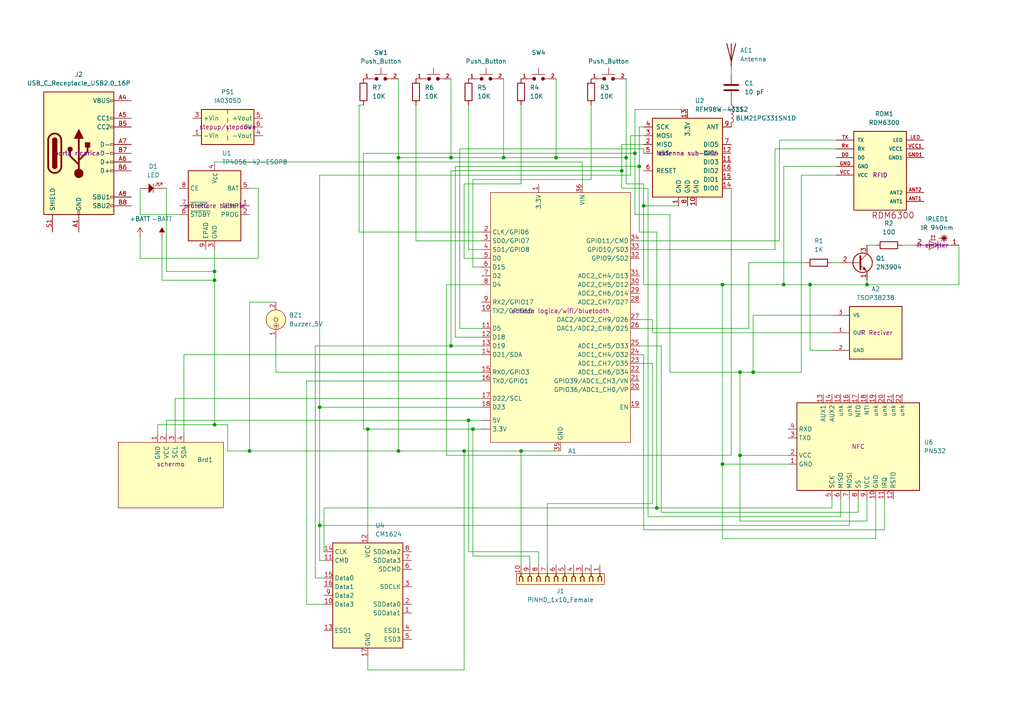
<source format=kicad_sch>
(kicad_sch
	(version 20250114)
	(generator "eeschema")
	(generator_version "9.0")
	(uuid "1ac9d5cb-4fb9-489b-a239-e9e55bf2c5f0")
	(paper "A4")
	(lib_symbols
		(symbol "Battery_Management:TP4056-42-ESOP8"
			(exclude_from_sim no)
			(in_bom yes)
			(on_board yes)
			(property "Reference" "U"
				(at -6.604 11.684 0)
				(effects
					(font
						(size 1.27 1.27)
					)
				)
			)
			(property "Value" "TP4056-42-ESOP8"
				(at 10.16 11.684 0)
				(effects
					(font
						(size 1.27 1.27)
					)
				)
			)
			(property "Footprint" "Package_SO:SOIC-8-1EP_3.9x4.9mm_P1.27mm_EP2.41x3.3mm_ThermalVias"
				(at 0.508 -22.86 0)
				(effects
					(font
						(size 1.27 1.27)
					)
					(hide yes)
				)
			)
			(property "Datasheet" "https://www.lcsc.com/datasheet/lcsc_datasheet_2410121619_TOPPOWER-Nanjing-Extension-Microelectronics-TP4056-42-ESOP8_C16581.pdf"
				(at 0 -25.4 0)
				(effects
					(font
						(size 1.27 1.27)
					)
					(hide yes)
				)
			)
			(property "Description" "1A Standalone Linear Li-ion/LiPo single-cell battery charger, 4.2V ±1% charge voltage, VCC = 4.0..8.0V, SOIC-8 (SOP-8)"
				(at 0.508 -20.32 0)
				(effects
					(font
						(size 1.27 1.27)
					)
					(hide yes)
				)
			)
			(property "ki_keywords" "lithium-ion lithium-polymer Li-Poly"
				(at 0 0 0)
				(effects
					(font
						(size 1.27 1.27)
					)
					(hide yes)
				)
			)
			(property "ki_fp_filters" "*SO*3.9x4.*P1.27mm*EP2.4*x3.3*mm*"
				(at 0 0 0)
				(effects
					(font
						(size 1.27 1.27)
					)
					(hide yes)
				)
			)
			(symbol "TP4056-42-ESOP8_1_0"
				(pin input line
					(at -10.16 5.08 0)
					(length 2.54)
					(name "CE"
						(effects
							(font
								(size 1.27 1.27)
							)
						)
					)
					(number "8"
						(effects
							(font
								(size 1.27 1.27)
							)
						)
					)
				)
				(pin open_collector line
					(at -10.16 0 0)
					(length 2.54)
					(name "~{CHRG}"
						(effects
							(font
								(size 1.27 1.27)
							)
						)
					)
					(number "7"
						(effects
							(font
								(size 1.27 1.27)
							)
						)
					)
				)
				(pin open_collector line
					(at -10.16 -2.54 0)
					(length 2.54)
					(name "~{STDBY}"
						(effects
							(font
								(size 1.27 1.27)
							)
						)
					)
					(number "6"
						(effects
							(font
								(size 1.27 1.27)
							)
						)
					)
				)
				(pin passive line
					(at -2.54 -12.7 90)
					(length 2.54)
					(name "EPAD"
						(effects
							(font
								(size 1.27 1.27)
							)
						)
					)
					(number "9"
						(effects
							(font
								(size 1.27 1.27)
							)
						)
					)
				)
				(pin power_in line
					(at 0 12.7 270)
					(length 2.54)
					(name "V_{CC}"
						(effects
							(font
								(size 1.27 1.27)
							)
						)
					)
					(number "4"
						(effects
							(font
								(size 1.27 1.27)
							)
						)
					)
				)
				(pin power_in line
					(at 0 -12.7 90)
					(length 2.54)
					(name "GND"
						(effects
							(font
								(size 1.27 1.27)
							)
						)
					)
					(number "3"
						(effects
							(font
								(size 1.27 1.27)
							)
						)
					)
				)
				(pin power_out line
					(at 10.16 5.08 180)
					(length 2.54)
					(name "BAT"
						(effects
							(font
								(size 1.27 1.27)
							)
						)
					)
					(number "5"
						(effects
							(font
								(size 1.27 1.27)
							)
						)
					)
				)
				(pin input line
					(at 10.16 0 180)
					(length 2.54)
					(name "TEMP"
						(effects
							(font
								(size 1.27 1.27)
							)
						)
					)
					(number "1"
						(effects
							(font
								(size 1.27 1.27)
							)
						)
					)
				)
				(pin passive line
					(at 10.16 -2.54 180)
					(length 2.54)
					(name "PROG"
						(effects
							(font
								(size 1.27 1.27)
							)
						)
					)
					(number "2"
						(effects
							(font
								(size 1.27 1.27)
							)
						)
					)
				)
			)
			(symbol "TP4056-42-ESOP8_1_1"
				(rectangle
					(start -7.62 10.16)
					(end 7.62 -10.16)
					(stroke
						(width 0.254)
						(type default)
					)
					(fill
						(type background)
					)
				)
			)
			(embedded_fonts no)
		)
		(symbol "Connector:USB_C_Receptacle_USB2.0_16P"
			(pin_names
				(offset 1.016)
			)
			(exclude_from_sim no)
			(in_bom yes)
			(on_board yes)
			(property "Reference" "J"
				(at 0 22.225 0)
				(effects
					(font
						(size 1.27 1.27)
					)
				)
			)
			(property "Value" "USB_C_Receptacle_USB2.0_16P"
				(at 0 19.685 0)
				(effects
					(font
						(size 1.27 1.27)
					)
				)
			)
			(property "Footprint" ""
				(at 3.81 0 0)
				(effects
					(font
						(size 1.27 1.27)
					)
					(hide yes)
				)
			)
			(property "Datasheet" "https://www.usb.org/sites/default/files/documents/usb_type-c.zip"
				(at 3.81 0 0)
				(effects
					(font
						(size 1.27 1.27)
					)
					(hide yes)
				)
			)
			(property "Description" "USB 2.0-only 16P Type-C Receptacle connector"
				(at 0 0 0)
				(effects
					(font
						(size 1.27 1.27)
					)
					(hide yes)
				)
			)
			(property "ki_keywords" "usb universal serial bus type-C USB2.0"
				(at 0 0 0)
				(effects
					(font
						(size 1.27 1.27)
					)
					(hide yes)
				)
			)
			(property "ki_fp_filters" "USB*C*Receptacle*"
				(at 0 0 0)
				(effects
					(font
						(size 1.27 1.27)
					)
					(hide yes)
				)
			)
			(symbol "USB_C_Receptacle_USB2.0_16P_0_0"
				(rectangle
					(start -0.254 -17.78)
					(end 0.254 -16.764)
					(stroke
						(width 0)
						(type default)
					)
					(fill
						(type none)
					)
				)
				(rectangle
					(start 10.16 15.494)
					(end 9.144 14.986)
					(stroke
						(width 0)
						(type default)
					)
					(fill
						(type none)
					)
				)
				(rectangle
					(start 10.16 10.414)
					(end 9.144 9.906)
					(stroke
						(width 0)
						(type default)
					)
					(fill
						(type none)
					)
				)
				(rectangle
					(start 10.16 7.874)
					(end 9.144 7.366)
					(stroke
						(width 0)
						(type default)
					)
					(fill
						(type none)
					)
				)
				(rectangle
					(start 10.16 2.794)
					(end 9.144 2.286)
					(stroke
						(width 0)
						(type default)
					)
					(fill
						(type none)
					)
				)
				(rectangle
					(start 10.16 0.254)
					(end 9.144 -0.254)
					(stroke
						(width 0)
						(type default)
					)
					(fill
						(type none)
					)
				)
				(rectangle
					(start 10.16 -2.286)
					(end 9.144 -2.794)
					(stroke
						(width 0)
						(type default)
					)
					(fill
						(type none)
					)
				)
				(rectangle
					(start 10.16 -4.826)
					(end 9.144 -5.334)
					(stroke
						(width 0)
						(type default)
					)
					(fill
						(type none)
					)
				)
				(rectangle
					(start 10.16 -12.446)
					(end 9.144 -12.954)
					(stroke
						(width 0)
						(type default)
					)
					(fill
						(type none)
					)
				)
				(rectangle
					(start 10.16 -14.986)
					(end 9.144 -15.494)
					(stroke
						(width 0)
						(type default)
					)
					(fill
						(type none)
					)
				)
			)
			(symbol "USB_C_Receptacle_USB2.0_16P_0_1"
				(rectangle
					(start -10.16 17.78)
					(end 10.16 -17.78)
					(stroke
						(width 0.254)
						(type default)
					)
					(fill
						(type background)
					)
				)
				(polyline
					(pts
						(xy -8.89 -3.81) (xy -8.89 3.81)
					)
					(stroke
						(width 0.508)
						(type default)
					)
					(fill
						(type none)
					)
				)
				(rectangle
					(start -7.62 -3.81)
					(end -6.35 3.81)
					(stroke
						(width 0.254)
						(type default)
					)
					(fill
						(type outline)
					)
				)
				(arc
					(start -7.62 3.81)
					(mid -6.985 4.4423)
					(end -6.35 3.81)
					(stroke
						(width 0.254)
						(type default)
					)
					(fill
						(type none)
					)
				)
				(arc
					(start -7.62 3.81)
					(mid -6.985 4.4423)
					(end -6.35 3.81)
					(stroke
						(width 0.254)
						(type default)
					)
					(fill
						(type outline)
					)
				)
				(arc
					(start -8.89 3.81)
					(mid -6.985 5.7067)
					(end -5.08 3.81)
					(stroke
						(width 0.508)
						(type default)
					)
					(fill
						(type none)
					)
				)
				(arc
					(start -5.08 -3.81)
					(mid -6.985 -5.7067)
					(end -8.89 -3.81)
					(stroke
						(width 0.508)
						(type default)
					)
					(fill
						(type none)
					)
				)
				(arc
					(start -6.35 -3.81)
					(mid -6.985 -4.4423)
					(end -7.62 -3.81)
					(stroke
						(width 0.254)
						(type default)
					)
					(fill
						(type none)
					)
				)
				(arc
					(start -6.35 -3.81)
					(mid -6.985 -4.4423)
					(end -7.62 -3.81)
					(stroke
						(width 0.254)
						(type default)
					)
					(fill
						(type outline)
					)
				)
				(polyline
					(pts
						(xy -5.08 3.81) (xy -5.08 -3.81)
					)
					(stroke
						(width 0.508)
						(type default)
					)
					(fill
						(type none)
					)
				)
				(circle
					(center -2.54 1.143)
					(radius 0.635)
					(stroke
						(width 0.254)
						(type default)
					)
					(fill
						(type outline)
					)
				)
				(polyline
					(pts
						(xy -1.27 4.318) (xy 0 6.858) (xy 1.27 4.318) (xy -1.27 4.318)
					)
					(stroke
						(width 0.254)
						(type default)
					)
					(fill
						(type outline)
					)
				)
				(polyline
					(pts
						(xy 0 -2.032) (xy 2.54 0.508) (xy 2.54 1.778)
					)
					(stroke
						(width 0.508)
						(type default)
					)
					(fill
						(type none)
					)
				)
				(polyline
					(pts
						(xy 0 -3.302) (xy -2.54 -0.762) (xy -2.54 0.508)
					)
					(stroke
						(width 0.508)
						(type default)
					)
					(fill
						(type none)
					)
				)
				(polyline
					(pts
						(xy 0 -5.842) (xy 0 4.318)
					)
					(stroke
						(width 0.508)
						(type default)
					)
					(fill
						(type none)
					)
				)
				(circle
					(center 0 -5.842)
					(radius 1.27)
					(stroke
						(width 0)
						(type default)
					)
					(fill
						(type outline)
					)
				)
				(rectangle
					(start 1.905 1.778)
					(end 3.175 3.048)
					(stroke
						(width 0.254)
						(type default)
					)
					(fill
						(type outline)
					)
				)
			)
			(symbol "USB_C_Receptacle_USB2.0_16P_1_1"
				(pin passive line
					(at -7.62 -22.86 90)
					(length 5.08)
					(name "SHIELD"
						(effects
							(font
								(size 1.27 1.27)
							)
						)
					)
					(number "S1"
						(effects
							(font
								(size 1.27 1.27)
							)
						)
					)
				)
				(pin passive line
					(at 0 -22.86 90)
					(length 5.08)
					(name "GND"
						(effects
							(font
								(size 1.27 1.27)
							)
						)
					)
					(number "A1"
						(effects
							(font
								(size 1.27 1.27)
							)
						)
					)
				)
				(pin passive line
					(at 0 -22.86 90)
					(length 5.08)
					(hide yes)
					(name "GND"
						(effects
							(font
								(size 1.27 1.27)
							)
						)
					)
					(number "A12"
						(effects
							(font
								(size 1.27 1.27)
							)
						)
					)
				)
				(pin passive line
					(at 0 -22.86 90)
					(length 5.08)
					(hide yes)
					(name "GND"
						(effects
							(font
								(size 1.27 1.27)
							)
						)
					)
					(number "B1"
						(effects
							(font
								(size 1.27 1.27)
							)
						)
					)
				)
				(pin passive line
					(at 0 -22.86 90)
					(length 5.08)
					(hide yes)
					(name "GND"
						(effects
							(font
								(size 1.27 1.27)
							)
						)
					)
					(number "B12"
						(effects
							(font
								(size 1.27 1.27)
							)
						)
					)
				)
				(pin passive line
					(at 15.24 15.24 180)
					(length 5.08)
					(name "VBUS"
						(effects
							(font
								(size 1.27 1.27)
							)
						)
					)
					(number "A4"
						(effects
							(font
								(size 1.27 1.27)
							)
						)
					)
				)
				(pin passive line
					(at 15.24 15.24 180)
					(length 5.08)
					(hide yes)
					(name "VBUS"
						(effects
							(font
								(size 1.27 1.27)
							)
						)
					)
					(number "A9"
						(effects
							(font
								(size 1.27 1.27)
							)
						)
					)
				)
				(pin passive line
					(at 15.24 15.24 180)
					(length 5.08)
					(hide yes)
					(name "VBUS"
						(effects
							(font
								(size 1.27 1.27)
							)
						)
					)
					(number "B4"
						(effects
							(font
								(size 1.27 1.27)
							)
						)
					)
				)
				(pin passive line
					(at 15.24 15.24 180)
					(length 5.08)
					(hide yes)
					(name "VBUS"
						(effects
							(font
								(size 1.27 1.27)
							)
						)
					)
					(number "B9"
						(effects
							(font
								(size 1.27 1.27)
							)
						)
					)
				)
				(pin bidirectional line
					(at 15.24 10.16 180)
					(length 5.08)
					(name "CC1"
						(effects
							(font
								(size 1.27 1.27)
							)
						)
					)
					(number "A5"
						(effects
							(font
								(size 1.27 1.27)
							)
						)
					)
				)
				(pin bidirectional line
					(at 15.24 7.62 180)
					(length 5.08)
					(name "CC2"
						(effects
							(font
								(size 1.27 1.27)
							)
						)
					)
					(number "B5"
						(effects
							(font
								(size 1.27 1.27)
							)
						)
					)
				)
				(pin bidirectional line
					(at 15.24 2.54 180)
					(length 5.08)
					(name "D-"
						(effects
							(font
								(size 1.27 1.27)
							)
						)
					)
					(number "A7"
						(effects
							(font
								(size 1.27 1.27)
							)
						)
					)
				)
				(pin bidirectional line
					(at 15.24 0 180)
					(length 5.08)
					(name "D-"
						(effects
							(font
								(size 1.27 1.27)
							)
						)
					)
					(number "B7"
						(effects
							(font
								(size 1.27 1.27)
							)
						)
					)
				)
				(pin bidirectional line
					(at 15.24 -2.54 180)
					(length 5.08)
					(name "D+"
						(effects
							(font
								(size 1.27 1.27)
							)
						)
					)
					(number "A6"
						(effects
							(font
								(size 1.27 1.27)
							)
						)
					)
				)
				(pin bidirectional line
					(at 15.24 -5.08 180)
					(length 5.08)
					(name "D+"
						(effects
							(font
								(size 1.27 1.27)
							)
						)
					)
					(number "B6"
						(effects
							(font
								(size 1.27 1.27)
							)
						)
					)
				)
				(pin bidirectional line
					(at 15.24 -12.7 180)
					(length 5.08)
					(name "SBU1"
						(effects
							(font
								(size 1.27 1.27)
							)
						)
					)
					(number "A8"
						(effects
							(font
								(size 1.27 1.27)
							)
						)
					)
				)
				(pin bidirectional line
					(at 15.24 -15.24 180)
					(length 5.08)
					(name "SBU2"
						(effects
							(font
								(size 1.27 1.27)
							)
						)
					)
					(number "B8"
						(effects
							(font
								(size 1.27 1.27)
							)
						)
					)
				)
			)
			(embedded_fonts no)
		)
		(symbol "Converter_DCDC:IA0305D"
			(exclude_from_sim no)
			(in_bom yes)
			(on_board yes)
			(property "Reference" "PS"
				(at -7.62 6.35 0)
				(effects
					(font
						(size 1.27 1.27)
					)
					(justify left)
				)
			)
			(property "Value" "IA0305D"
				(at 1.27 6.35 0)
				(effects
					(font
						(size 1.27 1.27)
					)
					(justify left)
				)
			)
			(property "Footprint" "Converter_DCDC:Converter_DCDC_XP_POWER-IAxxxxD_THT"
				(at -26.67 -6.35 0)
				(effects
					(font
						(size 1.27 1.27)
					)
					(justify left)
					(hide yes)
				)
			)
			(property "Datasheet" "https://www.xppower.com/pdfs/SF_IA.pdf"
				(at 26.67 -7.62 0)
				(effects
					(font
						(size 1.27 1.27)
					)
					(justify left)
					(hide yes)
				)
			)
			(property "Description" "XP Power 1W, 1000 VDC Isolated DC/DC Converter Module, Dual Output Voltage ±5V, ±100mA, 3.3V Input Voltage, DIP"
				(at 0 0 0)
				(effects
					(font
						(size 1.27 1.27)
					)
					(hide yes)
				)
			)
			(property "ki_keywords" "XP_POWER DC/DC isolated Converter module"
				(at 0 0 0)
				(effects
					(font
						(size 1.27 1.27)
					)
					(hide yes)
				)
			)
			(property "ki_fp_filters" "*XP?POWER?IAxxxxD*"
				(at 0 0 0)
				(effects
					(font
						(size 1.27 1.27)
					)
					(hide yes)
				)
			)
			(symbol "IA0305D_0_0"
				(pin power_in line
					(at -10.16 2.54 0)
					(length 2.54)
					(name "+Vin"
						(effects
							(font
								(size 1.27 1.27)
							)
						)
					)
					(number "3"
						(effects
							(font
								(size 1.27 1.27)
							)
						)
					)
				)
				(pin power_in line
					(at -10.16 -2.54 0)
					(length 2.54)
					(name "-Vin"
						(effects
							(font
								(size 1.27 1.27)
							)
						)
					)
					(number "1"
						(effects
							(font
								(size 1.27 1.27)
							)
						)
					)
				)
				(pin power_out line
					(at 10.16 2.54 180)
					(length 2.54)
					(name "+Vout"
						(effects
							(font
								(size 1.27 1.27)
							)
						)
					)
					(number "5"
						(effects
							(font
								(size 1.27 1.27)
							)
						)
					)
				)
				(pin power_out line
					(at 10.16 0 180)
					(length 2.54)
					(name "0V"
						(effects
							(font
								(size 1.27 1.27)
							)
						)
					)
					(number "6"
						(effects
							(font
								(size 1.27 1.27)
							)
						)
					)
				)
				(pin power_out line
					(at 10.16 -2.54 180)
					(length 2.54)
					(name "-Vout"
						(effects
							(font
								(size 1.27 1.27)
							)
						)
					)
					(number "4"
						(effects
							(font
								(size 1.27 1.27)
							)
						)
					)
				)
			)
			(symbol "IA0305D_0_1"
				(rectangle
					(start -7.62 5.08)
					(end 7.62 -5.08)
					(stroke
						(width 0.254)
						(type default)
					)
					(fill
						(type background)
					)
				)
				(polyline
					(pts
						(xy 0 5.08) (xy 0 3.81)
					)
					(stroke
						(width 0)
						(type default)
					)
					(fill
						(type none)
					)
				)
				(polyline
					(pts
						(xy 0 2.54) (xy 0 1.27)
					)
					(stroke
						(width 0)
						(type default)
					)
					(fill
						(type none)
					)
				)
				(polyline
					(pts
						(xy 0 0) (xy 0 -1.27)
					)
					(stroke
						(width 0)
						(type default)
					)
					(fill
						(type none)
					)
				)
				(polyline
					(pts
						(xy 0 -2.54) (xy 0 -3.81)
					)
					(stroke
						(width 0)
						(type default)
					)
					(fill
						(type none)
					)
				)
			)
			(symbol "IA0305D_1_1"
				(pin no_connect line
					(at 0 -5.08 90)
					(length 2.54)
					(hide yes)
					(name "NC"
						(effects
							(font
								(size 1.27 1.27)
							)
						)
					)
					(number "2"
						(effects
							(font
								(size 1.27 1.27)
							)
						)
					)
				)
			)
			(embedded_fonts no)
		)
		(symbol "Device:Antenna"
			(pin_numbers
				(hide yes)
			)
			(pin_names
				(offset 1.016)
				(hide yes)
			)
			(exclude_from_sim no)
			(in_bom yes)
			(on_board yes)
			(property "Reference" "AE"
				(at -1.905 1.905 0)
				(effects
					(font
						(size 1.27 1.27)
					)
					(justify right)
				)
			)
			(property "Value" "Antenna"
				(at -1.905 0 0)
				(effects
					(font
						(size 1.27 1.27)
					)
					(justify right)
				)
			)
			(property "Footprint" ""
				(at 0 0 0)
				(effects
					(font
						(size 1.27 1.27)
					)
					(hide yes)
				)
			)
			(property "Datasheet" "~"
				(at 0 0 0)
				(effects
					(font
						(size 1.27 1.27)
					)
					(hide yes)
				)
			)
			(property "Description" "Antenna"
				(at 0 0 0)
				(effects
					(font
						(size 1.27 1.27)
					)
					(hide yes)
				)
			)
			(property "ki_keywords" "antenna"
				(at 0 0 0)
				(effects
					(font
						(size 1.27 1.27)
					)
					(hide yes)
				)
			)
			(symbol "Antenna_0_1"
				(polyline
					(pts
						(xy 0 2.54) (xy 0 -3.81)
					)
					(stroke
						(width 0.254)
						(type default)
					)
					(fill
						(type none)
					)
				)
				(polyline
					(pts
						(xy 1.27 2.54) (xy 0 -2.54) (xy -1.27 2.54)
					)
					(stroke
						(width 0.254)
						(type default)
					)
					(fill
						(type none)
					)
				)
			)
			(symbol "Antenna_1_1"
				(pin input line
					(at 0 -5.08 90)
					(length 2.54)
					(name "A"
						(effects
							(font
								(size 1.27 1.27)
							)
						)
					)
					(number "1"
						(effects
							(font
								(size 1.27 1.27)
							)
						)
					)
				)
			)
			(embedded_fonts no)
		)
		(symbol "Device:C"
			(pin_numbers
				(hide yes)
			)
			(pin_names
				(offset 0.254)
			)
			(exclude_from_sim no)
			(in_bom yes)
			(on_board yes)
			(property "Reference" "C"
				(at 0.635 2.54 0)
				(effects
					(font
						(size 1.27 1.27)
					)
					(justify left)
				)
			)
			(property "Value" "C"
				(at 0.635 -2.54 0)
				(effects
					(font
						(size 1.27 1.27)
					)
					(justify left)
				)
			)
			(property "Footprint" ""
				(at 0.9652 -3.81 0)
				(effects
					(font
						(size 1.27 1.27)
					)
					(hide yes)
				)
			)
			(property "Datasheet" "~"
				(at 0 0 0)
				(effects
					(font
						(size 1.27 1.27)
					)
					(hide yes)
				)
			)
			(property "Description" "Unpolarized capacitor"
				(at 0 0 0)
				(effects
					(font
						(size 1.27 1.27)
					)
					(hide yes)
				)
			)
			(property "ki_keywords" "cap capacitor"
				(at 0 0 0)
				(effects
					(font
						(size 1.27 1.27)
					)
					(hide yes)
				)
			)
			(property "ki_fp_filters" "C_*"
				(at 0 0 0)
				(effects
					(font
						(size 1.27 1.27)
					)
					(hide yes)
				)
			)
			(symbol "C_0_1"
				(polyline
					(pts
						(xy -2.032 0.762) (xy 2.032 0.762)
					)
					(stroke
						(width 0.508)
						(type default)
					)
					(fill
						(type none)
					)
				)
				(polyline
					(pts
						(xy -2.032 -0.762) (xy 2.032 -0.762)
					)
					(stroke
						(width 0.508)
						(type default)
					)
					(fill
						(type none)
					)
				)
			)
			(symbol "C_1_1"
				(pin passive line
					(at 0 3.81 270)
					(length 2.794)
					(name "~"
						(effects
							(font
								(size 1.27 1.27)
							)
						)
					)
					(number "1"
						(effects
							(font
								(size 1.27 1.27)
							)
						)
					)
				)
				(pin passive line
					(at 0 -3.81 90)
					(length 2.794)
					(name "~"
						(effects
							(font
								(size 1.27 1.27)
							)
						)
					)
					(number "2"
						(effects
							(font
								(size 1.27 1.27)
							)
						)
					)
				)
			)
			(embedded_fonts no)
		)
		(symbol "Device:L"
			(pin_numbers
				(hide yes)
			)
			(pin_names
				(offset 1.016)
				(hide yes)
			)
			(exclude_from_sim no)
			(in_bom yes)
			(on_board yes)
			(property "Reference" "L"
				(at -1.27 0 90)
				(effects
					(font
						(size 1.27 1.27)
					)
				)
			)
			(property "Value" "L"
				(at 1.905 0 90)
				(effects
					(font
						(size 1.27 1.27)
					)
				)
			)
			(property "Footprint" ""
				(at 0 0 0)
				(effects
					(font
						(size 1.27 1.27)
					)
					(hide yes)
				)
			)
			(property "Datasheet" "~"
				(at 0 0 0)
				(effects
					(font
						(size 1.27 1.27)
					)
					(hide yes)
				)
			)
			(property "Description" "Inductor"
				(at 0 0 0)
				(effects
					(font
						(size 1.27 1.27)
					)
					(hide yes)
				)
			)
			(property "ki_keywords" "inductor choke coil reactor magnetic"
				(at 0 0 0)
				(effects
					(font
						(size 1.27 1.27)
					)
					(hide yes)
				)
			)
			(property "ki_fp_filters" "Choke_* *Coil* Inductor_* L_*"
				(at 0 0 0)
				(effects
					(font
						(size 1.27 1.27)
					)
					(hide yes)
				)
			)
			(symbol "L_0_1"
				(arc
					(start 0 2.54)
					(mid 0.6323 1.905)
					(end 0 1.27)
					(stroke
						(width 0)
						(type default)
					)
					(fill
						(type none)
					)
				)
				(arc
					(start 0 1.27)
					(mid 0.6323 0.635)
					(end 0 0)
					(stroke
						(width 0)
						(type default)
					)
					(fill
						(type none)
					)
				)
				(arc
					(start 0 0)
					(mid 0.6323 -0.635)
					(end 0 -1.27)
					(stroke
						(width 0)
						(type default)
					)
					(fill
						(type none)
					)
				)
				(arc
					(start 0 -1.27)
					(mid 0.6323 -1.905)
					(end 0 -2.54)
					(stroke
						(width 0)
						(type default)
					)
					(fill
						(type none)
					)
				)
			)
			(symbol "L_1_1"
				(pin passive line
					(at 0 3.81 270)
					(length 1.27)
					(name "1"
						(effects
							(font
								(size 1.27 1.27)
							)
						)
					)
					(number "1"
						(effects
							(font
								(size 1.27 1.27)
							)
						)
					)
				)
				(pin passive line
					(at 0 -3.81 90)
					(length 1.27)
					(name "2"
						(effects
							(font
								(size 1.27 1.27)
							)
						)
					)
					(number "2"
						(effects
							(font
								(size 1.27 1.27)
							)
						)
					)
				)
			)
			(embedded_fonts no)
		)
		(symbol "Device:R"
			(pin_numbers
				(hide yes)
			)
			(pin_names
				(offset 0)
			)
			(exclude_from_sim no)
			(in_bom yes)
			(on_board yes)
			(property "Reference" "R"
				(at 2.032 0 90)
				(effects
					(font
						(size 1.27 1.27)
					)
				)
			)
			(property "Value" "R"
				(at 0 0 90)
				(effects
					(font
						(size 1.27 1.27)
					)
				)
			)
			(property "Footprint" ""
				(at -1.778 0 90)
				(effects
					(font
						(size 1.27 1.27)
					)
					(hide yes)
				)
			)
			(property "Datasheet" "~"
				(at 0 0 0)
				(effects
					(font
						(size 1.27 1.27)
					)
					(hide yes)
				)
			)
			(property "Description" "Resistor"
				(at 0 0 0)
				(effects
					(font
						(size 1.27 1.27)
					)
					(hide yes)
				)
			)
			(property "ki_keywords" "R res resistor"
				(at 0 0 0)
				(effects
					(font
						(size 1.27 1.27)
					)
					(hide yes)
				)
			)
			(property "ki_fp_filters" "R_*"
				(at 0 0 0)
				(effects
					(font
						(size 1.27 1.27)
					)
					(hide yes)
				)
			)
			(symbol "R_0_1"
				(rectangle
					(start -1.016 -2.54)
					(end 1.016 2.54)
					(stroke
						(width 0.254)
						(type default)
					)
					(fill
						(type none)
					)
				)
			)
			(symbol "R_1_1"
				(pin passive line
					(at 0 3.81 270)
					(length 1.27)
					(name "~"
						(effects
							(font
								(size 1.27 1.27)
							)
						)
					)
					(number "1"
						(effects
							(font
								(size 1.27 1.27)
							)
						)
					)
				)
				(pin passive line
					(at 0 -3.81 90)
					(length 1.27)
					(name "~"
						(effects
							(font
								(size 1.27 1.27)
							)
						)
					)
					(number "2"
						(effects
							(font
								(size 1.27 1.27)
							)
						)
					)
				)
			)
			(embedded_fonts no)
		)
		(symbol "Diode_Laser:SPL_PL90"
			(pin_names
				(offset 1.016)
				(hide yes)
			)
			(exclude_from_sim no)
			(in_bom yes)
			(on_board yes)
			(property "Reference" "LD"
				(at -1.27 4.445 0)
				(effects
					(font
						(size 1.27 1.27)
					)
				)
			)
			(property "Value" "SPL_PL90"
				(at -1.27 -2.54 0)
				(effects
					(font
						(size 1.27 1.27)
					)
				)
			)
			(property "Footprint" "LED_THT:LED_D5.0mm"
				(at -1.524 -4.572 0)
				(effects
					(font
						(size 1.27 1.27)
					)
					(hide yes)
				)
			)
			(property "Datasheet" "https://look.ams-osram.com/m/2e6f6e5edf55ddfe/original/SPL-PL90.pdf"
				(at 0.762 -5.08 0)
				(effects
					(font
						(size 1.27 1.27)
					)
					(hide yes)
				)
			)
			(property "Description" "Pulsed Laser Diode in Plastic Package 25W Peak Power"
				(at 0 0 0)
				(effects
					(font
						(size 1.27 1.27)
					)
					(hide yes)
				)
			)
			(property "ki_keywords" "opto laserdiode"
				(at 0 0 0)
				(effects
					(font
						(size 1.27 1.27)
					)
					(hide yes)
				)
			)
			(property "ki_fp_filters" "LED*5.0mm*"
				(at 0 0 0)
				(effects
					(font
						(size 1.27 1.27)
					)
					(hide yes)
				)
			)
			(symbol "SPL_PL90_0_1"
				(polyline
					(pts
						(xy -4.064 2.794) (xy -2.54 1.27)
					)
					(stroke
						(width 0)
						(type default)
					)
					(fill
						(type none)
					)
				)
				(polyline
					(pts
						(xy -4.064 2.286) (xy -2.54 1.778)
					)
					(stroke
						(width 0)
						(type default)
					)
					(fill
						(type none)
					)
				)
				(polyline
					(pts
						(xy -4.064 1.778) (xy -2.54 2.286)
					)
					(stroke
						(width 0)
						(type default)
					)
					(fill
						(type none)
					)
				)
				(polyline
					(pts
						(xy -4.064 1.27) (xy -2.54 2.794)
					)
					(stroke
						(width 0)
						(type default)
					)
					(fill
						(type none)
					)
				)
				(polyline
					(pts
						(xy -3.556 2.794) (xy -3.048 1.27)
					)
					(stroke
						(width 0)
						(type default)
					)
					(fill
						(type none)
					)
				)
				(polyline
					(pts
						(xy -3.302 2.032) (xy -3.302 3.048)
					)
					(stroke
						(width 0)
						(type default)
					)
					(fill
						(type none)
					)
				)
				(polyline
					(pts
						(xy -3.302 2.032) (xy -3.302 1.016)
					)
					(stroke
						(width 0)
						(type default)
					)
					(fill
						(type none)
					)
				)
				(polyline
					(pts
						(xy -3.048 2.794) (xy -3.556 1.27)
					)
					(stroke
						(width 0)
						(type default)
					)
					(fill
						(type none)
					)
				)
				(polyline
					(pts
						(xy -1.778 2.032) (xy -4.318 2.032)
					)
					(stroke
						(width 0)
						(type default)
					)
					(fill
						(type none)
					)
				)
				(polyline
					(pts
						(xy -1.524 1.27) (xy -1.524 -1.27)
					)
					(stroke
						(width 0.1524)
						(type default)
					)
					(fill
						(type none)
					)
				)
				(polyline
					(pts
						(xy -1.016 1.524) (xy 0.762 1.524)
					)
					(stroke
						(width 0)
						(type default)
					)
					(fill
						(type none)
					)
				)
				(polyline
					(pts
						(xy -0.508 1.524) (xy -0.508 2.794) (xy -0.254 2.54) (xy -0.508 2.794) (xy -0.762 2.54)
					)
					(stroke
						(width 0)
						(type default)
					)
					(fill
						(type none)
					)
				)
				(polyline
					(pts
						(xy 0.254 1.524) (xy 0.254 2.794) (xy 0.508 2.54) (xy 0.254 2.794) (xy 0 2.54)
					)
					(stroke
						(width 0)
						(type default)
					)
					(fill
						(type none)
					)
				)
				(polyline
					(pts
						(xy 2.54 0) (xy -5.08 0)
					)
					(stroke
						(width 0)
						(type default)
					)
					(fill
						(type none)
					)
				)
			)
			(symbol "SPL_PL90_1_1"
				(polyline
					(pts
						(xy 1.016 -1.27) (xy 1.016 1.27) (xy -1.524 0) (xy 1.016 -1.27)
					)
					(stroke
						(width 0)
						(type default)
					)
					(fill
						(type none)
					)
				)
				(pin passive line
					(at -7.62 0 0)
					(length 2.54)
					(name "C"
						(effects
							(font
								(size 1.27 1.27)
							)
						)
					)
					(number "1"
						(effects
							(font
								(size 1.27 1.27)
							)
						)
					)
				)
				(pin passive line
					(at 5.08 0 180)
					(length 2.54)
					(name "A"
						(effects
							(font
								(size 1.27 1.27)
							)
						)
					)
					(number "2"
						(effects
							(font
								(size 1.27 1.27)
							)
						)
					)
				)
			)
			(embedded_fonts no)
		)
		(symbol "PCM_SL_Development_Board:ESP32_DevKit_V1_DOIT_36GPIOs"
			(exclude_from_sim no)
			(in_bom yes)
			(on_board yes)
			(property "Reference" "A1"
				(at 2.1433 -40.64 0)
				(effects
					(font
						(size 1.27 1.27)
					)
					(justify left)
				)
			)
			(property "Value" "ESP32_DevKit_V1_DOIT_36GPIOs"
				(at 2.1433 -43.18 0)
				(effects
					(font
						(size 1.27 1.27)
					)
					(justify left)
				)
			)
			(property "Footprint" "PCM_SL_Development_Boards:DOIT_ESP32_DEVKIT_36Pins"
				(at 1.27 -30.48 0)
				(effects
					(font
						(size 1.27 1.27)
					)
					(hide yes)
				)
			)
			(property "Datasheet" ""
				(at -13.97 36.83 0)
				(effects
					(font
						(size 1.27 1.27)
					)
					(hide yes)
				)
			)
			(property "Description" "Microcontroller module with ESP32 MCU, WiFi and Bluetooth"
				(at 0 0 0)
				(effects
					(font
						(size 1.27 1.27)
					)
					(hide yes)
				)
			)
			(property "funzione" "scheda logica/wifi/bluetooth"
				(at 0 0 0)
				(effects
					(font
						(size 1.27 1.27)
					)
				)
			)
			(property "ki_keywords" "ESP32"
				(at 0 0 0)
				(effects
					(font
						(size 1.27 1.27)
					)
					(hide yes)
				)
			)
			(symbol "ESP32_DevKit_V1_DOIT_36GPIOs_0_1"
				(rectangle
					(start -20.32 34.29)
					(end 20.32 -38.1)
					(stroke
						(width 0)
						(type default)
					)
					(fill
						(type background)
					)
				)
			)
			(symbol "ESP32_DevKit_V1_DOIT_36GPIOs_1_1"
				(pin bidirectional line
					(at -22.86 22.86 0)
					(length 2.54)
					(name "CLK/GPIO6"
						(effects
							(font
								(size 1.27 1.27)
							)
						)
					)
					(number "2"
						(effects
							(font
								(size 1.27 1.27)
							)
						)
					)
				)
				(pin bidirectional line
					(at -22.86 20.32 0)
					(length 2.54)
					(name "SD0/GPIO7"
						(effects
							(font
								(size 1.27 1.27)
							)
						)
					)
					(number "3"
						(effects
							(font
								(size 1.27 1.27)
							)
						)
					)
				)
				(pin bidirectional line
					(at -22.86 17.78 0)
					(length 2.54)
					(name "SD1/GPIO8"
						(effects
							(font
								(size 1.27 1.27)
							)
						)
					)
					(number "4"
						(effects
							(font
								(size 1.27 1.27)
							)
						)
					)
				)
				(pin bidirectional line
					(at -22.86 15.24 0)
					(length 2.54)
					(name "D0"
						(effects
							(font
								(size 1.27 1.27)
							)
						)
					)
					(number "5"
						(effects
							(font
								(size 1.27 1.27)
							)
						)
					)
				)
				(pin bidirectional line
					(at -22.86 12.7 0)
					(length 2.54)
					(name "D15"
						(effects
							(font
								(size 1.27 1.27)
							)
						)
					)
					(number "6"
						(effects
							(font
								(size 1.27 1.27)
							)
						)
					)
				)
				(pin bidirectional line
					(at -22.86 10.16 0)
					(length 2.54)
					(name "D2"
						(effects
							(font
								(size 1.27 1.27)
							)
						)
					)
					(number "7"
						(effects
							(font
								(size 1.27 1.27)
							)
						)
					)
				)
				(pin bidirectional line
					(at -22.86 7.62 0)
					(length 2.54)
					(name "D4"
						(effects
							(font
								(size 1.27 1.27)
							)
						)
					)
					(number "8"
						(effects
							(font
								(size 1.27 1.27)
							)
						)
					)
				)
				(pin bidirectional line
					(at -22.86 2.54 0)
					(length 2.54)
					(name "RX2/GPIO17"
						(effects
							(font
								(size 1.27 1.27)
							)
						)
					)
					(number "9"
						(effects
							(font
								(size 1.27 1.27)
							)
						)
					)
				)
				(pin bidirectional line
					(at -22.86 0 0)
					(length 2.54)
					(name "TX2/GPIO16"
						(effects
							(font
								(size 1.27 1.27)
							)
						)
					)
					(number "10"
						(effects
							(font
								(size 1.27 1.27)
							)
						)
					)
				)
				(pin bidirectional line
					(at -22.86 -5.08 0)
					(length 2.54)
					(name "D5"
						(effects
							(font
								(size 1.27 1.27)
							)
						)
					)
					(number "11"
						(effects
							(font
								(size 1.27 1.27)
							)
						)
					)
				)
				(pin bidirectional line
					(at -22.86 -7.62 0)
					(length 2.54)
					(name "D18"
						(effects
							(font
								(size 1.27 1.27)
							)
						)
					)
					(number "12"
						(effects
							(font
								(size 1.27 1.27)
							)
						)
					)
				)
				(pin bidirectional line
					(at -22.86 -10.16 0)
					(length 2.54)
					(name "D19"
						(effects
							(font
								(size 1.27 1.27)
							)
						)
					)
					(number "13"
						(effects
							(font
								(size 1.27 1.27)
							)
						)
					)
				)
				(pin bidirectional line
					(at -22.86 -12.7 0)
					(length 2.54)
					(name "D21/SDA"
						(effects
							(font
								(size 1.27 1.27)
							)
						)
					)
					(number "14"
						(effects
							(font
								(size 1.27 1.27)
							)
						)
					)
				)
				(pin bidirectional line
					(at -22.86 -17.78 0)
					(length 2.54)
					(name "RX0/GPIO3"
						(effects
							(font
								(size 1.27 1.27)
							)
						)
					)
					(number "15"
						(effects
							(font
								(size 1.27 1.27)
							)
						)
					)
				)
				(pin bidirectional line
					(at -22.86 -20.32 0)
					(length 2.54)
					(name "TX0/GPIO1"
						(effects
							(font
								(size 1.27 1.27)
							)
						)
					)
					(number "16"
						(effects
							(font
								(size 1.27 1.27)
							)
						)
					)
				)
				(pin bidirectional line
					(at -22.86 -25.4 0)
					(length 2.54)
					(name "D22/SCL"
						(effects
							(font
								(size 1.27 1.27)
							)
						)
					)
					(number "17"
						(effects
							(font
								(size 1.27 1.27)
							)
						)
					)
				)
				(pin bidirectional line
					(at -22.86 -27.94 0)
					(length 2.54)
					(name "D23"
						(effects
							(font
								(size 1.27 1.27)
							)
						)
					)
					(number "18"
						(effects
							(font
								(size 1.27 1.27)
							)
						)
					)
				)
				(pin output line
					(at -22.86 -31.75 0)
					(length 2.54)
					(name "5V"
						(effects
							(font
								(size 1.27 1.27)
							)
						)
					)
					(number ""
						(effects
							(font
								(size 1.27 1.27)
							)
						)
					)
				)
				(pin output line
					(at -22.86 -34.29 0)
					(length 2.54)
					(name "3.3V"
						(effects
							(font
								(size 1.27 1.27)
							)
						)
					)
					(number ""
						(effects
							(font
								(size 1.27 1.27)
							)
						)
					)
				)
				(pin power_in line
					(at -6.35 36.83 270)
					(length 2.54)
					(name "3.3V"
						(effects
							(font
								(size 1.27 1.27)
							)
						)
					)
					(number "1"
						(effects
							(font
								(size 1.27 1.27)
							)
						)
					)
				)
				(pin power_out line
					(at 0 -40.64 90)
					(length 2.54)
					(name "GND"
						(effects
							(font
								(size 1.27 1.27)
							)
						)
					)
					(number "35"
						(effects
							(font
								(size 1.27 1.27)
							)
						)
					)
				)
				(pin power_in line
					(at 6.35 36.83 270)
					(length 2.54)
					(name "VIN"
						(effects
							(font
								(size 1.27 1.27)
							)
						)
					)
					(number "36"
						(effects
							(font
								(size 1.27 1.27)
							)
						)
					)
				)
				(pin bidirectional line
					(at 22.86 20.32 180)
					(length 2.54)
					(name "GPIO11/CMD"
						(effects
							(font
								(size 1.27 1.27)
							)
						)
					)
					(number "34"
						(effects
							(font
								(size 1.27 1.27)
							)
						)
					)
				)
				(pin bidirectional line
					(at 22.86 17.78 180)
					(length 2.54)
					(name "GPIO10/SD3"
						(effects
							(font
								(size 1.27 1.27)
							)
						)
					)
					(number "33"
						(effects
							(font
								(size 1.27 1.27)
							)
						)
					)
				)
				(pin bidirectional line
					(at 22.86 15.24 180)
					(length 2.54)
					(name "GPIO9/SD2"
						(effects
							(font
								(size 1.27 1.27)
							)
						)
					)
					(number "32"
						(effects
							(font
								(size 1.27 1.27)
							)
						)
					)
				)
				(pin bidirectional line
					(at 22.86 10.16 180)
					(length 2.54)
					(name "ADC2_CH4/D13"
						(effects
							(font
								(size 1.27 1.27)
							)
						)
					)
					(number "31"
						(effects
							(font
								(size 1.27 1.27)
							)
						)
					)
				)
				(pin bidirectional line
					(at 22.86 7.62 180)
					(length 2.54)
					(name "ADC2_CH5/D12"
						(effects
							(font
								(size 1.27 1.27)
							)
						)
					)
					(number "30"
						(effects
							(font
								(size 1.27 1.27)
							)
						)
					)
				)
				(pin bidirectional line
					(at 22.86 5.08 180)
					(length 2.54)
					(name "ADC2_CH6/D14"
						(effects
							(font
								(size 1.27 1.27)
							)
						)
					)
					(number "29"
						(effects
							(font
								(size 1.27 1.27)
							)
						)
					)
				)
				(pin bidirectional line
					(at 22.86 2.54 180)
					(length 2.54)
					(name "ADC2_CH7/D27"
						(effects
							(font
								(size 1.27 1.27)
							)
						)
					)
					(number "28"
						(effects
							(font
								(size 1.27 1.27)
							)
						)
					)
				)
				(pin bidirectional line
					(at 22.86 -2.54 180)
					(length 2.54)
					(name "DAC2/ADC2_CH9/D26"
						(effects
							(font
								(size 1.27 1.27)
							)
						)
					)
					(number "27"
						(effects
							(font
								(size 1.27 1.27)
							)
						)
					)
				)
				(pin bidirectional line
					(at 22.86 -5.08 180)
					(length 2.54)
					(name "DAC1/ADC2_CH8/D25"
						(effects
							(font
								(size 1.27 1.27)
							)
						)
					)
					(number "26"
						(effects
							(font
								(size 1.27 1.27)
							)
						)
					)
				)
				(pin bidirectional line
					(at 22.86 -10.16 180)
					(length 2.54)
					(name "ADC1_CH5/D33"
						(effects
							(font
								(size 1.27 1.27)
							)
						)
					)
					(number "25"
						(effects
							(font
								(size 1.27 1.27)
							)
						)
					)
				)
				(pin bidirectional line
					(at 22.86 -12.7 180)
					(length 2.54)
					(name "ADC1_CH4/D32"
						(effects
							(font
								(size 1.27 1.27)
							)
						)
					)
					(number "24"
						(effects
							(font
								(size 1.27 1.27)
							)
						)
					)
				)
				(pin bidirectional line
					(at 22.86 -15.24 180)
					(length 2.54)
					(name "ADC1_CH7/D35"
						(effects
							(font
								(size 1.27 1.27)
							)
						)
					)
					(number "23"
						(effects
							(font
								(size 1.27 1.27)
							)
						)
					)
				)
				(pin bidirectional line
					(at 22.86 -17.78 180)
					(length 2.54)
					(name "ADC1_CH6/D34"
						(effects
							(font
								(size 1.27 1.27)
							)
						)
					)
					(number "22"
						(effects
							(font
								(size 1.27 1.27)
							)
						)
					)
				)
				(pin bidirectional line
					(at 22.86 -20.32 180)
					(length 2.54)
					(name "GPIO39/ADC1_CH3/VN"
						(effects
							(font
								(size 1.27 1.27)
							)
						)
					)
					(number "21"
						(effects
							(font
								(size 1.27 1.27)
							)
						)
					)
				)
				(pin bidirectional line
					(at 22.86 -22.86 180)
					(length 2.54)
					(name "GPIO36/ADC1_CH0/VP"
						(effects
							(font
								(size 1.27 1.27)
							)
						)
					)
					(number "20"
						(effects
							(font
								(size 1.27 1.27)
							)
						)
					)
				)
				(pin bidirectional line
					(at 22.86 -27.94 180)
					(length 2.54)
					(name "EN"
						(effects
							(font
								(size 1.27 1.27)
							)
						)
					)
					(number "19"
						(effects
							(font
								(size 1.27 1.27)
							)
						)
					)
				)
			)
			(embedded_fonts no)
		)
		(symbol "PCM_SL_Devices:Buzzer_5V"
			(exclude_from_sim no)
			(in_bom yes)
			(on_board yes)
			(property "Reference" "BZ"
				(at 0 7.62 0)
				(effects
					(font
						(size 1.27 1.27)
					)
				)
			)
			(property "Value" "Buzzer_5V"
				(at 0 5.08 0)
				(effects
					(font
						(size 1.27 1.27)
					)
				)
			)
			(property "Footprint" "Buzzer_Beeper:MagneticBuzzer_ProSignal_ABT-410-RC"
				(at 0 10.16 0)
				(effects
					(font
						(size 1.27 1.27)
					)
					(hide yes)
				)
			)
			(property "Datasheet" ""
				(at 0 7.62 0)
				(effects
					(font
						(size 1.27 1.27)
					)
					(hide yes)
				)
			)
			(property "Description" "Buzzer 5V"
				(at 0 0 0)
				(effects
					(font
						(size 1.27 1.27)
					)
					(hide yes)
				)
			)
			(property "ki_keywords" "Buzzer Beeper"
				(at 0 0 0)
				(effects
					(font
						(size 1.27 1.27)
					)
					(hide yes)
				)
			)
			(symbol "Buzzer_5V_0_0"
				(circle
					(center -1.778 -0.127)
					(radius 0.7405)
					(stroke
						(width 0.07)
						(type default)
					)
					(fill
						(type none)
					)
				)
				(text "+"
					(at -1.778 0 0)
					(effects
						(font
							(size 1.27 1.27)
						)
					)
				)
			)
			(symbol "Buzzer_5V_0_1"
				(circle
					(center 0 0)
					(radius 0.568)
					(stroke
						(width 0)
						(type default)
					)
					(fill
						(type none)
					)
				)
				(circle
					(center 0 0)
					(radius 2.8398)
					(stroke
						(width 0)
						(type default)
					)
					(fill
						(type background)
					)
				)
			)
			(symbol "Buzzer_5V_1_1"
				(pin passive line
					(at -5.08 0 0)
					(length 2.2)
					(name ""
						(effects
							(font
								(size 1.27 1.27)
							)
						)
					)
					(number "1"
						(effects
							(font
								(size 1.27 1.27)
							)
						)
					)
				)
				(pin passive line
					(at 5.08 0 180)
					(length 2.2)
					(name ""
						(effects
							(font
								(size 1.27 1.27)
							)
						)
					)
					(number "2"
						(effects
							(font
								(size 1.27 1.27)
							)
						)
					)
				)
			)
			(embedded_fonts no)
		)
		(symbol "PCM_SL_Devices:LED"
			(exclude_from_sim no)
			(in_bom yes)
			(on_board yes)
			(property "Reference" "D"
				(at -0.508 5.334 0)
				(effects
					(font
						(size 1.27 1.27)
					)
				)
			)
			(property "Value" "LED"
				(at -0.508 2.794 0)
				(effects
					(font
						(size 1.27 1.27)
					)
				)
			)
			(property "Footprint" "LED_THT:LED_D5.0mm"
				(at -1.016 -2.794 0)
				(effects
					(font
						(size 1.27 1.27)
					)
					(hide yes)
				)
			)
			(property "Datasheet" ""
				(at -1.27 0 0)
				(effects
					(font
						(size 1.27 1.27)
					)
					(hide yes)
				)
			)
			(property "Description" "Common 5mm diameter LED"
				(at 0 0 0)
				(effects
					(font
						(size 1.27 1.27)
					)
					(hide yes)
				)
			)
			(property "ki_keywords" "LED 5mm"
				(at 0 0 0)
				(effects
					(font
						(size 1.27 1.27)
					)
					(hide yes)
				)
			)
			(property "ki_fp_filters" "LED_D5.0mm_Clear LED_D5.0mm_Horizontal_O1.27mm_Z3.0mm LED_D5.0mm_Horizontal_O3.81mm_Z3.0mm LED_D5.0mm_Horizontal_O6.35mm_Z3.0mm"
				(at 0 0 0)
				(effects
					(font
						(size 1.27 1.27)
					)
					(hide yes)
				)
			)
			(symbol "LED_0_1"
				(polyline
					(pts
						(xy -1.27 0) (xy -2.54 0)
					)
					(stroke
						(width 0)
						(type default)
					)
					(fill
						(type none)
					)
				)
				(polyline
					(pts
						(xy 0 1.27) (xy 0 -1.27)
					)
					(stroke
						(width 0)
						(type default)
					)
					(fill
						(type none)
					)
				)
				(polyline
					(pts
						(xy 0 0) (xy -1.27 -1.27) (xy -1.27 1.27) (xy 0 0) (xy 1.27 0)
					)
					(stroke
						(width 0)
						(type default)
					)
					(fill
						(type outline)
					)
				)
				(polyline
					(pts
						(xy 0.508 0.508) (xy 1.524 1.524)
					)
					(stroke
						(width 0)
						(type default)
					)
					(fill
						(type none)
					)
				)
				(polyline
					(pts
						(xy 1.27 0) (xy 2.54 0)
					)
					(stroke
						(width 0)
						(type default)
					)
					(fill
						(type none)
					)
				)
				(polyline
					(pts
						(xy 1.524 1.524) (xy 0.889 1.524)
					)
					(stroke
						(width 0)
						(type default)
					)
					(fill
						(type none)
					)
				)
				(polyline
					(pts
						(xy 1.524 1.524) (xy 1.524 0.889)
					)
					(stroke
						(width 0)
						(type default)
					)
					(fill
						(type none)
					)
				)
				(polyline
					(pts
						(xy 1.524 0.508) (xy 2.54 1.524)
					)
					(stroke
						(width 0)
						(type default)
					)
					(fill
						(type none)
					)
				)
				(polyline
					(pts
						(xy 2.54 1.524) (xy 1.905 1.524)
					)
					(stroke
						(width 0)
						(type default)
					)
					(fill
						(type none)
					)
				)
				(polyline
					(pts
						(xy 2.54 1.524) (xy 2.54 0.889)
					)
					(stroke
						(width 0)
						(type default)
					)
					(fill
						(type none)
					)
				)
			)
			(symbol "LED_1_1"
				(pin passive line
					(at -3.81 0 0)
					(length 1.5)
					(name ""
						(effects
							(font
								(size 1.27 1.27)
							)
						)
					)
					(number "2"
						(effects
							(font
								(size 0 0)
							)
						)
					)
				)
				(pin passive line
					(at 3.81 0 180)
					(length 1.5)
					(name "~"
						(effects
							(font
								(size 1.27 1.27)
							)
						)
					)
					(number "1"
						(effects
							(font
								(size 0 0)
							)
						)
					)
				)
			)
			(embedded_fonts no)
		)
		(symbol "PCM_SL_Devices:Push_Button"
			(exclude_from_sim no)
			(in_bom yes)
			(on_board yes)
			(property "Reference" "SW"
				(at 0 6.35 0)
				(effects
					(font
						(size 1.27 1.27)
					)
				)
			)
			(property "Value" "Push_Button"
				(at 0 4.445 0)
				(effects
					(font
						(size 1.27 1.27)
					)
				)
			)
			(property "Footprint" "Button_Switch_THT:SW_PUSH_6mm"
				(at -0.127 -3.175 0)
				(effects
					(font
						(size 1.27 1.27)
					)
					(hide yes)
				)
			)
			(property "Datasheet" ""
				(at 0 0 0)
				(effects
					(font
						(size 1.27 1.27)
					)
					(hide yes)
				)
			)
			(property "Description" "Common 6mmx6mm Push Button"
				(at 0 0 0)
				(effects
					(font
						(size 1.27 1.27)
					)
					(hide yes)
				)
			)
			(property "ki_keywords" "Switch"
				(at 0 0 0)
				(effects
					(font
						(size 1.27 1.27)
					)
					(hide yes)
				)
			)
			(symbol "Push_Button_0_1"
				(polyline
					(pts
						(xy -3.175 0) (xy -1.778 0)
					)
					(stroke
						(width 0)
						(type default)
					)
					(fill
						(type none)
					)
				)
				(polyline
					(pts
						(xy -1.905 1.27) (xy 1.905 1.27)
					)
					(stroke
						(width 0)
						(type default)
					)
					(fill
						(type none)
					)
				)
				(circle
					(center -1.27 0)
					(radius 0.4579)
					(stroke
						(width 0)
						(type default)
					)
					(fill
						(type outline)
					)
				)
				(polyline
					(pts
						(xy 0 1.27) (xy 0 3.175)
					)
					(stroke
						(width 0)
						(type default)
					)
					(fill
						(type none)
					)
				)
				(circle
					(center 1.27 0)
					(radius 0.4579)
					(stroke
						(width 0)
						(type default)
					)
					(fill
						(type outline)
					)
				)
				(polyline
					(pts
						(xy 1.778 0) (xy 3.175 0)
					)
					(stroke
						(width 0)
						(type default)
					)
					(fill
						(type none)
					)
				)
			)
			(symbol "Push_Button_1_1"
				(pin passive line
					(at -5.08 0 0)
					(length 2)
					(name ""
						(effects
							(font
								(size 1.27 1.27)
							)
						)
					)
					(number "1"
						(effects
							(font
								(size 1 1)
							)
						)
					)
				)
				(pin passive line
					(at 5.08 0 180)
					(length 2)
					(name ""
						(effects
							(font
								(size 1.27 1.27)
							)
						)
					)
					(number "2"
						(effects
							(font
								(size 1 1)
							)
						)
					)
				)
			)
			(embedded_fonts no)
		)
		(symbol "PCM_SL_Pin_Headers:PINHD_1x10_Female"
			(exclude_from_sim no)
			(in_bom yes)
			(on_board yes)
			(property "Reference" "J"
				(at 0 17.78 0)
				(effects
					(font
						(size 1.27 1.27)
					)
				)
			)
			(property "Value" "PINHD_1x10_Female"
				(at 0 15.24 0)
				(effects
					(font
						(size 1.27 1.27)
					)
				)
			)
			(property "Footprint" "Connector_PinSocket_2.54mm:PinSocket_1x10_P2.54mm_Vertical"
				(at 2.54 20.32 0)
				(effects
					(font
						(size 1.27 1.27)
					)
					(hide yes)
				)
			)
			(property "Datasheet" ""
				(at 0 17.78 0)
				(effects
					(font
						(size 1.27 1.27)
					)
					(hide yes)
				)
			)
			(property "Description" "Pin Header female with pin space 2.54mm. Pin Count - 10"
				(at 0 0 0)
				(effects
					(font
						(size 1.27 1.27)
					)
					(hide yes)
				)
			)
			(property "ki_keywords" "Pin Header"
				(at 0 0 0)
				(effects
					(font
						(size 1.27 1.27)
					)
					(hide yes)
				)
			)
			(property "ki_fp_filters" "PinSocket_1x10_P2.54mm*"
				(at 0 0 0)
				(effects
					(font
						(size 1.27 1.27)
					)
					(hide yes)
				)
			)
			(symbol "PINHD_1x10_Female_0_1"
				(rectangle
					(start -1.27 12.7)
					(end 1.905 -12.7)
					(stroke
						(width 0)
						(type default)
					)
					(fill
						(type background)
					)
				)
				(polyline
					(pts
						(xy -1.27 11.43) (xy -0.508 11.43)
					)
					(stroke
						(width 0.25)
						(type default)
					)
					(fill
						(type none)
					)
				)
				(polyline
					(pts
						(xy -1.27 8.89) (xy -0.508 8.89)
					)
					(stroke
						(width 0.25)
						(type default)
					)
					(fill
						(type none)
					)
				)
				(polyline
					(pts
						(xy -1.27 6.35) (xy -0.508 6.35)
					)
					(stroke
						(width 0.25)
						(type default)
					)
					(fill
						(type none)
					)
				)
				(polyline
					(pts
						(xy -1.27 3.81) (xy -0.508 3.81)
					)
					(stroke
						(width 0.25)
						(type default)
					)
					(fill
						(type none)
					)
				)
				(polyline
					(pts
						(xy -1.27 1.27) (xy -0.508 1.27)
					)
					(stroke
						(width 0.25)
						(type default)
					)
					(fill
						(type none)
					)
				)
				(polyline
					(pts
						(xy -1.27 -1.27) (xy -0.508 -1.27)
					)
					(stroke
						(width 0.25)
						(type default)
					)
					(fill
						(type none)
					)
				)
				(polyline
					(pts
						(xy -1.27 -3.81) (xy -0.508 -3.81)
					)
					(stroke
						(width 0.25)
						(type default)
					)
					(fill
						(type none)
					)
				)
				(polyline
					(pts
						(xy -1.27 -6.35) (xy -0.508 -6.35)
					)
					(stroke
						(width 0.25)
						(type default)
					)
					(fill
						(type none)
					)
				)
				(polyline
					(pts
						(xy -1.27 -8.89) (xy -0.508 -8.89)
					)
					(stroke
						(width 0.25)
						(type default)
					)
					(fill
						(type none)
					)
				)
				(polyline
					(pts
						(xy -1.27 -11.43) (xy -0.508 -11.43)
					)
					(stroke
						(width 0.25)
						(type default)
					)
					(fill
						(type none)
					)
				)
				(polyline
					(pts
						(xy 0 11.938) (xy 1.016 11.938)
					)
					(stroke
						(width 0.25)
						(type default)
					)
					(fill
						(type none)
					)
				)
				(arc
					(start -0.508 11.43)
					(mid -0.3592 11.7892)
					(end 0 11.938)
					(stroke
						(width 0.25)
						(type default)
					)
					(fill
						(type none)
					)
				)
				(arc
					(start 0 10.922)
					(mid -0.3592 11.0708)
					(end -0.508 11.43)
					(stroke
						(width 0.25)
						(type default)
					)
					(fill
						(type none)
					)
				)
				(polyline
					(pts
						(xy 0 10.922) (xy 1.016 10.922)
					)
					(stroke
						(width 0.25)
						(type default)
					)
					(fill
						(type none)
					)
				)
				(polyline
					(pts
						(xy 0 9.398) (xy 1.016 9.398)
					)
					(stroke
						(width 0.25)
						(type default)
					)
					(fill
						(type none)
					)
				)
				(arc
					(start -0.508 8.89)
					(mid -0.3592 9.2492)
					(end 0 9.398)
					(stroke
						(width 0.25)
						(type default)
					)
					(fill
						(type none)
					)
				)
				(arc
					(start 0 8.382)
					(mid -0.3592 8.5308)
					(end -0.508 8.89)
					(stroke
						(width 0.25)
						(type default)
					)
					(fill
						(type none)
					)
				)
				(polyline
					(pts
						(xy 0 8.382) (xy 1.016 8.382)
					)
					(stroke
						(width 0.25)
						(type default)
					)
					(fill
						(type none)
					)
				)
				(polyline
					(pts
						(xy 0 6.858) (xy 1.016 6.858)
					)
					(stroke
						(width 0.25)
						(type default)
					)
					(fill
						(type none)
					)
				)
				(arc
					(start -0.508 6.35)
					(mid -0.3592 6.7092)
					(end 0 6.858)
					(stroke
						(width 0.25)
						(type default)
					)
					(fill
						(type none)
					)
				)
				(arc
					(start 0 5.842)
					(mid -0.3592 5.9908)
					(end -0.508 6.35)
					(stroke
						(width 0.25)
						(type default)
					)
					(fill
						(type none)
					)
				)
				(polyline
					(pts
						(xy 0 5.842) (xy 1.016 5.842)
					)
					(stroke
						(width 0.25)
						(type default)
					)
					(fill
						(type none)
					)
				)
				(polyline
					(pts
						(xy 0 4.318) (xy 1.016 4.318)
					)
					(stroke
						(width 0.25)
						(type default)
					)
					(fill
						(type none)
					)
				)
				(arc
					(start -0.508 3.81)
					(mid -0.3592 4.1692)
					(end 0 4.318)
					(stroke
						(width 0.25)
						(type default)
					)
					(fill
						(type none)
					)
				)
				(arc
					(start 0 3.302)
					(mid -0.3592 3.4508)
					(end -0.508 3.81)
					(stroke
						(width 0.25)
						(type default)
					)
					(fill
						(type none)
					)
				)
				(polyline
					(pts
						(xy 0 3.302) (xy 1.016 3.302)
					)
					(stroke
						(width 0.25)
						(type default)
					)
					(fill
						(type none)
					)
				)
				(polyline
					(pts
						(xy 0 1.778) (xy 1.016 1.778)
					)
					(stroke
						(width 0.25)
						(type default)
					)
					(fill
						(type none)
					)
				)
				(arc
					(start -0.508 1.27)
					(mid -0.3592 1.6292)
					(end 0 1.778)
					(stroke
						(width 0.25)
						(type default)
					)
					(fill
						(type none)
					)
				)
				(arc
					(start 0 0.762)
					(mid -0.3592 0.9108)
					(end -0.508 1.27)
					(stroke
						(width 0.25)
						(type default)
					)
					(fill
						(type none)
					)
				)
				(polyline
					(pts
						(xy 0 0.762) (xy 1.016 0.762)
					)
					(stroke
						(width 0.25)
						(type default)
					)
					(fill
						(type none)
					)
				)
				(polyline
					(pts
						(xy 0 -0.762) (xy 1.016 -0.762)
					)
					(stroke
						(width 0.25)
						(type default)
					)
					(fill
						(type none)
					)
				)
				(arc
					(start -0.508 -1.27)
					(mid -0.3592 -0.9108)
					(end 0 -0.762)
					(stroke
						(width 0.25)
						(type default)
					)
					(fill
						(type none)
					)
				)
				(arc
					(start 0 -1.778)
					(mid -0.3592 -1.6292)
					(end -0.508 -1.27)
					(stroke
						(width 0.25)
						(type default)
					)
					(fill
						(type none)
					)
				)
				(polyline
					(pts
						(xy 0 -1.778) (xy 1.016 -1.778)
					)
					(stroke
						(width 0.25)
						(type default)
					)
					(fill
						(type none)
					)
				)
				(polyline
					(pts
						(xy 0 -3.302) (xy 1.016 -3.302)
					)
					(stroke
						(width 0.25)
						(type default)
					)
					(fill
						(type none)
					)
				)
				(arc
					(start -0.508 -3.81)
					(mid -0.3592 -3.4508)
					(end 0 -3.302)
					(stroke
						(width 0.25)
						(type default)
					)
					(fill
						(type none)
					)
				)
				(arc
					(start 0 -4.318)
					(mid -0.3592 -4.1692)
					(end -0.508 -3.81)
					(stroke
						(width 0.25)
						(type default)
					)
					(fill
						(type none)
					)
				)
				(polyline
					(pts
						(xy 0 -4.318) (xy 1.016 -4.318)
					)
					(stroke
						(width 0.25)
						(type default)
					)
					(fill
						(type none)
					)
				)
				(polyline
					(pts
						(xy 0 -5.842) (xy 1.016 -5.842)
					)
					(stroke
						(width 0.25)
						(type default)
					)
					(fill
						(type none)
					)
				)
				(arc
					(start -0.508 -6.35)
					(mid -0.3592 -5.9908)
					(end 0 -5.842)
					(stroke
						(width 0.25)
						(type default)
					)
					(fill
						(type none)
					)
				)
				(arc
					(start 0 -6.858)
					(mid -0.3592 -6.7092)
					(end -0.508 -6.35)
					(stroke
						(width 0.25)
						(type default)
					)
					(fill
						(type none)
					)
				)
				(polyline
					(pts
						(xy 0 -6.858) (xy 1.016 -6.858)
					)
					(stroke
						(width 0.25)
						(type default)
					)
					(fill
						(type none)
					)
				)
				(polyline
					(pts
						(xy 0 -8.382) (xy 1.016 -8.382)
					)
					(stroke
						(width 0.25)
						(type default)
					)
					(fill
						(type none)
					)
				)
				(arc
					(start -0.508 -8.89)
					(mid -0.3592 -8.5308)
					(end 0 -8.382)
					(stroke
						(width 0.25)
						(type default)
					)
					(fill
						(type none)
					)
				)
				(arc
					(start 0 -9.398)
					(mid -0.3592 -9.2492)
					(end -0.508 -8.89)
					(stroke
						(width 0.25)
						(type default)
					)
					(fill
						(type none)
					)
				)
				(polyline
					(pts
						(xy 0 -9.398) (xy 1.016 -9.398)
					)
					(stroke
						(width 0.25)
						(type default)
					)
					(fill
						(type none)
					)
				)
				(polyline
					(pts
						(xy 0 -10.922) (xy 1.016 -10.922)
					)
					(stroke
						(width 0.25)
						(type default)
					)
					(fill
						(type none)
					)
				)
				(arc
					(start -0.508 -11.43)
					(mid -0.3592 -11.0708)
					(end 0 -10.922)
					(stroke
						(width 0.25)
						(type default)
					)
					(fill
						(type none)
					)
				)
				(arc
					(start 0 -11.938)
					(mid -0.3592 -11.7892)
					(end -0.508 -11.43)
					(stroke
						(width 0.25)
						(type default)
					)
					(fill
						(type none)
					)
				)
				(polyline
					(pts
						(xy 0 -11.938) (xy 1.016 -11.938)
					)
					(stroke
						(width 0.25)
						(type default)
					)
					(fill
						(type none)
					)
				)
			)
			(symbol "PINHD_1x10_Female_1_1"
				(pin passive line
					(at -3.81 11.43 0)
					(length 2.54)
					(name ""
						(effects
							(font
								(size 1.27 1.27)
							)
						)
					)
					(number "1"
						(effects
							(font
								(size 1.27 1.27)
							)
						)
					)
				)
				(pin passive line
					(at -3.81 8.89 0)
					(length 2.54)
					(name ""
						(effects
							(font
								(size 1.27 1.27)
							)
						)
					)
					(number "2"
						(effects
							(font
								(size 1.27 1.27)
							)
						)
					)
				)
				(pin passive line
					(at -3.81 6.35 0)
					(length 2.54)
					(name ""
						(effects
							(font
								(size 1.27 1.27)
							)
						)
					)
					(number "3"
						(effects
							(font
								(size 1.27 1.27)
							)
						)
					)
				)
				(pin passive line
					(at -3.81 3.81 0)
					(length 2.54)
					(name ""
						(effects
							(font
								(size 1.27 1.27)
							)
						)
					)
					(number "4"
						(effects
							(font
								(size 1.27 1.27)
							)
						)
					)
				)
				(pin passive line
					(at -3.81 1.27 0)
					(length 2.54)
					(name ""
						(effects
							(font
								(size 1.27 1.27)
							)
						)
					)
					(number "5"
						(effects
							(font
								(size 1.27 1.27)
							)
						)
					)
				)
				(pin passive line
					(at -3.81 -1.27 0)
					(length 2.54)
					(name ""
						(effects
							(font
								(size 1.27 1.27)
							)
						)
					)
					(number "6"
						(effects
							(font
								(size 1.27 1.27)
							)
						)
					)
				)
				(pin passive line
					(at -3.81 -3.81 0)
					(length 2.54)
					(name ""
						(effects
							(font
								(size 1.27 1.27)
							)
						)
					)
					(number "7"
						(effects
							(font
								(size 1.27 1.27)
							)
						)
					)
				)
				(pin passive line
					(at -3.81 -6.35 0)
					(length 2.54)
					(name ""
						(effects
							(font
								(size 1.27 1.27)
							)
						)
					)
					(number "8"
						(effects
							(font
								(size 1.27 1.27)
							)
						)
					)
				)
				(pin passive line
					(at -3.81 -8.89 0)
					(length 2.54)
					(name ""
						(effects
							(font
								(size 1.27 1.27)
							)
						)
					)
					(number "9"
						(effects
							(font
								(size 1.27 1.27)
							)
						)
					)
				)
				(pin passive line
					(at -3.81 -11.43 0)
					(length 2.54)
					(name ""
						(effects
							(font
								(size 1.27 1.27)
							)
						)
					)
					(number "10"
						(effects
							(font
								(size 1.27 1.27)
							)
						)
					)
				)
			)
			(embedded_fonts no)
		)
		(symbol "PN5321A3HN_C1xx_1"
			(exclude_from_sim no)
			(in_bom yes)
			(on_board yes)
			(property "Reference" "U5"
				(at 6.604 6.096 0)
				(effects
					(font
						(size 1.27 1.27)
					)
					(justify left)
				)
			)
			(property "Value" "PN532"
				(at 6.35 3.556 0)
				(effects
					(font
						(size 1.27 1.27)
					)
					(justify left)
				)
			)
			(property "Footprint" "Package_DFN_QFN:HVQFN-40-1EP_6x6mm_P0.5mm_EP4.1x4.1mm"
				(at 38.1 -31.75 0)
				(effects
					(font
						(size 1.27 1.27)
					)
					(hide yes)
				)
			)
			(property "Datasheet" ""
				(at 0 5.08 0)
				(effects
					(font
						(size 1.27 1.27)
					)
					(hide yes)
				)
			)
			(property "Description" ""
				(at 0 0 0)
				(effects
					(font
						(size 1.27 1.27)
					)
					(hide yes)
				)
			)
			(property "ki_keywords" "NFC"
				(at 0 0 0)
				(effects
					(font
						(size 1.27 1.27)
					)
					(hide yes)
				)
			)
			(property "ki_fp_filters" "HVQFN*1EP*6x6mm*P0.5mm*"
				(at 0 0 0)
				(effects
					(font
						(size 1.27 1.27)
					)
					(hide yes)
				)
			)
			(symbol "PN5321A3HN_C1xx_1_0_1"
				(rectangle
					(start -17.78 12.7)
					(end 17.78 -12.7)
					(stroke
						(width 0.254)
						(type default)
					)
					(fill
						(type background)
					)
				)
			)
			(symbol "PN5321A3HN_C1xx_1_1_1"
				(pin input line
					(at -20.32 5.08 0)
					(length 2.54)
					(name "RXD"
						(effects
							(font
								(size 1.27 1.27)
							)
						)
					)
					(number "4"
						(effects
							(font
								(size 1.27 1.27)
							)
						)
					)
				)
				(pin input line
					(at -20.32 2.54 0)
					(length 2.54)
					(name "TXD"
						(effects
							(font
								(size 1.27 1.27)
							)
						)
					)
					(number "3"
						(effects
							(font
								(size 1.27 1.27)
							)
						)
					)
				)
				(pin input line
					(at -20.32 -2.54 0)
					(length 2.54)
					(name "VCC"
						(effects
							(font
								(size 1.27 1.27)
							)
						)
					)
					(number "2"
						(effects
							(font
								(size 1.27 1.27)
							)
						)
					)
				)
				(pin input line
					(at -20.32 -5.08 0)
					(length 2.54)
					(name "GND"
						(effects
							(font
								(size 1.27 1.27)
							)
						)
					)
					(number "1"
						(effects
							(font
								(size 1.27 1.27)
							)
						)
					)
				)
				(pin input line
					(at -10.16 15.24 270)
					(length 2.54)
					(name "AUX1"
						(effects
							(font
								(size 1.27 1.27)
							)
						)
					)
					(number "13"
						(effects
							(font
								(size 1.27 1.27)
							)
						)
					)
				)
				(pin input line
					(at -7.62 15.24 270)
					(length 2.54)
					(name "AUX2"
						(effects
							(font
								(size 1.27 1.27)
							)
						)
					)
					(number "14"
						(effects
							(font
								(size 1.27 1.27)
							)
						)
					)
				)
				(pin input line
					(at -7.62 -15.24 90)
					(length 2.54)
					(name "SCK"
						(effects
							(font
								(size 1.27 1.27)
							)
						)
					)
					(number "5"
						(effects
							(font
								(size 1.27 1.27)
							)
						)
					)
				)
				(pin input line
					(at -5.08 15.24 270)
					(length 2.54)
					(name "unk"
						(effects
							(font
								(size 1.27 1.27)
							)
						)
					)
					(number "15"
						(effects
							(font
								(size 1.27 1.27)
							)
						)
					)
				)
				(pin input line
					(at -5.08 -15.24 90)
					(length 2.54)
					(name "MISO"
						(effects
							(font
								(size 1.27 1.27)
							)
						)
					)
					(number "6"
						(effects
							(font
								(size 1.27 1.27)
							)
						)
					)
				)
				(pin input line
					(at -2.54 15.24 270)
					(length 2.54)
					(name "unk"
						(effects
							(font
								(size 1.27 1.27)
							)
						)
					)
					(number "16"
						(effects
							(font
								(size 1.27 1.27)
							)
						)
					)
				)
				(pin input line
					(at -2.54 -15.24 90)
					(length 2.54)
					(name "MOSI"
						(effects
							(font
								(size 1.27 1.27)
							)
						)
					)
					(number "7"
						(effects
							(font
								(size 1.27 1.27)
							)
						)
					)
				)
				(pin input line
					(at 0 15.24 270)
					(length 2.54)
					(name "NTO"
						(effects
							(font
								(size 1.27 1.27)
							)
						)
					)
					(number "17"
						(effects
							(font
								(size 1.27 1.27)
							)
						)
					)
				)
				(pin input line
					(at 0 -15.24 90)
					(length 2.54)
					(name "SS"
						(effects
							(font
								(size 1.27 1.27)
							)
						)
					)
					(number "8"
						(effects
							(font
								(size 1.27 1.27)
							)
						)
					)
				)
				(pin input line
					(at 2.54 15.24 270)
					(length 2.54)
					(name "NTI"
						(effects
							(font
								(size 1.27 1.27)
							)
						)
					)
					(number "18"
						(effects
							(font
								(size 1.27 1.27)
							)
						)
					)
				)
				(pin input line
					(at 2.54 -15.24 90)
					(length 2.54)
					(name "VCC"
						(effects
							(font
								(size 1.27 1.27)
							)
						)
					)
					(number "9"
						(effects
							(font
								(size 1.27 1.27)
							)
						)
					)
				)
				(pin input line
					(at 5.08 15.24 270)
					(length 2.54)
					(name "unk"
						(effects
							(font
								(size 1.27 1.27)
							)
						)
					)
					(number "19"
						(effects
							(font
								(size 1.27 1.27)
							)
						)
					)
				)
				(pin input line
					(at 5.08 -15.24 90)
					(length 2.54)
					(name "GND"
						(effects
							(font
								(size 1.27 1.27)
							)
						)
					)
					(number "10"
						(effects
							(font
								(size 1.27 1.27)
							)
						)
					)
				)
				(pin input line
					(at 7.62 15.24 270)
					(length 2.54)
					(name "unk"
						(effects
							(font
								(size 1.27 1.27)
							)
						)
					)
					(number "20"
						(effects
							(font
								(size 1.27 1.27)
							)
						)
					)
				)
				(pin input line
					(at 7.62 -15.24 90)
					(length 2.54)
					(name "IRQ"
						(effects
							(font
								(size 1.27 1.27)
							)
						)
					)
					(number "11"
						(effects
							(font
								(size 1.27 1.27)
							)
						)
					)
				)
				(pin input line
					(at 10.16 15.24 270)
					(length 2.54)
					(name "unk"
						(effects
							(font
								(size 1.27 1.27)
							)
						)
					)
					(number "21"
						(effects
							(font
								(size 1.27 1.27)
							)
						)
					)
				)
				(pin input line
					(at 10.16 -15.24 90)
					(length 2.54)
					(name "RSTO"
						(effects
							(font
								(size 1.27 1.27)
							)
						)
					)
					(number "12"
						(effects
							(font
								(size 1.27 1.27)
							)
						)
					)
				)
				(pin input line
					(at 12.7 15.24 270)
					(length 2.54)
					(name "unk"
						(effects
							(font
								(size 1.27 1.27)
							)
						)
					)
					(number "22"
						(effects
							(font
								(size 1.27 1.27)
							)
						)
					)
				)
				(pin no_connect line
					(at 17.78 -2.54 180)
					(length 2.54)
					(hide yes)
					(name "N.C."
						(effects
							(font
								(size 1.27 1.27)
							)
						)
					)
					(number "20"
						(effects
							(font
								(size 1.27 1.27)
							)
						)
					)
				)
				(pin no_connect line
					(at 17.78 -5.08 180)
					(length 2.54)
					(hide yes)
					(name "N.C."
						(effects
							(font
								(size 1.27 1.27)
							)
						)
					)
					(number "21"
						(effects
							(font
								(size 1.27 1.27)
							)
						)
					)
				)
				(pin no_connect line
					(at 17.78 -7.62 180)
					(length 2.54)
					(hide yes)
					(name "N.C."
						(effects
							(font
								(size 1.27 1.27)
							)
						)
					)
					(number "22"
						(effects
							(font
								(size 1.27 1.27)
							)
						)
					)
				)
			)
			(embedded_fonts no)
		)
		(symbol "Power_Protection:CM1624"
			(exclude_from_sim no)
			(in_bom yes)
			(on_board yes)
			(property "Reference" "U"
				(at -5.08 17.78 0)
				(effects
					(font
						(size 1.27 1.27)
					)
				)
			)
			(property "Value" "CM1624"
				(at 5.08 17.78 0)
				(effects
					(font
						(size 1.27 1.27)
					)
				)
			)
			(property "Footprint" "Package_DFN_QFN:OnSemi_UDFN-16-1EP_1.35x3.3mm_P0.4mm_EP0.4x2.8mm"
				(at 0 0 0)
				(effects
					(font
						(size 1.27 1.27)
					)
					(hide yes)
				)
			)
			(property "Datasheet" "https://www.onsemi.com/pdf/datasheet/cm1624-d.pdf"
				(at 0 0 0)
				(effects
					(font
						(size 1.27 1.27)
					)
					(hide yes)
				)
			)
			(property "Description" "MMC interface, EMI filter, TVS, Line termination, UDFN-16"
				(at 0 0 0)
				(effects
					(font
						(size 1.27 1.27)
					)
					(hide yes)
				)
			)
			(property "ki_keywords" "microsd protection"
				(at 0 0 0)
				(effects
					(font
						(size 1.27 1.27)
					)
					(hide yes)
				)
			)
			(property "ki_fp_filters" "OnSemi*UDFN*1EP*1.35x3.3mm*P0.4mm*"
				(at 0 0 0)
				(effects
					(font
						(size 1.27 1.27)
					)
					(hide yes)
				)
			)
			(symbol "CM1624_0_1"
				(rectangle
					(start -10.16 15.24)
					(end 10.16 -15.24)
					(stroke
						(width 0.254)
						(type default)
					)
					(fill
						(type background)
					)
				)
			)
			(symbol "CM1624_1_1"
				(pin passive line
					(at -12.7 12.7 0)
					(length 2.54)
					(name "CLK"
						(effects
							(font
								(size 1.27 1.27)
							)
						)
					)
					(number "14"
						(effects
							(font
								(size 1.27 1.27)
							)
						)
					)
				)
				(pin passive line
					(at -12.7 10.16 0)
					(length 2.54)
					(name "CMD"
						(effects
							(font
								(size 1.27 1.27)
							)
						)
					)
					(number "11"
						(effects
							(font
								(size 1.27 1.27)
							)
						)
					)
				)
				(pin passive line
					(at -12.7 5.08 0)
					(length 2.54)
					(name "Data0"
						(effects
							(font
								(size 1.27 1.27)
							)
						)
					)
					(number "15"
						(effects
							(font
								(size 1.27 1.27)
							)
						)
					)
				)
				(pin passive line
					(at -12.7 2.54 0)
					(length 2.54)
					(name "Data1"
						(effects
							(font
								(size 1.27 1.27)
							)
						)
					)
					(number "16"
						(effects
							(font
								(size 1.27 1.27)
							)
						)
					)
				)
				(pin passive line
					(at -12.7 0 0)
					(length 2.54)
					(name "Data2"
						(effects
							(font
								(size 1.27 1.27)
							)
						)
					)
					(number "9"
						(effects
							(font
								(size 1.27 1.27)
							)
						)
					)
				)
				(pin passive line
					(at -12.7 -2.54 0)
					(length 2.54)
					(name "Data3"
						(effects
							(font
								(size 1.27 1.27)
							)
						)
					)
					(number "10"
						(effects
							(font
								(size 1.27 1.27)
							)
						)
					)
				)
				(pin passive line
					(at -12.7 -10.16 0)
					(length 2.54)
					(name "ESD1"
						(effects
							(font
								(size 1.27 1.27)
							)
						)
					)
					(number "13"
						(effects
							(font
								(size 1.27 1.27)
							)
						)
					)
				)
				(pin power_in line
					(at 0 17.78 270)
					(length 2.54)
					(name "VCC"
						(effects
							(font
								(size 1.27 1.27)
							)
						)
					)
					(number "12"
						(effects
							(font
								(size 1.27 1.27)
							)
						)
					)
				)
				(pin power_in line
					(at 0 -17.78 90)
					(length 2.54)
					(name "GND"
						(effects
							(font
								(size 1.27 1.27)
							)
						)
					)
					(number "17"
						(effects
							(font
								(size 1.27 1.27)
							)
						)
					)
				)
				(pin passive line
					(at 12.7 12.7 180)
					(length 2.54)
					(name "SDData2"
						(effects
							(font
								(size 1.27 1.27)
							)
						)
					)
					(number "8"
						(effects
							(font
								(size 1.27 1.27)
							)
						)
					)
				)
				(pin passive line
					(at 12.7 10.16 180)
					(length 2.54)
					(name "SDData3"
						(effects
							(font
								(size 1.27 1.27)
							)
						)
					)
					(number "7"
						(effects
							(font
								(size 1.27 1.27)
							)
						)
					)
				)
				(pin passive line
					(at 12.7 7.62 180)
					(length 2.54)
					(name "SDCMD"
						(effects
							(font
								(size 1.27 1.27)
							)
						)
					)
					(number "6"
						(effects
							(font
								(size 1.27 1.27)
							)
						)
					)
				)
				(pin passive line
					(at 12.7 2.54 180)
					(length 2.54)
					(name "SDCLK"
						(effects
							(font
								(size 1.27 1.27)
							)
						)
					)
					(number "3"
						(effects
							(font
								(size 1.27 1.27)
							)
						)
					)
				)
				(pin passive line
					(at 12.7 -2.54 180)
					(length 2.54)
					(name "SDData0"
						(effects
							(font
								(size 1.27 1.27)
							)
						)
					)
					(number "2"
						(effects
							(font
								(size 1.27 1.27)
							)
						)
					)
				)
				(pin passive line
					(at 12.7 -5.08 180)
					(length 2.54)
					(name "SDData1"
						(effects
							(font
								(size 1.27 1.27)
							)
						)
					)
					(number "1"
						(effects
							(font
								(size 1.27 1.27)
							)
						)
					)
				)
				(pin passive line
					(at 12.7 -10.16 180)
					(length 2.54)
					(name "ESD1"
						(effects
							(font
								(size 1.27 1.27)
							)
						)
					)
					(number "4"
						(effects
							(font
								(size 1.27 1.27)
							)
						)
					)
				)
				(pin passive line
					(at 12.7 -12.7 180)
					(length 2.54)
					(name "ESD3"
						(effects
							(font
								(size 1.27 1.27)
							)
						)
					)
					(number "5"
						(effects
							(font
								(size 1.27 1.27)
							)
						)
					)
				)
			)
			(embedded_fonts no)
		)
		(symbol "RDM6300:RDM6300"
			(pin_names
				(offset 1.016)
			)
			(exclude_from_sim no)
			(in_bom yes)
			(on_board yes)
			(property "Reference" "RDM6300"
				(at 0 0 0)
				(effects
					(font
						(size 1.27 1.27)
					)
					(justify bottom)
				)
			)
			(property "Value" "RDM6300"
				(at 0 0 0)
				(effects
					(font
						(size 1.27 1.27)
					)
					(justify bottom)
				)
			)
			(property "Footprint" "RDM6300:RDM6300"
				(at 0 0 0)
				(effects
					(font
						(size 1.27 1.27)
					)
					(justify bottom)
					(hide yes)
				)
			)
			(property "Datasheet" ""
				(at 0 0 0)
				(effects
					(font
						(size 1.27 1.27)
					)
					(hide yes)
				)
			)
			(property "Description" ""
				(at 0 0 0)
				(effects
					(font
						(size 1.27 1.27)
					)
					(hide yes)
				)
			)
			(property "MF" "ITEAD"
				(at 0 0 0)
				(effects
					(font
						(size 1.27 1.27)
					)
					(justify bottom)
					(hide yes)
				)
			)
			(property "Description_1" "RDM6300 125KHz cardreader mini-module is designed for reading code from 125KHz card compatible read-only tags and read/write card."
				(at 0 0 0)
				(effects
					(font
						(size 1.27 1.27)
					)
					(justify bottom)
					(hide yes)
				)
			)
			(property "Package" "Package"
				(at 0 0 0)
				(effects
					(font
						(size 1.27 1.27)
					)
					(justify bottom)
					(hide yes)
				)
			)
			(property "Price" "None"
				(at 0 0 0)
				(effects
					(font
						(size 1.27 1.27)
					)
					(justify bottom)
					(hide yes)
				)
			)
			(property "SnapEDA_Link" "https://www.snapeda.com/parts/RDM6300/ITEAD/view-part/?ref=snap"
				(at 0 0 0)
				(effects
					(font
						(size 1.27 1.27)
					)
					(justify bottom)
					(hide yes)
				)
			)
			(property "MP" "RDM6300"
				(at 0 0 0)
				(effects
					(font
						(size 1.27 1.27)
					)
					(justify bottom)
					(hide yes)
				)
			)
			(property "Availability" "Not in stock"
				(at 0 0 0)
				(effects
					(font
						(size 1.27 1.27)
					)
					(justify bottom)
					(hide yes)
				)
			)
			(property "Check_prices" "https://www.snapeda.com/parts/RDM6300/ITEAD/view-part/?ref=eda"
				(at 0 0 0)
				(effects
					(font
						(size 1.27 1.27)
					)
					(justify bottom)
					(hide yes)
				)
			)
			(symbol "RDM6300_0_0"
				(rectangle
					(start -7.62 -10.16)
					(end 7.62 12.7)
					(stroke
						(width 0.254)
						(type default)
					)
					(fill
						(type background)
					)
				)
				(text "RDM6300"
					(at -2.54 -12.7 0)
					(effects
						(font
							(size 1.778 1.778)
						)
						(justify left bottom)
					)
				)
				(pin bidirectional line
					(at -12.7 10.16 0)
					(length 5.08)
					(name "TX"
						(effects
							(font
								(size 1.016 1.016)
							)
						)
					)
					(number "TX"
						(effects
							(font
								(size 1.016 1.016)
							)
						)
					)
				)
				(pin bidirectional line
					(at -12.7 7.62 0)
					(length 5.08)
					(name "RX"
						(effects
							(font
								(size 1.016 1.016)
							)
						)
					)
					(number "RX"
						(effects
							(font
								(size 1.016 1.016)
							)
						)
					)
				)
				(pin bidirectional line
					(at -12.7 5.08 0)
					(length 5.08)
					(name "D0"
						(effects
							(font
								(size 1.016 1.016)
							)
						)
					)
					(number "D0"
						(effects
							(font
								(size 1.016 1.016)
							)
						)
					)
				)
				(pin bidirectional line
					(at -12.7 2.54 0)
					(length 5.08)
					(name "GND"
						(effects
							(font
								(size 1.016 1.016)
							)
						)
					)
					(number "GND"
						(effects
							(font
								(size 1.016 1.016)
							)
						)
					)
				)
				(pin bidirectional line
					(at -12.7 0 0)
					(length 5.08)
					(name "VCC"
						(effects
							(font
								(size 1.016 1.016)
							)
						)
					)
					(number "VCC"
						(effects
							(font
								(size 1.016 1.016)
							)
						)
					)
				)
				(pin bidirectional line
					(at 12.7 10.16 180)
					(length 5.08)
					(name "LED"
						(effects
							(font
								(size 1.016 1.016)
							)
						)
					)
					(number "LED"
						(effects
							(font
								(size 1.016 1.016)
							)
						)
					)
				)
				(pin bidirectional line
					(at 12.7 7.62 180)
					(length 5.08)
					(name "VCC1"
						(effects
							(font
								(size 1.016 1.016)
							)
						)
					)
					(number "VCC1"
						(effects
							(font
								(size 1.016 1.016)
							)
						)
					)
				)
				(pin bidirectional line
					(at 12.7 5.08 180)
					(length 5.08)
					(name "GND1"
						(effects
							(font
								(size 1.016 1.016)
							)
						)
					)
					(number "GND1"
						(effects
							(font
								(size 1.016 1.016)
							)
						)
					)
				)
				(pin bidirectional line
					(at 12.7 -5.08 180)
					(length 5.08)
					(name "ANT2"
						(effects
							(font
								(size 1.016 1.016)
							)
						)
					)
					(number "ANT2"
						(effects
							(font
								(size 1.016 1.016)
							)
						)
					)
				)
				(pin bidirectional line
					(at 12.7 -7.62 180)
					(length 5.08)
					(name "ANT1"
						(effects
							(font
								(size 1.016 1.016)
							)
						)
					)
					(number "ANT1"
						(effects
							(font
								(size 1.016 1.016)
							)
						)
					)
				)
			)
			(embedded_fonts no)
		)
		(symbol "RF_Module:RFM98W-433S2"
			(pin_names
				(offset 1.016)
			)
			(exclude_from_sim no)
			(in_bom yes)
			(on_board yes)
			(property "Reference" "U"
				(at -10.414 11.684 0)
				(effects
					(font
						(size 1.27 1.27)
					)
					(justify left)
				)
			)
			(property "Value" "RFM98W-433S2"
				(at 1.524 11.43 0)
				(effects
					(font
						(size 1.27 1.27)
					)
					(justify left)
				)
			)
			(property "Footprint" ""
				(at -83.82 41.91 0)
				(effects
					(font
						(size 1.27 1.27)
					)
					(hide yes)
				)
			)
			(property "Datasheet" "https://www.hoperf.com/data/upload/portal/20181127/5bfcdb5e17543.pdf"
				(at -83.82 41.91 0)
				(effects
					(font
						(size 1.27 1.27)
					)
					(hide yes)
				)
			)
			(property "Description" "Low power long range transceiver module, SPI and parallel interface, 433 MHz, spreading factor 6 to12, bandwidth 7.8 to 500kHz, -111 to -148 dBm, SMD-16, DIP-16"
				(at 0 0 0)
				(effects
					(font
						(size 1.27 1.27)
					)
					(hide yes)
				)
			)
			(property "ki_keywords" "Low power long range transceiver module"
				(at 0 0 0)
				(effects
					(font
						(size 1.27 1.27)
					)
					(hide yes)
				)
			)
			(property "ki_fp_filters" "HOPERF*RFM9XW*"
				(at 0 0 0)
				(effects
					(font
						(size 1.27 1.27)
					)
					(hide yes)
				)
			)
			(symbol "RFM98W-433S2_0_1"
				(rectangle
					(start -10.16 10.16)
					(end 10.16 -12.7)
					(stroke
						(width 0.254)
						(type default)
					)
					(fill
						(type background)
					)
				)
			)
			(symbol "RFM98W-433S2_1_1"
				(pin input line
					(at -12.7 7.62 0)
					(length 2.54)
					(name "SCK"
						(effects
							(font
								(size 1.27 1.27)
							)
						)
					)
					(number "4"
						(effects
							(font
								(size 1.27 1.27)
							)
						)
					)
				)
				(pin input line
					(at -12.7 5.08 0)
					(length 2.54)
					(name "MOSI"
						(effects
							(font
								(size 1.27 1.27)
							)
						)
					)
					(number "3"
						(effects
							(font
								(size 1.27 1.27)
							)
						)
					)
				)
				(pin output line
					(at -12.7 2.54 0)
					(length 2.54)
					(name "MISO"
						(effects
							(font
								(size 1.27 1.27)
							)
						)
					)
					(number "2"
						(effects
							(font
								(size 1.27 1.27)
							)
						)
					)
				)
				(pin input line
					(at -12.7 0 0)
					(length 2.54)
					(name "NSS"
						(effects
							(font
								(size 1.27 1.27)
							)
						)
					)
					(number "5"
						(effects
							(font
								(size 1.27 1.27)
							)
						)
					)
				)
				(pin bidirectional line
					(at -12.7 -5.08 0)
					(length 2.54)
					(name "RESET"
						(effects
							(font
								(size 1.27 1.27)
							)
						)
					)
					(number "6"
						(effects
							(font
								(size 1.27 1.27)
							)
						)
					)
				)
				(pin power_in line
					(at -2.54 -15.24 90)
					(length 2.54)
					(name "GND"
						(effects
							(font
								(size 1.27 1.27)
							)
						)
					)
					(number "1"
						(effects
							(font
								(size 1.27 1.27)
							)
						)
					)
				)
				(pin power_in line
					(at 0 12.7 270)
					(length 2.54)
					(name "3.3V"
						(effects
							(font
								(size 1.27 1.27)
							)
						)
					)
					(number "13"
						(effects
							(font
								(size 1.27 1.27)
							)
						)
					)
				)
				(pin power_in line
					(at 0 -15.24 90)
					(length 2.54)
					(name "GND"
						(effects
							(font
								(size 1.27 1.27)
							)
						)
					)
					(number "8"
						(effects
							(font
								(size 1.27 1.27)
							)
						)
					)
				)
				(pin power_in line
					(at 2.54 -15.24 90)
					(length 2.54)
					(name "GND"
						(effects
							(font
								(size 1.27 1.27)
							)
						)
					)
					(number "10"
						(effects
							(font
								(size 1.27 1.27)
							)
						)
					)
				)
				(pin bidirectional line
					(at 12.7 7.62 180)
					(length 2.54)
					(name "ANT"
						(effects
							(font
								(size 1.27 1.27)
							)
						)
					)
					(number "9"
						(effects
							(font
								(size 1.27 1.27)
							)
						)
					)
				)
				(pin bidirectional line
					(at 12.7 2.54 180)
					(length 2.54)
					(name "DIO5"
						(effects
							(font
								(size 1.27 1.27)
							)
						)
					)
					(number "7"
						(effects
							(font
								(size 1.27 1.27)
							)
						)
					)
				)
				(pin bidirectional line
					(at 12.7 0 180)
					(length 2.54)
					(name "DIO4"
						(effects
							(font
								(size 1.27 1.27)
							)
						)
					)
					(number "12"
						(effects
							(font
								(size 1.27 1.27)
							)
						)
					)
				)
				(pin bidirectional line
					(at 12.7 -2.54 180)
					(length 2.54)
					(name "DIO3"
						(effects
							(font
								(size 1.27 1.27)
							)
						)
					)
					(number "11"
						(effects
							(font
								(size 1.27 1.27)
							)
						)
					)
				)
				(pin bidirectional line
					(at 12.7 -5.08 180)
					(length 2.54)
					(name "DIO2"
						(effects
							(font
								(size 1.27 1.27)
							)
						)
					)
					(number "16"
						(effects
							(font
								(size 1.27 1.27)
							)
						)
					)
				)
				(pin bidirectional line
					(at 12.7 -7.62 180)
					(length 2.54)
					(name "DIO1"
						(effects
							(font
								(size 1.27 1.27)
							)
						)
					)
					(number "15"
						(effects
							(font
								(size 1.27 1.27)
							)
						)
					)
				)
				(pin bidirectional line
					(at 12.7 -10.16 180)
					(length 2.54)
					(name "DIO0"
						(effects
							(font
								(size 1.27 1.27)
							)
						)
					)
					(number "14"
						(effects
							(font
								(size 1.27 1.27)
							)
						)
					)
				)
			)
			(embedded_fonts no)
		)
		(symbol "TSOP38238:TSOP38238"
			(pin_names
				(offset 1.016)
			)
			(exclude_from_sim no)
			(in_bom yes)
			(on_board yes)
			(property "Reference" "A"
				(at -7.62 8.89 0)
				(effects
					(font
						(size 1.27 1.27)
					)
					(justify left bottom)
				)
			)
			(property "Value" "TSOP38238"
				(at -7.62 -8.89 0)
				(effects
					(font
						(size 1.27 1.27)
					)
					(justify left top)
				)
			)
			(property "Footprint" "TSOP38238:XDCR_TSOP38238"
				(at 0 0 0)
				(effects
					(font
						(size 1.27 1.27)
					)
					(justify bottom)
					(hide yes)
				)
			)
			(property "Datasheet" ""
				(at 0 0 0)
				(effects
					(font
						(size 1.27 1.27)
					)
					(hide yes)
				)
			)
			(property "Description" ""
				(at 0 0 0)
				(effects
					(font
						(size 1.27 1.27)
					)
					(hide yes)
				)
			)
			(property "MF" "Vishay"
				(at 0 0 0)
				(effects
					(font
						(size 1.27 1.27)
					)
					(justify bottom)
					(hide yes)
				)
			)
			(property "MAXIMUM_PACKAGE_HEIGHT" "10.55 mm"
				(at 0 0 0)
				(effects
					(font
						(size 1.27 1.27)
					)
					(justify bottom)
					(hide yes)
				)
			)
			(property "Package" "None"
				(at 0 0 0)
				(effects
					(font
						(size 1.27 1.27)
					)
					(justify bottom)
					(hide yes)
				)
			)
			(property "Price" "None"
				(at 0 0 0)
				(effects
					(font
						(size 1.27 1.27)
					)
					(justify bottom)
					(hide yes)
				)
			)
			(property "Check_prices" "https://www.snapeda.com/parts/TSOP38238/Vishay+Semiconductor+Opto+Division/view-part/?ref=eda"
				(at 0 0 0)
				(effects
					(font
						(size 1.27 1.27)
					)
					(justify bottom)
					(hide yes)
				)
			)
			(property "STANDARD" "Manufacturer Recommendations"
				(at 0 0 0)
				(effects
					(font
						(size 1.27 1.27)
					)
					(justify bottom)
					(hide yes)
				)
			)
			(property "PARTREV" "1.7"
				(at 0 0 0)
				(effects
					(font
						(size 1.27 1.27)
					)
					(justify bottom)
					(hide yes)
				)
			)
			(property "SnapEDA_Link" "https://www.snapeda.com/parts/TSOP38238/Vishay+Semiconductor+Opto+Division/view-part/?ref=snap"
				(at 0 0 0)
				(effects
					(font
						(size 1.27 1.27)
					)
					(justify bottom)
					(hide yes)
				)
			)
			(property "MP" "TSOP38238"
				(at 0 0 0)
				(effects
					(font
						(size 1.27 1.27)
					)
					(justify bottom)
					(hide yes)
				)
			)
			(property "Description_1" "Remote Receiver Sensor 38.0kHz 45m Through Hole"
				(at 0 0 0)
				(effects
					(font
						(size 1.27 1.27)
					)
					(justify bottom)
					(hide yes)
				)
			)
			(property "Availability" "In Stock"
				(at 0 0 0)
				(effects
					(font
						(size 1.27 1.27)
					)
					(justify bottom)
					(hide yes)
				)
			)
			(property "MANUFACTURER" "Vishay"
				(at 0 0 0)
				(effects
					(font
						(size 1.27 1.27)
					)
					(justify bottom)
					(hide yes)
				)
			)
			(symbol "TSOP38238_0_0"
				(rectangle
					(start -7.62 -7.62)
					(end 7.62 7.62)
					(stroke
						(width 0.254)
						(type default)
					)
					(fill
						(type background)
					)
				)
				(pin power_in line
					(at 12.7 5.08 180)
					(length 5.08)
					(name "VS"
						(effects
							(font
								(size 1.016 1.016)
							)
						)
					)
					(number "3"
						(effects
							(font
								(size 1.016 1.016)
							)
						)
					)
				)
				(pin output line
					(at 12.7 0 180)
					(length 5.08)
					(name "OUT"
						(effects
							(font
								(size 1.016 1.016)
							)
						)
					)
					(number "1"
						(effects
							(font
								(size 1.016 1.016)
							)
						)
					)
				)
				(pin power_in line
					(at 12.7 -5.08 180)
					(length 5.08)
					(name "GND"
						(effects
							(font
								(size 1.016 1.016)
							)
						)
					)
					(number "2"
						(effects
							(font
								(size 1.016 1.016)
							)
						)
					)
				)
			)
			(embedded_fonts no)
		)
		(symbol "Transistor_BJT:2N3904"
			(pin_names
				(offset 0)
				(hide yes)
			)
			(exclude_from_sim no)
			(in_bom yes)
			(on_board yes)
			(property "Reference" "Q"
				(at 5.08 1.905 0)
				(effects
					(font
						(size 1.27 1.27)
					)
					(justify left)
				)
			)
			(property "Value" "2N3904"
				(at 5.08 0 0)
				(effects
					(font
						(size 1.27 1.27)
					)
					(justify left)
				)
			)
			(property "Footprint" "Package_TO_SOT_THT:TO-92_Inline"
				(at 5.08 -1.905 0)
				(effects
					(font
						(size 1.27 1.27)
						(italic yes)
					)
					(justify left)
					(hide yes)
				)
			)
			(property "Datasheet" "https://www.onsemi.com/pub/Collateral/2N3903-D.PDF"
				(at 0 0 0)
				(effects
					(font
						(size 1.27 1.27)
					)
					(justify left)
					(hide yes)
				)
			)
			(property "Description" "0.2A Ic, 40V Vce, Small Signal NPN Transistor, TO-92"
				(at 0 0 0)
				(effects
					(font
						(size 1.27 1.27)
					)
					(hide yes)
				)
			)
			(property "ki_keywords" "NPN Transistor"
				(at 0 0 0)
				(effects
					(font
						(size 1.27 1.27)
					)
					(hide yes)
				)
			)
			(property "ki_fp_filters" "TO?92*"
				(at 0 0 0)
				(effects
					(font
						(size 1.27 1.27)
					)
					(hide yes)
				)
			)
			(symbol "2N3904_0_1"
				(polyline
					(pts
						(xy -2.54 0) (xy 0.635 0)
					)
					(stroke
						(width 0)
						(type default)
					)
					(fill
						(type none)
					)
				)
				(polyline
					(pts
						(xy 0.635 1.905) (xy 0.635 -1.905)
					)
					(stroke
						(width 0.508)
						(type default)
					)
					(fill
						(type none)
					)
				)
				(circle
					(center 1.27 0)
					(radius 2.8194)
					(stroke
						(width 0.254)
						(type default)
					)
					(fill
						(type none)
					)
				)
			)
			(symbol "2N3904_1_1"
				(polyline
					(pts
						(xy 0.635 0.635) (xy 2.54 2.54)
					)
					(stroke
						(width 0)
						(type default)
					)
					(fill
						(type none)
					)
				)
				(polyline
					(pts
						(xy 0.635 -0.635) (xy 2.54 -2.54)
					)
					(stroke
						(width 0)
						(type default)
					)
					(fill
						(type none)
					)
				)
				(polyline
					(pts
						(xy 1.27 -1.778) (xy 1.778 -1.27) (xy 2.286 -2.286) (xy 1.27 -1.778)
					)
					(stroke
						(width 0)
						(type default)
					)
					(fill
						(type outline)
					)
				)
				(pin input line
					(at -5.08 0 0)
					(length 2.54)
					(name "B"
						(effects
							(font
								(size 1.27 1.27)
							)
						)
					)
					(number "2"
						(effects
							(font
								(size 1.27 1.27)
							)
						)
					)
				)
				(pin passive line
					(at 2.54 5.08 270)
					(length 2.54)
					(name "C"
						(effects
							(font
								(size 1.27 1.27)
							)
						)
					)
					(number "3"
						(effects
							(font
								(size 1.27 1.27)
							)
						)
					)
				)
				(pin passive line
					(at 2.54 -5.08 90)
					(length 2.54)
					(name "E"
						(effects
							(font
								(size 1.27 1.27)
							)
						)
					)
					(number "1"
						(effects
							(font
								(size 1.27 1.27)
							)
						)
					)
				)
			)
			(embedded_fonts no)
		)
		(symbol "oled dispay 128x64:SSD1306"
			(pin_names
				(offset 1.016)
			)
			(exclude_from_sim no)
			(in_bom yes)
			(on_board yes)
			(property "Reference" "Brd1"
				(at 7.62 1.2701 0)
				(effects
					(font
						(size 1.27 1.27)
					)
					(justify left)
				)
			)
			(property "Value" "SSD1306"
				(at 7.62 -1.2699 0)
				(effects
					(font
						(size 1.27 1.27)
					)
					(justify left)
					(hide yes)
				)
			)
			(property "Footprint" ""
				(at 0 6.35 0)
				(effects
					(font
						(size 1.27 1.27)
					)
					(hide yes)
				)
			)
			(property "Datasheet" ""
				(at 0 6.35 0)
				(effects
					(font
						(size 1.27 1.27)
					)
					(hide yes)
				)
			)
			(property "Description" "SSD1306 OLED"
				(at 0 0 0)
				(effects
					(font
						(size 1.27 1.27)
					)
					(hide yes)
				)
			)
			(property "funzionalià" "schermo"
				(at 0 0 0)
				(effects
					(font
						(size 1.27 1.27)
					)
				)
			)
			(property "ki_keywords" "SSD1306"
				(at 0 0 0)
				(effects
					(font
						(size 1.27 1.27)
					)
					(hide yes)
				)
			)
			(property "ki_fp_filters" "SSD1306-128x64_OLED:SSD1306"
				(at 0 0 0)
				(effects
					(font
						(size 1.27 1.27)
					)
					(hide yes)
				)
			)
			(symbol "SSD1306_0_1"
				(rectangle
					(start -15.24 6.35)
					(end 15.24 -12.7)
					(stroke
						(width 0)
						(type solid)
					)
					(fill
						(type background)
					)
				)
			)
			(symbol "SSD1306_1_1"
				(pin input line
					(at -3.81 8.89 270)
					(length 2.54)
					(name "GND"
						(effects
							(font
								(size 1.27 1.27)
							)
						)
					)
					(number "1"
						(effects
							(font
								(size 1.27 1.27)
							)
						)
					)
				)
				(pin input line
					(at -1.27 8.89 270)
					(length 2.54)
					(name "VCC"
						(effects
							(font
								(size 1.27 1.27)
							)
						)
					)
					(number "2"
						(effects
							(font
								(size 1.27 1.27)
							)
						)
					)
				)
				(pin input line
					(at 1.27 8.89 270)
					(length 2.54)
					(name "SCL"
						(effects
							(font
								(size 1.27 1.27)
							)
						)
					)
					(number "3"
						(effects
							(font
								(size 1.27 1.27)
							)
						)
					)
				)
				(pin input line
					(at 3.81 8.89 270)
					(length 2.54)
					(name "SDA"
						(effects
							(font
								(size 1.27 1.27)
							)
						)
					)
					(number "4"
						(effects
							(font
								(size 1.27 1.27)
							)
						)
					)
				)
			)
			(embedded_fonts no)
		)
		(symbol "power:+BATT"
			(power)
			(pin_numbers
				(hide yes)
			)
			(pin_names
				(offset 0)
				(hide yes)
			)
			(exclude_from_sim no)
			(in_bom yes)
			(on_board yes)
			(property "Reference" "#PWR"
				(at 0 -3.81 0)
				(effects
					(font
						(size 1.27 1.27)
					)
					(hide yes)
				)
			)
			(property "Value" "+BATT"
				(at 0 3.556 0)
				(effects
					(font
						(size 1.27 1.27)
					)
				)
			)
			(property "Footprint" ""
				(at 0 0 0)
				(effects
					(font
						(size 1.27 1.27)
					)
					(hide yes)
				)
			)
			(property "Datasheet" ""
				(at 0 0 0)
				(effects
					(font
						(size 1.27 1.27)
					)
					(hide yes)
				)
			)
			(property "Description" "Power symbol creates a global label with name \"+BATT\""
				(at 0 0 0)
				(effects
					(font
						(size 1.27 1.27)
					)
					(hide yes)
				)
			)
			(property "ki_keywords" "global power battery"
				(at 0 0 0)
				(effects
					(font
						(size 1.27 1.27)
					)
					(hide yes)
				)
			)
			(symbol "+BATT_0_1"
				(polyline
					(pts
						(xy -0.762 1.27) (xy 0 2.54)
					)
					(stroke
						(width 0)
						(type default)
					)
					(fill
						(type none)
					)
				)
				(polyline
					(pts
						(xy 0 2.54) (xy 0.762 1.27)
					)
					(stroke
						(width 0)
						(type default)
					)
					(fill
						(type none)
					)
				)
				(polyline
					(pts
						(xy 0 0) (xy 0 2.54)
					)
					(stroke
						(width 0)
						(type default)
					)
					(fill
						(type none)
					)
				)
			)
			(symbol "+BATT_1_1"
				(pin power_in line
					(at 0 0 90)
					(length 0)
					(name "~"
						(effects
							(font
								(size 1.27 1.27)
							)
						)
					)
					(number "1"
						(effects
							(font
								(size 1.27 1.27)
							)
						)
					)
				)
			)
			(embedded_fonts no)
		)
		(symbol "power:-BATT"
			(power)
			(pin_numbers
				(hide yes)
			)
			(pin_names
				(offset 0)
				(hide yes)
			)
			(exclude_from_sim no)
			(in_bom yes)
			(on_board yes)
			(property "Reference" "#PWR"
				(at 0 -3.81 0)
				(effects
					(font
						(size 1.27 1.27)
					)
					(hide yes)
				)
			)
			(property "Value" "-BATT"
				(at 0 3.556 0)
				(effects
					(font
						(size 1.27 1.27)
					)
				)
			)
			(property "Footprint" ""
				(at 0 0 0)
				(effects
					(font
						(size 1.27 1.27)
					)
					(hide yes)
				)
			)
			(property "Datasheet" ""
				(at 0 0 0)
				(effects
					(font
						(size 1.27 1.27)
					)
					(hide yes)
				)
			)
			(property "Description" "Power symbol creates a global label with name \"-BATT\""
				(at 0 0 0)
				(effects
					(font
						(size 1.27 1.27)
					)
					(hide yes)
				)
			)
			(property "ki_keywords" "global power battery"
				(at 0 0 0)
				(effects
					(font
						(size 1.27 1.27)
					)
					(hide yes)
				)
			)
			(symbol "-BATT_0_1"
				(polyline
					(pts
						(xy 0 0) (xy 0 2.54)
					)
					(stroke
						(width 0)
						(type default)
					)
					(fill
						(type none)
					)
				)
				(polyline
					(pts
						(xy 0.762 1.27) (xy -0.762 1.27) (xy 0 2.54) (xy 0.762 1.27)
					)
					(stroke
						(width 0)
						(type default)
					)
					(fill
						(type outline)
					)
				)
			)
			(symbol "-BATT_1_1"
				(pin power_in line
					(at 0 0 90)
					(length 0)
					(name "~"
						(effects
							(font
								(size 1.27 1.27)
							)
						)
					)
					(number "1"
						(effects
							(font
								(size 1.27 1.27)
							)
						)
					)
				)
			)
			(embedded_fonts no)
		)
	)
	(junction
		(at 186.69 59.69)
		(diameter 0)
		(color 0 0 0 0)
		(uuid "1b88d993-f765-4327-8a98-2e60b2fea5c1")
	)
	(junction
		(at 106.68 124.46)
		(diameter 0)
		(color 0 0 0 0)
		(uuid "1cb6f87d-7f86-43a7-85a9-57d077261e38")
	)
	(junction
		(at 115.57 45.72)
		(diameter 0)
		(color 0 0 0 0)
		(uuid "28b25c87-807f-40a0-aeda-ad1dcf4efdb8")
	)
	(junction
		(at 62.23 78.74)
		(diameter 0)
		(color 0 0 0 0)
		(uuid "300e19c1-10e1-4d39-a7d0-8236ba701915")
	)
	(junction
		(at 62.23 123.19)
		(diameter 0)
		(color 0 0 0 0)
		(uuid "43a2ea9f-aac6-4953-8401-7dbfc15a6312")
	)
	(junction
		(at 137.16 124.46)
		(diameter 0)
		(color 0 0 0 0)
		(uuid "49b04e4c-d9da-40a6-a386-0b04c5e37b87")
	)
	(junction
		(at 214.63 107.95)
		(diameter 0)
		(color 0 0 0 0)
		(uuid "50da3b84-6e50-43d8-aa7a-669450db9e17")
	)
	(junction
		(at 146.05 45.72)
		(diameter 0)
		(color 0 0 0 0)
		(uuid "556e6775-b801-470a-86d6-94308bd974a5")
	)
	(junction
		(at 214.63 132.08)
		(diameter 0)
		(color 0 0 0 0)
		(uuid "677a7d50-54c3-42f8-94e2-7cfc9df63b67")
	)
	(junction
		(at 130.81 100.33)
		(diameter 0)
		(color 0 0 0 0)
		(uuid "6812062c-43c6-4f89-bed8-ea4e62bd3127")
	)
	(junction
		(at 151.13 130.81)
		(diameter 0)
		(color 0 0 0 0)
		(uuid "713c3023-22a1-448b-921f-1fd9d8b4102a")
	)
	(junction
		(at 92.71 118.11)
		(diameter 0)
		(color 0 0 0 0)
		(uuid "76f1d231-6f57-4081-88e4-569b0bb74c1a")
	)
	(junction
		(at 251.46 82.55)
		(diameter 0)
		(color 0 0 0 0)
		(uuid "7b4788ab-f08c-4d4f-8723-31a05a089aac")
	)
	(junction
		(at 72.39 130.81)
		(diameter 0)
		(color 0 0 0 0)
		(uuid "80200b8a-a9ae-49a4-9563-9f6adcea9661")
	)
	(junction
		(at 134.62 130.81)
		(diameter 0)
		(color 0 0 0 0)
		(uuid "8bb8f699-d681-4cf2-8d31-ab93cd04d760")
	)
	(junction
		(at 185.42 48.26)
		(diameter 0)
		(color 0 0 0 0)
		(uuid "8bbe8aba-b383-4cdb-81c0-dca4ab5d2c6e")
	)
	(junction
		(at 62.23 81.28)
		(diameter 0)
		(color 0 0 0 0)
		(uuid "9e212d80-77fd-4371-9abc-178949a83d81")
	)
	(junction
		(at 218.44 107.95)
		(diameter 0)
		(color 0 0 0 0)
		(uuid "a93dc0d5-b4e5-44e5-8aaf-cf90433ed394")
	)
	(junction
		(at 190.5 147.32)
		(diameter 0)
		(color 0 0 0 0)
		(uuid "aa335ac3-36d5-46f3-9a72-2c8e94e49383")
	)
	(junction
		(at 115.57 130.81)
		(diameter 0)
		(color 0 0 0 0)
		(uuid "b3a9e07b-340e-44bd-b9f9-e71aead5167b")
	)
	(junction
		(at 135.89 121.92)
		(diameter 0)
		(color 0 0 0 0)
		(uuid "ba7c4dd3-7f39-4bf5-b915-2f27619b3c9e")
	)
	(junction
		(at 180.34 49.53)
		(diameter 0)
		(color 0 0 0 0)
		(uuid "c46a01cb-ebb1-4145-99eb-7eca250cd247")
	)
	(junction
		(at 209.55 82.55)
		(diameter 0)
		(color 0 0 0 0)
		(uuid "c8bbb499-69b6-4716-bcca-d12c0ae752df")
	)
	(junction
		(at 234.95 82.55)
		(diameter 0)
		(color 0 0 0 0)
		(uuid "c8bc21f8-c3a5-498e-a080-d2d4e6e6fa2b")
	)
	(junction
		(at 92.71 152.4)
		(diameter 0)
		(color 0 0 0 0)
		(uuid "cc13ada0-0d68-458f-89d2-eb7a34f4ec57")
	)
	(junction
		(at 181.61 45.72)
		(diameter 0)
		(color 0 0 0 0)
		(uuid "cc261ac2-03b6-48a3-959a-185a48109fa1")
	)
	(junction
		(at 227.33 82.55)
		(diameter 0)
		(color 0 0 0 0)
		(uuid "dfe357fd-b034-4f60-b802-b66263472fbb")
	)
	(junction
		(at 209.55 134.62)
		(diameter 0)
		(color 0 0 0 0)
		(uuid "e937bafd-2ff0-410e-a19b-ca0e076afbe0")
	)
	(junction
		(at 161.29 45.72)
		(diameter 0)
		(color 0 0 0 0)
		(uuid "f469124b-608a-4db6-b12b-41504873d5a9")
	)
	(junction
		(at 184.15 44.45)
		(diameter 0)
		(color 0 0 0 0)
		(uuid "f8da5386-2c8d-49c7-8339-a68c408e240c")
	)
	(junction
		(at 130.81 45.72)
		(diameter 0)
		(color 0 0 0 0)
		(uuid "fc53b7b1-096f-49f2-89df-d8a5e3222195")
	)
	(wire
		(pts
			(xy 251.46 71.12) (xy 254 71.12)
		)
		(stroke
			(width 0)
			(type default)
		)
		(uuid "0035bbf2-aa0a-4ca0-b520-49bbe97054c7")
	)
	(wire
		(pts
			(xy 254 156.21) (xy 254 144.78)
		)
		(stroke
			(width 0)
			(type default)
		)
		(uuid "008ce809-6656-4897-80cb-495d1785ace2")
	)
	(wire
		(pts
			(xy 92.71 50.8) (xy 182.88 50.8)
		)
		(stroke
			(width 0)
			(type default)
		)
		(uuid "0096d17f-932c-480b-8431-0b152ca3cfa6")
	)
	(wire
		(pts
			(xy 241.3 91.44) (xy 218.44 91.44)
		)
		(stroke
			(width 0)
			(type default)
		)
		(uuid "00bebd98-3e02-4411-9391-29dc7daee3bd")
	)
	(wire
		(pts
			(xy 146.05 45.72) (xy 146.05 22.86)
		)
		(stroke
			(width 0)
			(type default)
		)
		(uuid "014b5297-fe49-4ee1-86b6-a2681143ee9f")
	)
	(wire
		(pts
			(xy 135.89 30.48) (xy 135.89 72.39)
		)
		(stroke
			(width 0)
			(type default)
		)
		(uuid "0195fdb9-9aaa-4766-81bc-9430a19255d0")
	)
	(wire
		(pts
			(xy 182.88 39.37) (xy 186.69 39.37)
		)
		(stroke
			(width 0)
			(type default)
		)
		(uuid "028e3e19-e1d8-4437-a267-fe40832a405b")
	)
	(wire
		(pts
			(xy 93.98 175.26) (xy 88.9 175.26)
		)
		(stroke
			(width 0)
			(type default)
		)
		(uuid "03f358ac-a451-4451-9cca-dad4fd21540e")
	)
	(wire
		(pts
			(xy 46.99 81.28) (xy 62.23 81.28)
		)
		(stroke
			(width 0)
			(type default)
		)
		(uuid "047b8d6b-ebe3-42fa-91f9-716893a2a247")
	)
	(wire
		(pts
			(xy 134.62 74.93) (xy 139.7 74.93)
		)
		(stroke
			(width 0)
			(type default)
		)
		(uuid "053b53a6-407c-4759-ac80-137a0e1178ad")
	)
	(wire
		(pts
			(xy 242.57 40.64) (xy 226.06 40.64)
		)
		(stroke
			(width 0)
			(type default)
		)
		(uuid "059e16bb-71bc-4ab9-8af4-5cebaa1a6990")
	)
	(wire
		(pts
			(xy 234.95 101.6) (xy 241.3 101.6)
		)
		(stroke
			(width 0)
			(type default)
		)
		(uuid "05cb3105-4626-46a7-af72-b52b63d22ce7")
	)
	(wire
		(pts
			(xy 93.98 160.02) (xy 93.98 147.32)
		)
		(stroke
			(width 0)
			(type default)
		)
		(uuid "06fc57df-1614-4b87-83be-3659a4bd0a40")
	)
	(wire
		(pts
			(xy 72.39 87.63) (xy 72.39 130.81)
		)
		(stroke
			(width 0)
			(type default)
		)
		(uuid "075e98d3-49d4-451c-849a-aad79e988d3a")
	)
	(wire
		(pts
			(xy 135.89 72.39) (xy 139.7 72.39)
		)
		(stroke
			(width 0)
			(type default)
		)
		(uuid "09984701-d086-4acc-a2f8-917df6c7137f")
	)
	(wire
		(pts
			(xy 214.63 107.95) (xy 218.44 107.95)
		)
		(stroke
			(width 0)
			(type default)
		)
		(uuid "0a7a7a5e-3265-4264-afae-dec72776b692")
	)
	(wire
		(pts
			(xy 186.69 102.87) (xy 185.42 102.87)
		)
		(stroke
			(width 0)
			(type default)
		)
		(uuid "0a9ddc77-c309-4424-91e9-c1e1646649ef")
	)
	(wire
		(pts
			(xy 180.34 41.91) (xy 186.69 41.91)
		)
		(stroke
			(width 0)
			(type default)
		)
		(uuid "0c09f472-a000-44d5-afc2-e95aa230d2d3")
	)
	(wire
		(pts
			(xy 137.16 124.46) (xy 137.16 161.29)
		)
		(stroke
			(width 0)
			(type default)
		)
		(uuid "0cc8d339-68aa-4c13-a546-f948063432fa")
	)
	(wire
		(pts
			(xy 212.09 132.08) (xy 212.09 54.61)
		)
		(stroke
			(width 0)
			(type default)
		)
		(uuid "0de81406-e823-40f8-a757-da689e95651e")
	)
	(wire
		(pts
			(xy 186.69 153.67) (xy 186.69 102.87)
		)
		(stroke
			(width 0)
			(type default)
		)
		(uuid "130dcbe1-779c-46c1-a5ef-60061200214d")
	)
	(wire
		(pts
			(xy 62.23 46.99) (xy 168.91 46.99)
		)
		(stroke
			(width 0)
			(type default)
		)
		(uuid "14120307-88d9-4e1d-8ed7-dfb2e3b83300")
	)
	(wire
		(pts
			(xy 115.57 45.72) (xy 115.57 22.86)
		)
		(stroke
			(width 0)
			(type default)
		)
		(uuid "16309c46-e27a-49cf-8064-0bcd112d5496")
	)
	(wire
		(pts
			(xy 62.23 123.19) (xy 45.72 123.19)
		)
		(stroke
			(width 0)
			(type default)
		)
		(uuid "16e8312f-f9d4-4d6a-bf83-068bcfc4677b")
	)
	(wire
		(pts
			(xy 227.33 82.55) (xy 234.95 82.55)
		)
		(stroke
			(width 0)
			(type default)
		)
		(uuid "180d1205-bb94-4139-92a3-e1e892cb7951")
	)
	(wire
		(pts
			(xy 153.67 161.29) (xy 153.67 163.83)
		)
		(stroke
			(width 0)
			(type default)
		)
		(uuid "1ef90ae7-af3e-4672-a5f0-59765ebc149e")
	)
	(wire
		(pts
			(xy 168.91 46.99) (xy 168.91 53.34)
		)
		(stroke
			(width 0)
			(type default)
		)
		(uuid "1f30ce79-56b3-4125-9969-8e925bbfe828")
	)
	(wire
		(pts
			(xy 88.9 110.49) (xy 139.7 110.49)
		)
		(stroke
			(width 0)
			(type default)
		)
		(uuid "208ade1d-848a-40cf-a352-75cd2097f1fa")
	)
	(wire
		(pts
			(xy 261.62 71.12) (xy 265.43 71.12)
		)
		(stroke
			(width 0)
			(type default)
		)
		(uuid "2129a513-8f82-4432-ad50-dcee879ccff1")
	)
	(wire
		(pts
			(xy 209.55 156.21) (xy 254 156.21)
		)
		(stroke
			(width 0)
			(type default)
		)
		(uuid "221083b2-6680-4e41-92bf-31b36d3a653d")
	)
	(wire
		(pts
			(xy 139.7 118.11) (xy 92.71 118.11)
		)
		(stroke
			(width 0)
			(type default)
		)
		(uuid "230ec29a-0f11-4e9a-a392-d68a412d5583")
	)
	(wire
		(pts
			(xy 133.35 43.18) (xy 186.69 43.18)
		)
		(stroke
			(width 0)
			(type default)
		)
		(uuid "2476543c-7a6e-4c9d-ad60-000ce46fa320")
	)
	(wire
		(pts
			(xy 120.65 69.85) (xy 139.7 69.85)
		)
		(stroke
			(width 0)
			(type default)
		)
		(uuid "2499aefb-e1b5-4a79-82cc-a3bcd5514f18")
	)
	(wire
		(pts
			(xy 209.55 82.55) (xy 227.33 82.55)
		)
		(stroke
			(width 0)
			(type default)
		)
		(uuid "24f73247-1f83-4657-8f4a-b2fe94fa6eb0")
	)
	(wire
		(pts
			(xy 190.5 67.31) (xy 190.5 147.32)
		)
		(stroke
			(width 0)
			(type default)
		)
		(uuid "25c4f1a2-3402-48a7-a19d-abf21cabd324")
	)
	(wire
		(pts
			(xy 224.79 72.39) (xy 185.42 72.39)
		)
		(stroke
			(width 0)
			(type default)
		)
		(uuid "25f0b491-8807-498d-a2c8-c1e3b64a5a61")
	)
	(wire
		(pts
			(xy 180.34 49.53) (xy 180.34 54.61)
		)
		(stroke
			(width 0)
			(type default)
		)
		(uuid "27006e25-7def-4a9b-871a-80c7cf212618")
	)
	(wire
		(pts
			(xy 52.07 62.23) (xy 40.64 62.23)
		)
		(stroke
			(width 0)
			(type default)
		)
		(uuid "2afe66aa-2fc4-4cb3-8283-f2893946faaf")
	)
	(wire
		(pts
			(xy 185.42 95.25) (xy 217.17 95.25)
		)
		(stroke
			(width 0)
			(type default)
		)
		(uuid "2cb469a1-1fb0-43d1-8d0b-1810d2e86417")
	)
	(wire
		(pts
			(xy 189.23 105.41) (xy 189.23 146.05)
		)
		(stroke
			(width 0)
			(type default)
		)
		(uuid "2cf83a52-5cbb-4e7b-bc75-b13801fabaa7")
	)
	(wire
		(pts
			(xy 218.44 107.95) (xy 232.41 107.95)
		)
		(stroke
			(width 0)
			(type default)
		)
		(uuid "2d67aa9b-e754-4a4a-b343-ab6464d530bf")
	)
	(wire
		(pts
			(xy 162.56 130.81) (xy 151.13 130.81)
		)
		(stroke
			(width 0)
			(type default)
		)
		(uuid "2d8234ce-7fbb-4aee-a091-7be61f7f5b15")
	)
	(wire
		(pts
			(xy 185.42 48.26) (xy 185.42 67.31)
		)
		(stroke
			(width 0)
			(type default)
		)
		(uuid "2dc54e68-45f0-4b13-823a-fecb2eecc7fe")
	)
	(wire
		(pts
			(xy 151.13 130.81) (xy 134.62 130.81)
		)
		(stroke
			(width 0)
			(type default)
		)
		(uuid "2dd89c0d-be4f-4636-a283-3829083e7dbb")
	)
	(wire
		(pts
			(xy 241.3 96.52) (xy 189.23 96.52)
		)
		(stroke
			(width 0)
			(type default)
		)
		(uuid "2f5e35ec-6c6b-4c74-a200-7b71d4f525e6")
	)
	(wire
		(pts
			(xy 139.7 97.79) (xy 132.08 97.79)
		)
		(stroke
			(width 0)
			(type default)
		)
		(uuid "3169731c-2fee-4922-a1e7-0628d4408b74")
	)
	(wire
		(pts
			(xy 185.42 67.31) (xy 190.5 67.31)
		)
		(stroke
			(width 0)
			(type default)
		)
		(uuid "3532ab90-84bc-49af-a902-380c3e14de61")
	)
	(wire
		(pts
			(xy 137.16 77.47) (xy 139.7 77.47)
		)
		(stroke
			(width 0)
			(type default)
		)
		(uuid "37137449-768d-4fa4-b5d7-384d1c1d43d9")
	)
	(wire
		(pts
			(xy 217.17 95.25) (xy 217.17 76.2)
		)
		(stroke
			(width 0)
			(type default)
		)
		(uuid "3759ac0e-e52d-4c89-9d6b-6121f4644cdf")
	)
	(wire
		(pts
			(xy 106.68 124.46) (xy 105.41 124.46)
		)
		(stroke
			(width 0)
			(type default)
		)
		(uuid "37f64bf2-f19a-4722-ab84-8cba8c1422e0")
	)
	(wire
		(pts
			(xy 137.16 161.29) (xy 153.67 161.29)
		)
		(stroke
			(width 0)
			(type default)
		)
		(uuid "38e8c6ee-3286-4c36-a852-c716c1ceb76b")
	)
	(wire
		(pts
			(xy 194.31 107.95) (xy 214.63 107.95)
		)
		(stroke
			(width 0)
			(type default)
		)
		(uuid "394f17ff-e01a-4b17-8fee-2f9725ed90d4")
	)
	(wire
		(pts
			(xy 132.08 97.79) (xy 132.08 48.26)
		)
		(stroke
			(width 0)
			(type default)
		)
		(uuid "3989ddc4-99f6-42d4-afdd-bf8c704f330b")
	)
	(wire
		(pts
			(xy 241.3 147.32) (xy 241.3 144.78)
		)
		(stroke
			(width 0)
			(type default)
		)
		(uuid "3bdc7404-6d66-49da-be89-6170ec90cbbb")
	)
	(wire
		(pts
			(xy 66.04 130.81) (xy 66.04 123.19)
		)
		(stroke
			(width 0)
			(type default)
		)
		(uuid "3cf1cb43-b719-45d5-8f89-1c796ff3cf6f")
	)
	(wire
		(pts
			(xy 191.77 148.59) (xy 191.77 100.33)
		)
		(stroke
			(width 0)
			(type default)
		)
		(uuid "3eef065d-4ce9-427c-bbaf-bc4c80bd5dba")
	)
	(wire
		(pts
			(xy 181.61 45.72) (xy 181.61 22.86)
		)
		(stroke
			(width 0)
			(type default)
		)
		(uuid "41f7bdd5-b49e-47fd-9a80-1f69a69be752")
	)
	(wire
		(pts
			(xy 132.08 48.26) (xy 185.42 48.26)
		)
		(stroke
			(width 0)
			(type default)
		)
		(uuid "44826546-3980-4c16-8d7d-719c80bfb4bc")
	)
	(wire
		(pts
			(xy 209.55 134.62) (xy 228.6 134.62)
		)
		(stroke
			(width 0)
			(type default)
		)
		(uuid "44d702a0-3953-47be-b9c7-60356a351d0b")
	)
	(wire
		(pts
			(xy 189.23 146.05) (xy 158.75 146.05)
		)
		(stroke
			(width 0)
			(type default)
		)
		(uuid "488a6552-bbcb-472a-88c8-ae0c564d17eb")
	)
	(wire
		(pts
			(xy 209.55 82.55) (xy 209.55 134.62)
		)
		(stroke
			(width 0)
			(type default)
		)
		(uuid "495476f2-91a4-4a88-a95f-3438af3821d1")
	)
	(wire
		(pts
			(xy 105.41 30.48) (xy 104.14 30.48)
		)
		(stroke
			(width 0)
			(type default)
		)
		(uuid "4b94e28f-8941-40a5-80bd-27730d664063")
	)
	(wire
		(pts
			(xy 161.29 45.72) (xy 181.61 45.72)
		)
		(stroke
			(width 0)
			(type default)
		)
		(uuid "4d93b9f4-6cee-4936-b674-52977aa9715d")
	)
	(wire
		(pts
			(xy 184.15 62.23) (xy 194.31 62.23)
		)
		(stroke
			(width 0)
			(type default)
		)
		(uuid "4ec6976f-3c9c-4293-8225-2fa465ed78c2")
	)
	(wire
		(pts
			(xy 74.93 74.93) (xy 74.93 54.61)
		)
		(stroke
			(width 0)
			(type default)
		)
		(uuid "4ef176f4-372c-4182-9645-d3991d498925")
	)
	(wire
		(pts
			(xy 40.64 74.93) (xy 74.93 74.93)
		)
		(stroke
			(width 0)
			(type default)
		)
		(uuid "4f3e213b-7ab1-4f79-9d27-3ec9beffb702")
	)
	(wire
		(pts
			(xy 93.98 147.32) (xy 190.5 147.32)
		)
		(stroke
			(width 0)
			(type default)
		)
		(uuid "507ad158-7130-47cd-8571-74090855aab2")
	)
	(wire
		(pts
			(xy 62.23 72.39) (xy 62.23 78.74)
		)
		(stroke
			(width 0)
			(type default)
		)
		(uuid "50db9829-54dd-4de1-a90c-7dbcdbe350ec")
	)
	(wire
		(pts
			(xy 139.7 121.92) (xy 135.89 121.92)
		)
		(stroke
			(width 0)
			(type default)
		)
		(uuid "50dbc5c2-d124-497c-8960-7df4cbd450e3")
	)
	(wire
		(pts
			(xy 105.41 44.45) (xy 184.15 44.45)
		)
		(stroke
			(width 0)
			(type default)
		)
		(uuid "51713931-f015-4ada-964a-4f50936f3936")
	)
	(wire
		(pts
			(xy 185.42 36.83) (xy 186.69 36.83)
		)
		(stroke
			(width 0)
			(type default)
		)
		(uuid "51a396f2-0297-467d-b6f4-10a83f203925")
	)
	(wire
		(pts
			(xy 134.62 130.81) (xy 115.57 130.81)
		)
		(stroke
			(width 0)
			(type default)
		)
		(uuid "529a3877-e024-4a6c-a3f6-2e48c7df8ac5")
	)
	(wire
		(pts
			(xy 171.45 30.48) (xy 171.45 52.07)
		)
		(stroke
			(width 0)
			(type default)
		)
		(uuid "529f5adb-22bd-4db8-b150-5c0f39fd83c5")
	)
	(wire
		(pts
			(xy 129.54 132.08) (xy 212.09 132.08)
		)
		(stroke
			(width 0)
			(type default)
		)
		(uuid "53ed4b81-ded0-41fd-b884-48f44e4856d0")
	)
	(wire
		(pts
			(xy 80.01 107.95) (xy 80.01 97.79)
		)
		(stroke
			(width 0)
			(type default)
		)
		(uuid "5825427d-67d4-4beb-90b0-72a0dc2a9d94")
	)
	(wire
		(pts
			(xy 91.44 100.33) (xy 91.44 167.64)
		)
		(stroke
			(width 0)
			(type default)
		)
		(uuid "5e0c977f-9c70-4931-9b80-abb7f972fed7")
	)
	(wire
		(pts
			(xy 256.54 153.67) (xy 186.69 153.67)
		)
		(stroke
			(width 0)
			(type default)
		)
		(uuid "5f8999d6-5bdd-4e0d-a402-5377ac46a326")
	)
	(wire
		(pts
			(xy 227.33 82.55) (xy 227.33 48.26)
		)
		(stroke
			(width 0)
			(type default)
		)
		(uuid "5fb240f2-21cc-478e-81c3-42defdec5c69")
	)
	(wire
		(pts
			(xy 88.9 175.26) (xy 88.9 110.49)
		)
		(stroke
			(width 0)
			(type default)
		)
		(uuid "6088facf-c9c9-4292-bde4-de125a461b8f")
	)
	(wire
		(pts
			(xy 130.81 45.72) (xy 146.05 45.72)
		)
		(stroke
			(width 0)
			(type default)
		)
		(uuid "614c8aee-d417-44a2-b750-b4ee24b7cf34")
	)
	(wire
		(pts
			(xy 92.71 118.11) (xy 92.71 152.4)
		)
		(stroke
			(width 0)
			(type default)
		)
		(uuid "62ad8e39-b7e1-4230-bc89-972222d96816")
	)
	(wire
		(pts
			(xy 180.34 54.61) (xy 187.96 54.61)
		)
		(stroke
			(width 0)
			(type default)
		)
		(uuid "63055665-d882-4831-98e7-f95e5d68107e")
	)
	(wire
		(pts
			(xy 115.57 130.81) (xy 115.57 45.72)
		)
		(stroke
			(width 0)
			(type default)
		)
		(uuid "64487de7-a520-4897-a382-0ce9ab76ddab")
	)
	(wire
		(pts
			(xy 185.42 105.41) (xy 189.23 105.41)
		)
		(stroke
			(width 0)
			(type default)
		)
		(uuid "6516c9f2-1958-4ca3-9a2e-9b8a2889c103")
	)
	(wire
		(pts
			(xy 105.41 124.46) (xy 105.41 44.45)
		)
		(stroke
			(width 0)
			(type default)
		)
		(uuid "66a5832e-7f43-49af-a9c7-8564da1cd726")
	)
	(wire
		(pts
			(xy 241.3 76.2) (xy 243.84 76.2)
		)
		(stroke
			(width 0)
			(type default)
		)
		(uuid "66d23aac-ba52-43a2-a32b-d793f50dfa67")
	)
	(wire
		(pts
			(xy 181.61 45.72) (xy 181.61 53.34)
		)
		(stroke
			(width 0)
			(type default)
		)
		(uuid "66f70ba6-c287-4bc7-868f-574590f88180")
	)
	(wire
		(pts
			(xy 139.7 107.95) (xy 80.01 107.95)
		)
		(stroke
			(width 0)
			(type default)
		)
		(uuid "677b8bed-fb8b-46d9-b527-0182427cd5e3")
	)
	(wire
		(pts
			(xy 45.72 123.19) (xy 45.72 125.73)
		)
		(stroke
			(width 0)
			(type default)
		)
		(uuid "67cf00d9-627c-43e2-b41e-e6b3c3e879c8")
	)
	(wire
		(pts
			(xy 104.14 67.31) (xy 139.7 67.31)
		)
		(stroke
			(width 0)
			(type default)
		)
		(uuid "69c7a3d3-f0dd-495a-9088-58a8601d5596")
	)
	(wire
		(pts
			(xy 214.63 132.08) (xy 228.6 132.08)
		)
		(stroke
			(width 0)
			(type default)
		)
		(uuid "6b4bf4a6-b5a2-441b-b13a-69e18e3fc3eb")
	)
	(wire
		(pts
			(xy 184.15 44.45) (xy 184.15 62.23)
		)
		(stroke
			(width 0)
			(type default)
		)
		(uuid "6cdfc7f9-ebde-4da0-b48d-ecd063117578")
	)
	(wire
		(pts
			(xy 80.01 87.63) (xy 72.39 87.63)
		)
		(stroke
			(width 0)
			(type default)
		)
		(uuid "6f7bb1e7-2d7e-4d61-94d4-f886bb02b079")
	)
	(wire
		(pts
			(xy 146.05 45.72) (xy 161.29 45.72)
		)
		(stroke
			(width 0)
			(type default)
		)
		(uuid "7182fbe8-6330-4256-8504-f3f8fb759fe7")
	)
	(wire
		(pts
			(xy 191.77 100.33) (xy 185.42 100.33)
		)
		(stroke
			(width 0)
			(type default)
		)
		(uuid "71bc588e-c428-4d33-bc96-ed63f8126be3")
	)
	(wire
		(pts
			(xy 194.31 62.23) (xy 194.31 107.95)
		)
		(stroke
			(width 0)
			(type default)
		)
		(uuid "75701cd7-b3d1-4dd5-b968-fd250a41eaf3")
	)
	(wire
		(pts
			(xy 137.16 52.07) (xy 137.16 77.47)
		)
		(stroke
			(width 0)
			(type default)
		)
		(uuid "78671aef-9a53-4b43-9ef7-301ee3cc7bd5")
	)
	(wire
		(pts
			(xy 62.23 81.28) (xy 62.23 123.19)
		)
		(stroke
			(width 0)
			(type default)
		)
		(uuid "7a6cd482-6c2d-4f6f-a92d-7f7e6394211a")
	)
	(wire
		(pts
			(xy 214.63 151.13) (xy 251.46 151.13)
		)
		(stroke
			(width 0)
			(type default)
		)
		(uuid "7bac655c-2f34-478d-8a86-ad6ff015d995")
	)
	(wire
		(pts
			(xy 248.92 148.59) (xy 191.77 148.59)
		)
		(stroke
			(width 0)
			(type default)
		)
		(uuid "7d8087fd-f4c7-4641-8ed9-dc7cd16e41b5")
	)
	(wire
		(pts
			(xy 186.69 59.69) (xy 196.85 59.69)
		)
		(stroke
			(width 0)
			(type default)
		)
		(uuid "82a6f0b8-b3e1-4410-a160-914c5154ea83")
	)
	(wire
		(pts
			(xy 135.89 121.92) (xy 48.26 121.92)
		)
		(stroke
			(width 0)
			(type default)
		)
		(uuid "82aa7519-179d-4cd9-97a7-c7e982f863eb")
	)
	(wire
		(pts
			(xy 151.13 30.48) (xy 151.13 53.34)
		)
		(stroke
			(width 0)
			(type default)
		)
		(uuid "834acf8f-0d49-4ad0-9e9d-9d4c20e04cde")
	)
	(wire
		(pts
			(xy 115.57 45.72) (xy 130.81 45.72)
		)
		(stroke
			(width 0)
			(type default)
		)
		(uuid "859a315b-2f26-4d22-a077-f098f1b8dcf3")
	)
	(wire
		(pts
			(xy 134.62 130.81) (xy 134.62 194.31)
		)
		(stroke
			(width 0)
			(type default)
		)
		(uuid "861b6857-c19b-4987-8947-40a02ee65f59")
	)
	(wire
		(pts
			(xy 104.14 30.48) (xy 104.14 67.31)
		)
		(stroke
			(width 0)
			(type default)
		)
		(uuid "86348972-9c2b-46fa-b7cc-0a32337806be")
	)
	(wire
		(pts
			(xy 242.57 43.18) (xy 224.79 43.18)
		)
		(stroke
			(width 0)
			(type default)
		)
		(uuid "864dfe76-88d2-4fd1-a9f0-33d18ce5f361")
	)
	(wire
		(pts
			(xy 227.33 48.26) (xy 242.57 48.26)
		)
		(stroke
			(width 0)
			(type default)
		)
		(uuid "875c914b-dd58-48a8-8c57-43442e14e5ab")
	)
	(wire
		(pts
			(xy 46.99 68.58) (xy 46.99 81.28)
		)
		(stroke
			(width 0)
			(type default)
		)
		(uuid "8be42970-363f-44b2-8249-80ae6a763877")
	)
	(wire
		(pts
			(xy 48.26 121.92) (xy 48.26 125.73)
		)
		(stroke
			(width 0)
			(type default)
		)
		(uuid "8d3383fd-8d82-4bc7-8137-b04bef7de7fe")
	)
	(wire
		(pts
			(xy 134.62 53.34) (xy 134.62 74.93)
		)
		(stroke
			(width 0)
			(type default)
		)
		(uuid "91c86411-c62d-4635-806c-b11d927ba84b")
	)
	(wire
		(pts
			(xy 133.35 95.25) (xy 133.35 43.18)
		)
		(stroke
			(width 0)
			(type default)
		)
		(uuid "925f0622-0286-4f62-b9a5-15736b64edee")
	)
	(wire
		(pts
			(xy 184.15 44.45) (xy 184.15 31.75)
		)
		(stroke
			(width 0)
			(type default)
		)
		(uuid "93cfb1fd-224d-4c1a-9fea-587d93199b5f")
	)
	(wire
		(pts
			(xy 158.75 146.05) (xy 158.75 163.83)
		)
		(stroke
			(width 0)
			(type default)
		)
		(uuid "946b57bd-d5a8-4741-b4d4-dfd6aac7d598")
	)
	(wire
		(pts
			(xy 74.93 54.61) (xy 72.39 54.61)
		)
		(stroke
			(width 0)
			(type default)
		)
		(uuid "97a95d19-81c0-44d3-8fea-81d37e1ddfa5")
	)
	(wire
		(pts
			(xy 226.06 40.64) (xy 226.06 69.85)
		)
		(stroke
			(width 0)
			(type default)
		)
		(uuid "98f35cc8-3260-4dff-9def-d0c9903528df")
	)
	(wire
		(pts
			(xy 62.23 78.74) (xy 62.23 81.28)
		)
		(stroke
			(width 0)
			(type default)
		)
		(uuid "98ff6d8c-5bbe-4772-a44c-c446a9b8bd62")
	)
	(wire
		(pts
			(xy 234.95 82.55) (xy 234.95 101.6)
		)
		(stroke
			(width 0)
			(type default)
		)
		(uuid "9b8d29fd-5994-4696-b7e6-6599fd2e85a3")
	)
	(wire
		(pts
			(xy 130.81 100.33) (xy 130.81 49.53)
		)
		(stroke
			(width 0)
			(type default)
		)
		(uuid "9c17792d-dc2f-4d86-beda-3e0f15be6206")
	)
	(wire
		(pts
			(xy 232.41 107.95) (xy 232.41 50.8)
		)
		(stroke
			(width 0)
			(type default)
		)
		(uuid "a0cf3800-5516-42ea-a468-50f7e0c7bd0d")
	)
	(wire
		(pts
			(xy 139.7 82.55) (xy 129.54 82.55)
		)
		(stroke
			(width 0)
			(type default)
		)
		(uuid "a202b253-f2da-454b-a717-3d658fcd2b9a")
	)
	(wire
		(pts
			(xy 251.46 151.13) (xy 251.46 144.78)
		)
		(stroke
			(width 0)
			(type default)
		)
		(uuid "a2d036b4-c5b4-4011-ac31-8c12940edcb9")
	)
	(wire
		(pts
			(xy 130.81 49.53) (xy 180.34 49.53)
		)
		(stroke
			(width 0)
			(type default)
		)
		(uuid "a4ef367d-29e5-45d0-81da-b36d345c83f5")
	)
	(wire
		(pts
			(xy 66.04 123.19) (xy 62.23 123.19)
		)
		(stroke
			(width 0)
			(type default)
		)
		(uuid "a67c3573-cf9d-442c-98fa-ec31b160814b")
	)
	(wire
		(pts
			(xy 151.13 130.81) (xy 151.13 163.83)
		)
		(stroke
			(width 0)
			(type default)
		)
		(uuid "a8396af6-e3a0-4e70-a40b-ca3460d20f96")
	)
	(wire
		(pts
			(xy 186.69 43.18) (xy 186.69 44.45)
		)
		(stroke
			(width 0)
			(type default)
		)
		(uuid "a85fa807-84b5-401d-ad7e-c9dbc7f86213")
	)
	(wire
		(pts
			(xy 137.16 124.46) (xy 106.68 124.46)
		)
		(stroke
			(width 0)
			(type default)
		)
		(uuid "a8c9818b-caa1-49ae-879b-8f80654cfdd1")
	)
	(wire
		(pts
			(xy 92.71 118.11) (xy 92.71 50.8)
		)
		(stroke
			(width 0)
			(type default)
		)
		(uuid "a8df7b11-7171-42bf-baf6-5c13c0c9afb8")
	)
	(wire
		(pts
			(xy 186.69 53.34) (xy 186.69 59.69)
		)
		(stroke
			(width 0)
			(type default)
		)
		(uuid "aa628215-4bc6-4fe9-930e-d2b6d7f0e83a")
	)
	(wire
		(pts
			(xy 91.44 167.64) (xy 93.98 167.64)
		)
		(stroke
			(width 0)
			(type default)
		)
		(uuid "ab119092-fc3b-4f70-9d13-eb43580a5d31")
	)
	(wire
		(pts
			(xy 135.89 121.92) (xy 135.89 160.02)
		)
		(stroke
			(width 0)
			(type default)
		)
		(uuid "ab1a3b39-8052-42ea-9af3-df24c0b39bfd")
	)
	(wire
		(pts
			(xy 186.69 82.55) (xy 209.55 82.55)
		)
		(stroke
			(width 0)
			(type default)
		)
		(uuid "ae1c019f-6169-4aa9-9e4e-93a554ffc27b")
	)
	(wire
		(pts
			(xy 129.54 82.55) (xy 129.54 132.08)
		)
		(stroke
			(width 0)
			(type default)
		)
		(uuid "afe00993-0b3c-4986-9eab-c76f188a3281")
	)
	(wire
		(pts
			(xy 246.38 144.78) (xy 246.38 152.4)
		)
		(stroke
			(width 0)
			(type default)
		)
		(uuid "b389c6ee-b708-4ce8-974c-aa7fd02ec0e3")
	)
	(wire
		(pts
			(xy 243.84 149.86) (xy 243.84 144.78)
		)
		(stroke
			(width 0)
			(type default)
		)
		(uuid "b43a5b50-7ce0-4557-bbae-e49c8ed4caa9")
	)
	(wire
		(pts
			(xy 187.96 149.86) (xy 243.84 149.86)
		)
		(stroke
			(width 0)
			(type default)
		)
		(uuid "b4891771-0120-4fc4-b2c5-c76e3e63e8da")
	)
	(wire
		(pts
			(xy 130.81 100.33) (xy 91.44 100.33)
		)
		(stroke
			(width 0)
			(type default)
		)
		(uuid "b73673ae-54a8-45e2-b701-326b07cd3c69")
	)
	(wire
		(pts
			(xy 189.23 92.71) (xy 185.42 92.71)
		)
		(stroke
			(width 0)
			(type default)
		)
		(uuid "b75830f7-16c5-4550-9025-66d1c1667b45")
	)
	(wire
		(pts
			(xy 217.17 76.2) (xy 233.68 76.2)
		)
		(stroke
			(width 0)
			(type default)
		)
		(uuid "b8c25743-218c-4022-b00e-22d0c028079b")
	)
	(wire
		(pts
			(xy 182.88 50.8) (xy 182.88 39.37)
		)
		(stroke
			(width 0)
			(type default)
		)
		(uuid "b9aea7c3-c763-4f90-8f0f-be6c95774061")
	)
	(wire
		(pts
			(xy 135.89 160.02) (xy 156.21 160.02)
		)
		(stroke
			(width 0)
			(type default)
		)
		(uuid "ba0720f6-f0b9-4f02-a2c8-8385be9df306")
	)
	(wire
		(pts
			(xy 130.81 22.86) (xy 130.81 45.72)
		)
		(stroke
			(width 0)
			(type default)
		)
		(uuid "bb93351b-5784-4fb0-9a82-46b1678b38fe")
	)
	(wire
		(pts
			(xy 48.26 78.74) (xy 62.23 78.74)
		)
		(stroke
			(width 0)
			(type default)
		)
		(uuid "bb9adb99-6e60-45cb-a958-dbf3422fd05b")
	)
	(wire
		(pts
			(xy 251.46 82.55) (xy 278.13 82.55)
		)
		(stroke
			(width 0)
			(type default)
		)
		(uuid "bbef6a44-e67d-4b05-8fec-1c4d925d95ef")
	)
	(wire
		(pts
			(xy 50.8 115.57) (xy 50.8 125.73)
		)
		(stroke
			(width 0)
			(type default)
		)
		(uuid "bc76302b-317e-47d6-9225-62d012b14f5f")
	)
	(wire
		(pts
			(xy 53.34 102.87) (xy 139.7 102.87)
		)
		(stroke
			(width 0)
			(type default)
		)
		(uuid "c08305a1-7ef9-47c4-bdfd-e865e4649571")
	)
	(wire
		(pts
			(xy 256.54 144.78) (xy 256.54 153.67)
		)
		(stroke
			(width 0)
			(type default)
		)
		(uuid "c137ff76-8bd9-4af6-9bdd-753f7d04a8e7")
	)
	(wire
		(pts
			(xy 120.65 30.48) (xy 120.65 69.85)
		)
		(stroke
			(width 0)
			(type default)
		)
		(uuid "c29b5b22-191f-48bc-b73f-0030c6a1ee5e")
	)
	(wire
		(pts
			(xy 134.62 194.31) (xy 106.68 194.31)
		)
		(stroke
			(width 0)
			(type default)
		)
		(uuid "c2f84ea6-4723-4b91-a921-994345e05db5")
	)
	(wire
		(pts
			(xy 161.29 45.72) (xy 161.29 22.86)
		)
		(stroke
			(width 0)
			(type default)
		)
		(uuid "c31f5787-6ba2-4452-b9d2-0db2bcaedf3e")
	)
	(wire
		(pts
			(xy 181.61 53.34) (xy 186.69 53.34)
		)
		(stroke
			(width 0)
			(type default)
		)
		(uuid "c3fccd0a-5252-4ef4-b5aa-833ec5178239")
	)
	(wire
		(pts
			(xy 214.63 132.08) (xy 214.63 151.13)
		)
		(stroke
			(width 0)
			(type default)
		)
		(uuid "c423d40a-5ed9-45c4-afa5-42a1d4b87817")
	)
	(wire
		(pts
			(xy 92.71 152.4) (xy 246.38 152.4)
		)
		(stroke
			(width 0)
			(type default)
		)
		(uuid "c6658dea-456f-4346-a3be-dce123fa870d")
	)
	(wire
		(pts
			(xy 40.64 68.58) (xy 40.64 74.93)
		)
		(stroke
			(width 0)
			(type default)
		)
		(uuid "c84b9a64-4dcf-42dd-84f2-79a0d8d3e317")
	)
	(wire
		(pts
			(xy 212.09 20.32) (xy 212.09 21.59)
		)
		(stroke
			(width 0)
			(type default)
		)
		(uuid "c86ca5b8-5e6d-4172-a84e-efbb164f59a0")
	)
	(wire
		(pts
			(xy 185.42 48.26) (xy 185.42 36.83)
		)
		(stroke
			(width 0)
			(type default)
		)
		(uuid "c8b8c20f-c6ba-493a-938c-ff10f5f01c65")
	)
	(wire
		(pts
			(xy 190.5 147.32) (xy 241.3 147.32)
		)
		(stroke
			(width 0)
			(type default)
		)
		(uuid "c9b02be1-040b-4c51-9a7d-756f394b4e69")
	)
	(wire
		(pts
			(xy 139.7 95.25) (xy 133.35 95.25)
		)
		(stroke
			(width 0)
			(type default)
		)
		(uuid "ca189c87-8b9d-4605-9a27-365498e285cc")
	)
	(wire
		(pts
			(xy 278.13 82.55) (xy 278.13 71.12)
		)
		(stroke
			(width 0)
			(type default)
		)
		(uuid "cb3b65fb-9a63-44a0-92b1-7067ff82a914")
	)
	(wire
		(pts
			(xy 234.95 82.55) (xy 251.46 82.55)
		)
		(stroke
			(width 0)
			(type default)
		)
		(uuid "cb7a0a2d-b5b7-452a-948d-987a6ed8180b")
	)
	(wire
		(pts
			(xy 251.46 81.28) (xy 251.46 82.55)
		)
		(stroke
			(width 0)
			(type default)
		)
		(uuid "cbf37645-83ac-4318-8fbf-046471122410")
	)
	(wire
		(pts
			(xy 106.68 194.31) (xy 106.68 190.5)
		)
		(stroke
			(width 0)
			(type default)
		)
		(uuid "ccbeaae7-3dcd-4ba3-a36c-cf5067d66e4f")
	)
	(wire
		(pts
			(xy 53.34 102.87) (xy 53.34 125.73)
		)
		(stroke
			(width 0)
			(type default)
		)
		(uuid "d199c2eb-d3bc-429b-b26a-fe157c487536")
	)
	(wire
		(pts
			(xy 232.41 50.8) (xy 242.57 50.8)
		)
		(stroke
			(width 0)
			(type default)
		)
		(uuid "d26b22c8-9f6b-45ab-849c-96ce55f00b6f")
	)
	(wire
		(pts
			(xy 180.34 49.53) (xy 180.34 41.91)
		)
		(stroke
			(width 0)
			(type default)
		)
		(uuid "d2fd9b74-5ebe-4e09-823f-e2a04438a675")
	)
	(wire
		(pts
			(xy 151.13 53.34) (xy 134.62 53.34)
		)
		(stroke
			(width 0)
			(type default)
		)
		(uuid "d7ebf2bd-c2ee-47bd-861e-db971c9da1b5")
	)
	(wire
		(pts
			(xy 106.68 124.46) (xy 106.68 154.94)
		)
		(stroke
			(width 0)
			(type default)
		)
		(uuid "d7fb6738-22d3-4b14-b908-88e5b0d4b184")
	)
	(wire
		(pts
			(xy 40.64 62.23) (xy 40.64 54.61)
		)
		(stroke
			(width 0)
			(type default)
		)
		(uuid "d9cab684-3116-4597-87ee-3e00b2ee103a")
	)
	(wire
		(pts
			(xy 66.04 130.81) (xy 72.39 130.81)
		)
		(stroke
			(width 0)
			(type default)
		)
		(uuid "dc0464a8-5fc0-4e21-b98a-05f210202a33")
	)
	(wire
		(pts
			(xy 248.92 144.78) (xy 248.92 148.59)
		)
		(stroke
			(width 0)
			(type default)
		)
		(uuid "dcb4c04c-e760-4583-b21c-dbf0e0ead3d9")
	)
	(wire
		(pts
			(xy 209.55 134.62) (xy 209.55 156.21)
		)
		(stroke
			(width 0)
			(type default)
		)
		(uuid "deaa57f3-a858-4135-a6c4-5734f77aac97")
	)
	(wire
		(pts
			(xy 139.7 100.33) (xy 130.81 100.33)
		)
		(stroke
			(width 0)
			(type default)
		)
		(uuid "e05aab0a-9ce8-4d56-97eb-6aa15c4eed65")
	)
	(wire
		(pts
			(xy 224.79 43.18) (xy 224.79 72.39)
		)
		(stroke
			(width 0)
			(type default)
		)
		(uuid "e46e1bce-b268-4022-af78-1c0f051d63b5")
	)
	(wire
		(pts
			(xy 186.69 59.69) (xy 186.69 82.55)
		)
		(stroke
			(width 0)
			(type default)
		)
		(uuid "e4f3add6-ae82-4da1-8af0-17c8f40dc88d")
	)
	(wire
		(pts
			(xy 92.71 152.4) (xy 92.71 162.56)
		)
		(stroke
			(width 0)
			(type default)
		)
		(uuid "e5f70895-e1e7-4084-bcd3-d768e31a6f14")
	)
	(wire
		(pts
			(xy 48.26 54.61) (xy 48.26 78.74)
		)
		(stroke
			(width 0)
			(type default)
		)
		(uuid "e978eb9b-296f-4214-99f8-f6138a427e90")
	)
	(wire
		(pts
			(xy 218.44 91.44) (xy 218.44 107.95)
		)
		(stroke
			(width 0)
			(type default)
		)
		(uuid "ea9d474f-a1ad-4346-a268-8e65a1fd9c6c")
	)
	(wire
		(pts
			(xy 187.96 54.61) (xy 187.96 149.86)
		)
		(stroke
			(width 0)
			(type default)
		)
		(uuid "ecb7803e-877b-42f6-a84f-e6c0a52fcdc7")
	)
	(wire
		(pts
			(xy 171.45 52.07) (xy 137.16 52.07)
		)
		(stroke
			(width 0)
			(type default)
		)
		(uuid "ed5784cc-5d2f-4da0-8a99-aa945684185d")
	)
	(wire
		(pts
			(xy 72.39 130.81) (xy 115.57 130.81)
		)
		(stroke
			(width 0)
			(type default)
		)
		(uuid "ef43cd1a-cc26-47dc-b58a-e70e9db39820")
	)
	(wire
		(pts
			(xy 156.21 160.02) (xy 156.21 163.83)
		)
		(stroke
			(width 0)
			(type default)
		)
		(uuid "f04eb391-cfd8-46cf-bbb7-2a8585315068")
	)
	(wire
		(pts
			(xy 226.06 69.85) (xy 185.42 69.85)
		)
		(stroke
			(width 0)
			(type default)
		)
		(uuid "f4c8d4ee-42f0-4d5b-819d-e855b675ddb9")
	)
	(wire
		(pts
			(xy 92.71 162.56) (xy 93.98 162.56)
		)
		(stroke
			(width 0)
			(type default)
		)
		(uuid "f6865924-b5c9-4ae0-97c2-524dab5fbd08")
	)
	(wire
		(pts
			(xy 189.23 96.52) (xy 189.23 92.71)
		)
		(stroke
			(width 0)
			(type default)
		)
		(uuid "fcb27878-4f26-4097-9b62-4de78fedafb3")
	)
	(wire
		(pts
			(xy 214.63 107.95) (xy 214.63 132.08)
		)
		(stroke
			(width 0)
			(type default)
		)
		(uuid "fd02b90d-1d35-4eaf-a007-dfa016462958")
	)
	(wire
		(pts
			(xy 184.15 31.75) (xy 199.39 31.75)
		)
		(stroke
			(width 0)
			(type default)
		)
		(uuid "fd2013d4-5d04-4f34-b4d2-09c4fb99c111")
	)
	(wire
		(pts
			(xy 50.8 115.57) (xy 139.7 115.57)
		)
		(stroke
			(width 0)
			(type default)
		)
		(uuid "fe97259a-5748-47ae-99ff-bac5f5bcb2a7")
	)
	(wire
		(pts
			(xy 139.7 124.46) (xy 137.16 124.46)
		)
		(stroke
			(width 0)
			(type default)
		)
		(uuid "ff13ebba-a7ed-4fd3-97da-66cbd11791a2")
	)
	(symbol
		(lib_id "Transistor_BJT:2N3904")
		(at 248.92 76.2 0)
		(unit 1)
		(exclude_from_sim no)
		(in_bom yes)
		(on_board yes)
		(dnp no)
		(uuid "0b474611-fa7d-4207-a7c0-f58b5861b895")
		(property "Reference" "Q1"
			(at 254 74.9299 0)
			(effects
				(font
					(size 1.27 1.27)
				)
				(justify left)
			)
		)
		(property "Value" "2N3904"
			(at 254 77.4699 0)
			(effects
				(font
					(size 1.27 1.27)
				)
				(justify left)
			)
		)
		(property "Footprint" "Package_TO_SOT_THT:TO-92_Inline"
			(at 254 78.105 0)
			(effects
				(font
					(size 1.27 1.27)
					(italic yes)
				)
				(justify left)
				(hide yes)
			)
		)
		(property "Datasheet" "https://www.onsemi.com/pub/Collateral/2N3903-D.PDF"
			(at 248.92 76.2 0)
			(effects
				(font
					(size 1.27 1.27)
				)
				(justify left)
				(hide yes)
			)
		)
		(property "Description" "0.2A Ic, 40V Vce, Small Signal NPN Transistor, TO-92"
			(at 248.92 76.2 0)
			(effects
				(font
					(size 1.27 1.27)
				)
				(hide yes)
			)
		)
		(pin "2"
			(uuid "04151d94-b53b-4a9a-981c-527e1f5577ec")
		)
		(pin "1"
			(uuid "30e9425e-d483-4f2d-aa9f-a870766a340c")
		)
		(pin "3"
			(uuid "6b3875c2-618d-4358-ac1e-a15e82fbacf4")
		)
		(instances
			(project ""
				(path "/1ac9d5cb-4fb9-489b-a239-e9e55bf2c5f0"
					(reference "Q1")
					(unit 1)
				)
			)
		)
	)
	(symbol
		(lib_id "RDM6300:RDM6300")
		(at 255.27 50.8 0)
		(unit 1)
		(exclude_from_sim no)
		(in_bom yes)
		(on_board yes)
		(dnp no)
		(fields_autoplaced yes)
		(uuid "0e200faf-6b80-4ad1-8904-6f03b196ed68")
		(property "Reference" "RDM1"
			(at 256.4628 33.02 0)
			(effects
				(font
					(size 1.27 1.27)
				)
			)
		)
		(property "Value" "RDM6300"
			(at 256.4628 35.56 0)
			(effects
				(font
					(size 1.27 1.27)
				)
			)
		)
		(property "Footprint" "RDM6300:RDM6300"
			(at 255.27 50.8 0)
			(effects
				(font
					(size 1.27 1.27)
				)
				(justify bottom)
				(hide yes)
			)
		)
		(property "Datasheet" ""
			(at 255.27 50.8 0)
			(effects
				(font
					(size 1.27 1.27)
				)
				(hide yes)
			)
		)
		(property "Description" ""
			(at 255.27 50.8 0)
			(effects
				(font
					(size 1.27 1.27)
				)
				(hide yes)
			)
		)
		(property "MF" "ITEAD"
			(at 255.27 50.8 0)
			(effects
				(font
					(size 1.27 1.27)
				)
				(justify bottom)
				(hide yes)
			)
		)
		(property "Description_1" "RDM6300 125KHz cardreader mini-module is designed for reading code from 125KHz card compatible read-only tags and read/write card."
			(at 255.27 50.8 0)
			(effects
				(font
					(size 1.27 1.27)
				)
				(justify bottom)
				(hide yes)
			)
		)
		(property "Package" "Package"
			(at 255.27 50.8 0)
			(effects
				(font
					(size 1.27 1.27)
				)
				(justify bottom)
				(hide yes)
			)
		)
		(property "Price" "None"
			(at 255.27 50.8 0)
			(effects
				(font
					(size 1.27 1.27)
				)
				(justify bottom)
				(hide yes)
			)
		)
		(property "SnapEDA_Link" "https://www.snapeda.com/parts/RDM6300/ITEAD/view-part/?ref=snap"
			(at 255.27 50.8 0)
			(effects
				(font
					(size 1.27 1.27)
				)
				(justify bottom)
				(hide yes)
			)
		)
		(property "MP" "RDM6300"
			(at 255.27 50.8 0)
			(effects
				(font
					(size 1.27 1.27)
				)
				(justify bottom)
				(hide yes)
			)
		)
		(property "Availability" "Not in stock"
			(at 255.27 50.8 0)
			(effects
				(font
					(size 1.27 1.27)
				)
				(justify bottom)
				(hide yes)
			)
		)
		(property "Check_prices" "https://www.snapeda.com/parts/RDM6300/ITEAD/view-part/?ref=eda"
			(at 255.27 50.8 0)
			(effects
				(font
					(size 1.27 1.27)
				)
				(justify bottom)
				(hide yes)
			)
		)
		(property "funzionalità" "RFID"
			(at 255.27 50.8 0)
			(effects
				(font
					(size 1.27 1.27)
				)
			)
		)
		(pin "D0"
			(uuid "043ed4d5-23a5-4557-8d60-f346a0b6ee6d")
		)
		(pin "GND"
			(uuid "69d8551a-5e43-41e3-ab8d-1743134bfd34")
		)
		(pin "VCC1"
			(uuid "a5e8f117-a52f-4091-95b2-8d6b418eaa8f")
		)
		(pin "GND1"
			(uuid "85308885-f775-40c2-a920-f42475b41c1a")
		)
		(pin "ANT2"
			(uuid "0688fec8-a996-47b8-a138-39d7fc55e142")
		)
		(pin "VCC"
			(uuid "7ea3622c-eb16-47c0-9cc8-9a2e611fd8be")
		)
		(pin "LED"
			(uuid "bee69085-0d0e-4711-90df-e1aece6ec8e6")
		)
		(pin "ANT1"
			(uuid "5b93ff3f-9874-4c3b-a2cd-37c8d1d5d0d1")
		)
		(pin "TX"
			(uuid "56dc93d4-84c0-4da3-bfa2-87ced201a8af")
		)
		(pin "RX"
			(uuid "19530727-195a-4fa9-9fc8-cca1c77dce31")
		)
		(instances
			(project ""
				(path "/1ac9d5cb-4fb9-489b-a239-e9e55bf2c5f0"
					(reference "RDM1")
					(unit 1)
				)
			)
		)
	)
	(symbol
		(lib_id "PCM_SL_Pin_Headers:PINHD_1x10_Female")
		(at 162.56 167.64 270)
		(unit 1)
		(exclude_from_sim no)
		(in_bom yes)
		(on_board yes)
		(dnp no)
		(fields_autoplaced yes)
		(uuid "1bc9fa16-0167-42f2-88f3-44c46119f03e")
		(property "Reference" "J1"
			(at 162.56 171.45 90)
			(effects
				(font
					(size 1.27 1.27)
				)
			)
		)
		(property "Value" "PINHD_1x10_Female"
			(at 162.56 173.99 90)
			(effects
				(font
					(size 1.27 1.27)
				)
			)
		)
		(property "Footprint" "Connector_PinSocket_2.54mm:PinSocket_1x10_P2.54mm_Vertical"
			(at 182.88 170.18 0)
			(effects
				(font
					(size 1.27 1.27)
				)
				(hide yes)
			)
		)
		(property "Datasheet" ""
			(at 180.34 167.64 0)
			(effects
				(font
					(size 1.27 1.27)
				)
				(hide yes)
			)
		)
		(property "Description" "Pin Header female with pin space 2.54mm. Pin Count - 10"
			(at 162.56 167.64 0)
			(effects
				(font
					(size 1.27 1.27)
				)
				(hide yes)
			)
		)
		(pin "10"
			(uuid "e5f7a4ee-fb45-400d-a438-993981f7bb2a")
		)
		(pin "6"
			(uuid "a33df6d9-f653-4ca0-b54c-6e884b3bb803")
		)
		(pin "3"
			(uuid "96dac06b-35e6-484e-b00d-e2e77a292b13")
		)
		(pin "1"
			(uuid "d7e83c50-2675-4e36-9aae-bb0936a98afd")
		)
		(pin "2"
			(uuid "7afc4ebe-245b-4941-a2a6-c07ffde7f6ef")
		)
		(pin "5"
			(uuid "6e297cd6-2cf7-4130-b2dc-dd82dc448fdf")
		)
		(pin "7"
			(uuid "0d0a469b-460a-4b85-95dd-32ccc42432a0")
		)
		(pin "8"
			(uuid "17e73deb-1549-4911-8348-7f69e74950ed")
		)
		(pin "4"
			(uuid "25051115-9ec7-4aa7-a976-4049a30f6717")
		)
		(pin "9"
			(uuid "ee2fb9ee-424a-450b-8d9b-c5d84f36ebc3")
		)
		(instances
			(project ""
				(path "/1ac9d5cb-4fb9-489b-a239-e9e55bf2c5f0"
					(reference "J1")
					(unit 1)
				)
			)
		)
	)
	(symbol
		(lib_id "Device:R")
		(at 151.13 26.67 0)
		(unit 1)
		(exclude_from_sim no)
		(in_bom yes)
		(on_board yes)
		(dnp no)
		(uuid "226433e4-608b-4d61-8c95-99867f523b31")
		(property "Reference" "R4"
			(at 153.67 25.3999 0)
			(effects
				(font
					(size 1.27 1.27)
				)
				(justify left)
			)
		)
		(property "Value" "10K"
			(at 153.67 27.9399 0)
			(effects
				(font
					(size 1.27 1.27)
				)
				(justify left)
			)
		)
		(property "Footprint" ""
			(at 149.352 26.67 90)
			(effects
				(font
					(size 1.27 1.27)
				)
				(hide yes)
			)
		)
		(property "Datasheet" "~"
			(at 151.13 26.67 0)
			(effects
				(font
					(size 1.27 1.27)
				)
				(hide yes)
			)
		)
		(property "Description" "Resistor"
			(at 151.13 26.67 0)
			(effects
				(font
					(size 1.27 1.27)
				)
				(hide yes)
			)
		)
		(pin "2"
			(uuid "aeec182c-897a-49e3-bba1-8c9ab7c69365")
		)
		(pin "1"
			(uuid "f71c6f7d-4c44-4a2c-8860-c9ca2f7a427c")
		)
		(instances
			(project ""
				(path "/1ac9d5cb-4fb9-489b-a239-e9e55bf2c5f0"
					(reference "R4")
					(unit 1)
				)
			)
		)
	)
	(symbol
		(lib_id "PCM_SL_Devices:Push_Button")
		(at 176.53 22.86 0)
		(unit 1)
		(exclude_from_sim no)
		(in_bom yes)
		(on_board yes)
		(dnp no)
		(uuid "27e02390-cf96-4c6e-ad50-0b44557ea1dc")
		(property "Reference" "SW5"
			(at 167.64 -128.27 0)
			(effects
				(font
					(size 1.27 1.27)
				)
				(hide yes)
			)
		)
		(property "Value" "Push_Button"
			(at 176.53 17.78 0)
			(effects
				(font
					(size 1.27 1.27)
				)
			)
		)
		(property "Footprint" "Button_Switch_THT:SW_PUSH_6mm"
			(at 176.403 26.035 0)
			(effects
				(font
					(size 1.27 1.27)
				)
				(hide yes)
			)
		)
		(property "Datasheet" ""
			(at 176.53 22.86 0)
			(effects
				(font
					(size 1.27 1.27)
				)
				(hide yes)
			)
		)
		(property "Description" "Common 6mmx6mm Push Button"
			(at 176.53 22.86 0)
			(effects
				(font
					(size 1.27 1.27)
				)
				(hide yes)
			)
		)
		(pin "1"
			(uuid "2e08ed44-c52b-4138-96a0-13974b1aa47b")
		)
		(pin "2"
			(uuid "788f0d31-721f-4c60-82ea-447c034ca4c3")
		)
		(instances
			(project ""
				(path "/1ac9d5cb-4fb9-489b-a239-e9e55bf2c5f0"
					(reference "SW5")
					(unit 1)
				)
			)
		)
	)
	(symbol
		(lib_id "Device:R")
		(at 120.65 26.67 0)
		(unit 1)
		(exclude_from_sim no)
		(in_bom yes)
		(on_board yes)
		(dnp no)
		(uuid "2a9d9fc0-b698-4dc9-a504-961c0c0f90e3")
		(property "Reference" "R6"
			(at 123.19 25.3999 0)
			(effects
				(font
					(size 1.27 1.27)
				)
				(justify left)
			)
		)
		(property "Value" "10K"
			(at 123.19 27.9399 0)
			(effects
				(font
					(size 1.27 1.27)
				)
				(justify left)
			)
		)
		(property "Footprint" ""
			(at 118.872 26.67 90)
			(effects
				(font
					(size 1.27 1.27)
				)
				(hide yes)
			)
		)
		(property "Datasheet" "~"
			(at 120.65 26.67 0)
			(effects
				(font
					(size 1.27 1.27)
				)
				(hide yes)
			)
		)
		(property "Description" "Resistor"
			(at 120.65 26.67 0)
			(effects
				(font
					(size 1.27 1.27)
				)
				(hide yes)
			)
		)
		(pin "2"
			(uuid "aeec182c-897a-49e3-bba1-8c9ab7c69366")
		)
		(pin "1"
			(uuid "f71c6f7d-4c44-4a2c-8860-c9ca2f7a427d")
		)
		(instances
			(project ""
				(path "/1ac9d5cb-4fb9-489b-a239-e9e55bf2c5f0"
					(reference "R6")
					(unit 1)
				)
			)
		)
	)
	(symbol
		(lib_id "Device:R")
		(at 135.89 26.67 0)
		(unit 1)
		(exclude_from_sim no)
		(in_bom yes)
		(on_board yes)
		(dnp no)
		(uuid "35ccf6a8-0c58-4e25-9f13-5c3972a1d9f0")
		(property "Reference" "R5"
			(at 138.43 25.3999 0)
			(effects
				(font
					(size 1.27 1.27)
				)
				(justify left)
			)
		)
		(property "Value" "10K"
			(at 138.43 27.9399 0)
			(effects
				(font
					(size 1.27 1.27)
				)
				(justify left)
			)
		)
		(property "Footprint" ""
			(at 134.112 26.67 90)
			(effects
				(font
					(size 1.27 1.27)
				)
				(hide yes)
			)
		)
		(property "Datasheet" "~"
			(at 135.89 26.67 0)
			(effects
				(font
					(size 1.27 1.27)
				)
				(hide yes)
			)
		)
		(property "Description" "Resistor"
			(at 135.89 26.67 0)
			(effects
				(font
					(size 1.27 1.27)
				)
				(hide yes)
			)
		)
		(pin "2"
			(uuid "aeec182c-897a-49e3-bba1-8c9ab7c69367")
		)
		(pin "1"
			(uuid "f71c6f7d-4c44-4a2c-8860-c9ca2f7a427e")
		)
		(instances
			(project ""
				(path "/1ac9d5cb-4fb9-489b-a239-e9e55bf2c5f0"
					(reference "R5")
					(unit 1)
				)
			)
		)
	)
	(symbol
		(lib_id "PCM_SL_Development_Board:ESP32_DevKit_V1_DOIT_36GPIOs")
		(at 162.56 90.17 0)
		(unit 1)
		(exclude_from_sim no)
		(in_bom yes)
		(on_board yes)
		(dnp no)
		(fields_autoplaced yes)
		(uuid "37050fcf-beb6-4690-94ab-968846ac511c")
		(property "Reference" "A1"
			(at 164.7033 130.81 0)
			(effects
				(font
					(size 1.27 1.27)
				)
				(justify left)
			)
		)
		(property "Value" "ESP32_DevKit_V1_DOIT_36GPIOs"
			(at 164.7033 133.35 0)
			(effects
				(font
					(size 1.27 1.27)
				)
				(justify left)
				(hide yes)
			)
		)
		(property "Footprint" "PCM_SL_Development_Boards:DOIT_ESP32_DEVKIT_36Pins"
			(at 163.83 120.65 0)
			(effects
				(font
					(size 1.27 1.27)
				)
				(hide yes)
			)
		)
		(property "Datasheet" ""
			(at 148.59 53.34 0)
			(effects
				(font
					(size 1.27 1.27)
				)
				(hide yes)
			)
		)
		(property "Description" "Microcontroller module with ESP32 MCU, WiFi and Bluetooth"
			(at 162.56 90.17 0)
			(effects
				(font
					(size 1.27 1.27)
				)
				(hide yes)
			)
		)
		(property "funzione" "scheda logica/wifi/bluetooth"
			(at 162.56 90.17 0)
			(effects
				(font
					(size 1.27 1.27)
				)
			)
		)
		(pin "18"
			(uuid "462ab9ec-62c7-4ba2-998e-239c634b747f")
		)
		(pin "14"
			(uuid "5487c773-d93e-4c8e-9b62-9a8817690794")
		)
		(pin "13"
			(uuid "a533c5c3-680a-4d4a-80c9-3409e13bc9b7")
		)
		(pin "4"
			(uuid "35819b3c-233f-4014-931e-eea81cecdd8a")
		)
		(pin "32"
			(uuid "107a1362-526c-4cc9-8e18-6c4c2b2f1151")
		)
		(pin "30"
			(uuid "9a2b35b2-b6c8-412b-84ae-3a941d86e4fe")
		)
		(pin "11"
			(uuid "7718ff41-3b0d-4072-afe2-4502681d7dc8")
		)
		(pin "3"
			(uuid "3189d607-b9ce-411c-a564-11d9779c9dbb")
		)
		(pin "16"
			(uuid "465916c5-9713-4561-8526-1c97ca61ec4d")
		)
		(pin "27"
			(uuid "26dfffe5-419b-4661-b644-7494f7daf6d7")
		)
		(pin "2"
			(uuid "976c5ec2-ab6e-43d0-98a5-70ba7ba704c5")
		)
		(pin "6"
			(uuid "4fae55e8-8ab0-4c63-8af8-d8b497144614")
		)
		(pin "5"
			(uuid "8f363fd4-fc0c-45a0-959f-f52784a4a7cf")
		)
		(pin "7"
			(uuid "ff2e44f0-ed63-4163-9ef1-b13505f3576a")
		)
		(pin "8"
			(uuid "ac3f2a53-7797-41e9-b964-9422aba830ee")
		)
		(pin "9"
			(uuid "164d84db-f7bb-4ee9-9644-52eef66a3d01")
		)
		(pin "10"
			(uuid "72605af8-30a0-4512-9977-8ae3a920e88f")
		)
		(pin "12"
			(uuid "f9e85ca0-722e-46e5-8b59-dad16b8110a9")
		)
		(pin "15"
			(uuid "2612dd0b-388e-44b3-8d90-9e8a7dc599cd")
		)
		(pin "17"
			(uuid "9122ce80-3200-472e-83da-66395e6a7d5a")
		)
		(pin "35"
			(uuid "8e2b467e-19af-4de5-9757-ccf3c5b5908b")
		)
		(pin "36"
			(uuid "ebec42fc-cff8-4713-b543-60aa746fd4b8")
		)
		(pin "1"
			(uuid "e6e4263d-8a50-4762-bd5b-eca6bfe9a600")
		)
		(pin "34"
			(uuid "2f8fd525-f5db-44bf-a3c0-a9767139f960")
		)
		(pin "33"
			(uuid "0639dc27-26a9-4e4a-b02b-435c2146652d")
		)
		(pin "31"
			(uuid "83770248-ae68-423d-bc08-0a240b675be1")
		)
		(pin "29"
			(uuid "ef0edfef-3665-4451-8b1c-570a36e6896e")
		)
		(pin "28"
			(uuid "fdacfa9b-6c03-4075-937e-ce0a777446e5")
		)
		(pin "24"
			(uuid "f446a26a-2743-4fc0-8db9-208b4570e395")
		)
		(pin "21"
			(uuid "72b458b2-d57e-468c-9233-27a6dc0084e1")
		)
		(pin "19"
			(uuid "08d55937-5364-4026-b818-4634346188bb")
		)
		(pin "22"
			(uuid "3b5ebc4e-4680-4108-b53e-ca71bd322cd9")
		)
		(pin "25"
			(uuid "7fd35d8c-afd9-40a9-9462-a1204d90921d")
		)
		(pin "20"
			(uuid "b31a377d-d01c-4d6f-8057-8679be97f158")
		)
		(pin "23"
			(uuid "ea5337f8-e571-4523-8fcb-85962e90b0ca")
		)
		(pin "26"
			(uuid "2fd44178-c76e-490a-9d97-b6d107c8cd40")
		)
		(pin ""
			(uuid "576326c9-b774-44e2-b220-2a55d2f8546e")
		)
		(pin ""
			(uuid "0aa8e280-ebf5-4d2e-82fb-51e0ed5c39d4")
		)
		(instances
			(project ""
				(path "/1ac9d5cb-4fb9-489b-a239-e9e55bf2c5f0"
					(reference "A1")
					(unit 1)
				)
			)
		)
	)
	(symbol
		(lib_id "Converter_DCDC:IA0305D")
		(at 66.04 36.83 0)
		(unit 1)
		(exclude_from_sim no)
		(in_bom yes)
		(on_board yes)
		(dnp no)
		(fields_autoplaced yes)
		(uuid "3c9e021c-86e6-4b63-871d-9b874b5466b1")
		(property "Reference" "PS1"
			(at 66.04 26.67 0)
			(effects
				(font
					(size 1.27 1.27)
				)
			)
		)
		(property "Value" "IA0305D"
			(at 66.04 29.21 0)
			(effects
				(font
					(size 1.27 1.27)
				)
			)
		)
		(property "Footprint" "Converter_DCDC:Converter_DCDC_XP_POWER-IAxxxxD_THT"
			(at 39.37 43.18 0)
			(effects
				(font
					(size 1.27 1.27)
				)
				(justify left)
				(hide yes)
			)
		)
		(property "Datasheet" "https://www.xppower.com/pdfs/SF_IA.pdf"
			(at 92.71 44.45 0)
			(effects
				(font
					(size 1.27 1.27)
				)
				(justify left)
				(hide yes)
			)
		)
		(property "Description" "XP Power 1W, 1000 VDC Isolated DC/DC Converter Module, Dual Output Voltage ±5V, ±100mA, 3.3V Input Voltage, DIP"
			(at 66.04 36.83 0)
			(effects
				(font
					(size 1.27 1.27)
				)
				(hide yes)
			)
		)
		(property "funzionalità" "stepup/stepdown"
			(at 66.04 36.83 0)
			(effects
				(font
					(size 1.27 1.27)
				)
			)
		)
		(pin "3"
			(uuid "5d774a00-e0b2-4efe-8619-05b5329fb63e")
		)
		(pin "6"
			(uuid "125d206b-5e19-4b2b-b3da-dcf99e5b7e79")
		)
		(pin "4"
			(uuid "3b1c79c2-eefd-4b6a-9ff8-0b35d587937c")
		)
		(pin "2"
			(uuid "ebb61d78-2a11-49af-840d-695c196cd8aa")
		)
		(pin "1"
			(uuid "9a0597dd-299f-44df-a51a-e973a5c43f0c")
		)
		(pin "5"
			(uuid "9856b21f-2fa8-4d35-94df-10594fb3560d")
		)
		(instances
			(project ""
				(path "/1ac9d5cb-4fb9-489b-a239-e9e55bf2c5f0"
					(reference "PS1")
					(unit 1)
				)
			)
		)
	)
	(symbol
		(lib_name "PN5321A3HN_C1xx_1")
		(lib_id "RF_NFC:PN5321A3HN_C1xx")
		(at 248.92 129.54 0)
		(unit 1)
		(exclude_from_sim no)
		(in_bom yes)
		(on_board yes)
		(dnp no)
		(fields_autoplaced yes)
		(uuid "418f454d-e6ff-4076-a9cf-633cbdc9cffa")
		(property "Reference" "U6"
			(at 267.97 128.2699 0)
			(effects
				(font
					(size 1.27 1.27)
				)
				(justify left)
			)
		)
		(property "Value" "PN532"
			(at 267.97 130.8099 0)
			(effects
				(font
					(size 1.27 1.27)
				)
				(justify left)
			)
		)
		(property "Footprint" "Package_DFN_QFN:HVQFN-40-1EP_6x6mm_P0.5mm_EP4.1x4.1mm"
			(at 287.02 161.29 0)
			(effects
				(font
					(size 1.27 1.27)
				)
				(hide yes)
			)
		)
		(property "Datasheet" ""
			(at 248.92 124.46 0)
			(effects
				(font
					(size 1.27 1.27)
				)
				(hide yes)
			)
		)
		(property "Description" ""
			(at 248.92 129.54 0)
			(effects
				(font
					(size 1.27 1.27)
				)
				(hide yes)
			)
		)
		(property "proprietà" "NFC"
			(at 248.92 129.54 0)
			(effects
				(font
					(size 1.27 1.27)
				)
			)
		)
		(pin "13"
			(uuid "b635c522-b838-48bb-9503-e3c3dcf4b14c")
		)
		(pin "2"
			(uuid "22c67384-6387-4b16-ac4b-8f8421523272")
		)
		(pin "4"
			(uuid "14c467e9-1ecd-4895-aae0-eb157ad27eec")
		)
		(pin "3"
			(uuid "e3086493-3747-48a6-931d-e8a703b48e3c")
		)
		(pin "1"
			(uuid "b488e465-deec-45ea-8077-373f7cdfb386")
		)
		(pin "17"
			(uuid "dc91e3c9-d753-490b-a088-86e56aa1106b")
		)
		(pin "14"
			(uuid "9c4db513-ae36-4091-9490-8fc99fee8cfb")
		)
		(pin "15"
			(uuid "f4ee716a-9895-4035-a6fe-53b5eb78aa00")
		)
		(pin "5"
			(uuid "7266d581-107e-4b5c-a1d8-012d7ea02374")
		)
		(pin "7"
			(uuid "1ac49a8c-9413-4d42-993b-049d5c53ab48")
		)
		(pin "16"
			(uuid "5b6ad7e9-cf7a-4373-9559-dc7d436851a8")
		)
		(pin "6"
			(uuid "727c8c2c-d083-445f-b4f0-99cbb27de9fe")
		)
		(pin "18"
			(uuid "61922d68-fe51-4f74-8839-be16f29e8f08")
		)
		(pin "10"
			(uuid "cd7b4c3a-e28c-4e98-b616-94d9e52c4479")
		)
		(pin "12"
			(uuid "8b5601bc-af47-4cc9-9afc-195e09418646")
		)
		(pin "20"
			(uuid "7eec6f3a-33d3-4538-a19a-17a4f114b2a2")
		)
		(pin "20"
			(uuid "05bbe58e-e07f-405b-b784-1898e22371a6")
		)
		(pin "22"
			(uuid "a94180ec-8aed-427b-a8e3-8ca449abc091")
		)
		(pin "22"
			(uuid "b0dc3eb9-f4cd-4806-8468-de58992a4ac0")
		)
		(pin "9"
			(uuid "247f9387-c5ca-4106-9680-04c0e9223ba6")
		)
		(pin "19"
			(uuid "1b4e716c-e9e2-4375-9495-ced3fe852eae")
		)
		(pin "11"
			(uuid "0e9fbc15-a95d-4dfc-841b-066881ac6ee4")
		)
		(pin "21"
			(uuid "0556fd2b-4271-4d2b-a2dd-a5a46b2976ad")
		)
		(pin "8"
			(uuid "08e46a60-cf45-48b2-ad46-4197d7a8c01f")
		)
		(pin "21"
			(uuid "27170798-fbad-47dd-a930-1e50ca079c7f")
		)
		(instances
			(project ""
				(path "/1ac9d5cb-4fb9-489b-a239-e9e55bf2c5f0"
					(reference "U6")
					(unit 1)
				)
			)
		)
	)
	(symbol
		(lib_id "Device:L")
		(at 212.09 33.02 0)
		(unit 1)
		(exclude_from_sim no)
		(in_bom yes)
		(on_board yes)
		(dnp no)
		(fields_autoplaced yes)
		(uuid "43c9a2dc-834d-40a0-9f3a-fe7f1297f024")
		(property "Reference" "L1"
			(at 213.36 31.7499 0)
			(effects
				(font
					(size 1.27 1.27)
				)
				(justify left)
			)
		)
		(property "Value" "BLM21PG331SN1D"
			(at 213.36 34.2899 0)
			(effects
				(font
					(size 1.27 1.27)
				)
				(justify left)
			)
		)
		(property "Footprint" ""
			(at 212.09 33.02 0)
			(effects
				(font
					(size 1.27 1.27)
				)
				(hide yes)
			)
		)
		(property "Datasheet" "~"
			(at 212.09 33.02 0)
			(effects
				(font
					(size 1.27 1.27)
				)
				(hide yes)
			)
		)
		(property "Description" "Inductor"
			(at 212.09 33.02 0)
			(effects
				(font
					(size 1.27 1.27)
				)
				(hide yes)
			)
		)
		(pin "1"
			(uuid "0f0137e7-1194-4404-bda7-ba321c9f13c1")
		)
		(pin "2"
			(uuid "1f1de3a3-3c44-4251-b51c-dbb929fd2749")
		)
		(instances
			(project ""
				(path "/1ac9d5cb-4fb9-489b-a239-e9e55bf2c5f0"
					(reference "L1")
					(unit 1)
				)
			)
		)
	)
	(symbol
		(lib_id "Device:R")
		(at 237.49 76.2 90)
		(unit 1)
		(exclude_from_sim no)
		(in_bom yes)
		(on_board yes)
		(dnp no)
		(fields_autoplaced yes)
		(uuid "4b468873-c0fc-425b-a5dd-7d7a0484372d")
		(property "Reference" "R1"
			(at 237.49 69.85 90)
			(effects
				(font
					(size 1.27 1.27)
				)
			)
		)
		(property "Value" "1K"
			(at 237.49 72.39 90)
			(effects
				(font
					(size 1.27 1.27)
				)
			)
		)
		(property "Footprint" ""
			(at 237.49 77.978 90)
			(effects
				(font
					(size 1.27 1.27)
				)
				(hide yes)
			)
		)
		(property "Datasheet" "~"
			(at 237.49 76.2 0)
			(effects
				(font
					(size 1.27 1.27)
				)
				(hide yes)
			)
		)
		(property "Description" "Resistor"
			(at 237.49 76.2 0)
			(effects
				(font
					(size 1.27 1.27)
				)
				(hide yes)
			)
		)
		(pin "1"
			(uuid "34164dcd-037e-4cd1-b456-4bff66bf2ca0")
		)
		(pin "2"
			(uuid "8e940c65-443f-4db8-85df-8260c723ed88")
		)
		(instances
			(project ""
				(path "/1ac9d5cb-4fb9-489b-a239-e9e55bf2c5f0"
					(reference "R1")
					(unit 1)
				)
			)
		)
	)
	(symbol
		(lib_id "Device:R")
		(at 171.45 26.67 0)
		(unit 1)
		(exclude_from_sim no)
		(in_bom yes)
		(on_board yes)
		(dnp no)
		(uuid "56e33a59-ff3b-41f6-abe5-549717e792f1")
		(property "Reference" "R3"
			(at 173.99 25.3999 0)
			(effects
				(font
					(size 1.27 1.27)
				)
				(justify left)
			)
		)
		(property "Value" "10K"
			(at 173.99 27.9399 0)
			(effects
				(font
					(size 1.27 1.27)
				)
				(justify left)
			)
		)
		(property "Footprint" ""
			(at 169.672 26.67 90)
			(effects
				(font
					(size 1.27 1.27)
				)
				(hide yes)
			)
		)
		(property "Datasheet" "~"
			(at 171.45 26.67 0)
			(effects
				(font
					(size 1.27 1.27)
				)
				(hide yes)
			)
		)
		(property "Description" "Resistor"
			(at 171.45 26.67 0)
			(effects
				(font
					(size 1.27 1.27)
				)
				(hide yes)
			)
		)
		(pin "2"
			(uuid "aeec182c-897a-49e3-bba1-8c9ab7c69368")
		)
		(pin "1"
			(uuid "f71c6f7d-4c44-4a2c-8860-c9ca2f7a427f")
		)
		(instances
			(project ""
				(path "/1ac9d5cb-4fb9-489b-a239-e9e55bf2c5f0"
					(reference "R3")
					(unit 1)
				)
			)
		)
	)
	(symbol
		(lib_id "Device:R")
		(at 105.41 26.67 0)
		(unit 1)
		(exclude_from_sim no)
		(in_bom yes)
		(on_board yes)
		(dnp no)
		(uuid "5812de25-de4d-4194-9663-080f5632743d")
		(property "Reference" "R7"
			(at 107.95 25.3999 0)
			(effects
				(font
					(size 1.27 1.27)
				)
				(justify left)
			)
		)
		(property "Value" "10K"
			(at 107.95 27.9399 0)
			(effects
				(font
					(size 1.27 1.27)
				)
				(justify left)
			)
		)
		(property "Footprint" ""
			(at 103.632 26.67 90)
			(effects
				(font
					(size 1.27 1.27)
				)
				(hide yes)
			)
		)
		(property "Datasheet" "~"
			(at 105.41 26.67 0)
			(effects
				(font
					(size 1.27 1.27)
				)
				(hide yes)
			)
		)
		(property "Description" "Resistor"
			(at 105.41 26.67 0)
			(effects
				(font
					(size 1.27 1.27)
				)
				(hide yes)
			)
		)
		(pin "2"
			(uuid "aeec182c-897a-49e3-bba1-8c9ab7c69369")
		)
		(pin "1"
			(uuid "f71c6f7d-4c44-4a2c-8860-c9ca2f7a4280")
		)
		(instances
			(project ""
				(path "/1ac9d5cb-4fb9-489b-a239-e9e55bf2c5f0"
					(reference "R7")
					(unit 1)
				)
			)
		)
	)
	(symbol
		(lib_id "Device:Antenna")
		(at 212.09 15.24 0)
		(unit 1)
		(exclude_from_sim no)
		(in_bom yes)
		(on_board yes)
		(dnp no)
		(fields_autoplaced yes)
		(uuid "69be617e-0b67-45e3-bb58-5d2845ee79f2")
		(property "Reference" "AE1"
			(at 214.63 14.6049 0)
			(effects
				(font
					(size 1.27 1.27)
				)
				(justify left)
			)
		)
		(property "Value" "Antenna"
			(at 214.63 17.1449 0)
			(effects
				(font
					(size 1.27 1.27)
				)
				(justify left)
			)
		)
		(property "Footprint" ""
			(at 212.09 15.24 0)
			(effects
				(font
					(size 1.27 1.27)
				)
				(hide yes)
			)
		)
		(property "Datasheet" "~"
			(at 212.09 15.24 0)
			(effects
				(font
					(size 1.27 1.27)
				)
				(hide yes)
			)
		)
		(property "Description" "Antenna"
			(at 212.09 15.24 0)
			(effects
				(font
					(size 1.27 1.27)
				)
				(hide yes)
			)
		)
		(pin "1"
			(uuid "6aa561f8-4bee-4268-9e2f-6cbdf1e6b282")
		)
		(instances
			(project ""
				(path "/1ac9d5cb-4fb9-489b-a239-e9e55bf2c5f0"
					(reference "AE1")
					(unit 1)
				)
			)
		)
	)
	(symbol
		(lib_id "RF_Module:RFM98W-433S2")
		(at 199.39 44.45 0)
		(unit 1)
		(exclude_from_sim no)
		(in_bom yes)
		(on_board yes)
		(dnp no)
		(fields_autoplaced yes)
		(uuid "6ac5f0d7-f289-469b-ac35-fa4723a12b60")
		(property "Reference" "U2"
			(at 201.5333 29.21 0)
			(effects
				(font
					(size 1.27 1.27)
				)
				(justify left)
			)
		)
		(property "Value" "RFM98W-433S2"
			(at 201.5333 31.75 0)
			(effects
				(font
					(size 1.27 1.27)
				)
				(justify left)
			)
		)
		(property "Footprint" ""
			(at 115.57 2.54 0)
			(effects
				(font
					(size 1.27 1.27)
				)
				(hide yes)
			)
		)
		(property "Datasheet" "https://www.hoperf.com/data/upload/portal/20181127/5bfcdb5e17543.pdf"
			(at 115.57 2.54 0)
			(effects
				(font
					(size 1.27 1.27)
				)
				(hide yes)
			)
		)
		(property "Description" "Low power long range transceiver module, SPI and parallel interface, 433 MHz, spreading factor 6 to12, bandwidth 7.8 to 500kHz, -111 to -148 dBm, SMD-16, DIP-16"
			(at 199.39 44.45 0)
			(effects
				(font
					(size 1.27 1.27)
				)
				(hide yes)
			)
		)
		(property "funzionalità" "antenna sub-GHz"
			(at 199.39 44.45 0)
			(effects
				(font
					(size 1.27 1.27)
				)
			)
		)
		(pin "3"
			(uuid "93b0ba35-8348-45fc-bd5a-d27cdefb099b")
		)
		(pin "2"
			(uuid "7a57bebd-b316-4cd8-9daa-7ab96579f5b3")
		)
		(pin "4"
			(uuid "14328633-a6ca-4399-bd00-73624d2c8fb6")
		)
		(pin "5"
			(uuid "0f285f7e-1952-40d1-8c83-d4508d6c91d8")
		)
		(pin "13"
			(uuid "c1bdf1ff-ee09-4895-8a5c-3b28abdd8758")
		)
		(pin "6"
			(uuid "334553bd-9f80-4320-bb58-ccd18c669b6d")
		)
		(pin "1"
			(uuid "2a4c9857-069b-41e2-a60f-54f6c70143f0")
		)
		(pin "11"
			(uuid "3cfa3c61-fcd9-4b64-99ec-e9e30e501a46")
		)
		(pin "15"
			(uuid "1d9fc595-cb6b-43fb-b438-b145cd4cb6ab")
		)
		(pin "14"
			(uuid "45a51a16-cf59-48f5-9d8e-330fdf01c8c7")
		)
		(pin "10"
			(uuid "584c2966-0dce-43c6-b0ea-f9e5458f68d9")
		)
		(pin "16"
			(uuid "a8f36a24-3a77-44e6-800a-060bcbd56249")
		)
		(pin "8"
			(uuid "629e5511-4ea5-467b-aae8-539dd956ec5d")
		)
		(pin "12"
			(uuid "98d88e1c-e908-4998-bcd4-b439b6d3a3d7")
		)
		(pin "9"
			(uuid "c28451e2-51f6-4b13-8118-399088cfeabc")
		)
		(pin "7"
			(uuid "3a2cd67c-20e9-42a9-98d9-0b2f14e0287d")
		)
		(instances
			(project ""
				(path "/1ac9d5cb-4fb9-489b-a239-e9e55bf2c5f0"
					(reference "U2")
					(unit 1)
				)
			)
		)
	)
	(symbol
		(lib_id "PCM_SL_Devices:Push_Button")
		(at 125.73 22.86 0)
		(unit 1)
		(exclude_from_sim no)
		(in_bom yes)
		(on_board yes)
		(dnp no)
		(uuid "73888d11-afd0-4da5-ae63-a1d746cedb37")
		(property "Reference" "SW2"
			(at 71.12 -97.79 0)
			(effects
				(font
					(size 1.27 1.27)
				)
				(hide yes)
			)
		)
		(property "Value" "Push_Button"
			(at 125.73 17.78 0)
			(effects
				(font
					(size 1.27 1.27)
				)
				(hide yes)
			)
		)
		(property "Footprint" "Button_Switch_THT:SW_PUSH_6mm"
			(at 125.603 26.035 0)
			(effects
				(font
					(size 1.27 1.27)
				)
				(hide yes)
			)
		)
		(property "Datasheet" ""
			(at 125.73 22.86 0)
			(effects
				(font
					(size 1.27 1.27)
				)
				(hide yes)
			)
		)
		(property "Description" "Common 6mmx6mm Push Button"
			(at 125.73 22.86 0)
			(effects
				(font
					(size 1.27 1.27)
				)
				(hide yes)
			)
		)
		(pin "1"
			(uuid "d52f91c1-db63-4d4d-8933-f27eb14186d6")
		)
		(pin "2"
			(uuid "08433f26-543d-492d-80ff-bbe00288d321")
		)
		(instances
			(project "esp32prog"
				(path "/1ac9d5cb-4fb9-489b-a239-e9e55bf2c5f0"
					(reference "SW2")
					(unit 1)
				)
			)
		)
	)
	(symbol
		(lib_id "Battery_Management:TP4056-42-ESOP8")
		(at 62.23 59.69 0)
		(unit 1)
		(exclude_from_sim no)
		(in_bom yes)
		(on_board yes)
		(dnp no)
		(fields_autoplaced yes)
		(uuid "7c252e9e-7455-49c6-8ae6-3f2549671dc6")
		(property "Reference" "U1"
			(at 64.3733 44.45 0)
			(effects
				(font
					(size 1.27 1.27)
				)
				(justify left)
			)
		)
		(property "Value" "TP4056-42-ESOP8"
			(at 64.3733 46.99 0)
			(effects
				(font
					(size 1.27 1.27)
				)
				(justify left)
			)
		)
		(property "Footprint" "Package_SO:SOIC-8-1EP_3.9x4.9mm_P1.27mm_EP2.41x3.3mm_ThermalVias"
			(at 62.738 82.55 0)
			(effects
				(font
					(size 1.27 1.27)
				)
				(hide yes)
			)
		)
		(property "Datasheet" "https://www.lcsc.com/datasheet/lcsc_datasheet_2410121619_TOPPOWER-Nanjing-Extension-Microelectronics-TP4056-42-ESOP8_C16581.pdf"
			(at 62.23 85.09 0)
			(effects
				(font
					(size 1.27 1.27)
				)
				(hide yes)
			)
		)
		(property "Description" "1A Standalone Linear Li-ion/LiPo single-cell battery charger, 4.2V ±1% charge voltage, VCC = 4.0..8.0V, SOIC-8 (SOP-8)"
			(at 62.738 80.01 0)
			(effects
				(font
					(size 1.27 1.27)
				)
				(hide yes)
			)
		)
		(property "funzionalità" "protettore batteria"
			(at 62.23 59.69 0)
			(effects
				(font
					(size 1.27 1.27)
				)
			)
		)
		(pin "8"
			(uuid "0cbcbd29-1c50-4fc0-82ff-fb4e6f92f520")
		)
		(pin "6"
			(uuid "4d0a2777-1c8c-4c84-aa44-6047a1c34e9b")
		)
		(pin "4"
			(uuid "8b9a58a7-ecee-4e79-8741-a567df693e52")
		)
		(pin "5"
			(uuid "8e7ab9b6-357b-49af-b693-ff6aec9a3254")
		)
		(pin "7"
			(uuid "644587b6-a06d-484e-8467-3b05c572b5f0")
		)
		(pin "9"
			(uuid "c2aefec5-7380-4dcf-8ae9-e15b2199ec0e")
		)
		(pin "3"
			(uuid "4d9744c2-0c9b-4eec-b5be-b01f03bb5af4")
		)
		(pin "1"
			(uuid "faa2a45f-7345-4fff-b94c-4512f6d14727")
		)
		(pin "2"
			(uuid "d0b42a34-0eea-4abb-8e0f-74f7998543c8")
		)
		(instances
			(project ""
				(path "/1ac9d5cb-4fb9-489b-a239-e9e55bf2c5f0"
					(reference "U1")
					(unit 1)
				)
			)
		)
	)
	(symbol
		(lib_id "PCM_SL_Devices:Push_Button")
		(at 156.21 22.86 0)
		(unit 1)
		(exclude_from_sim no)
		(in_bom yes)
		(on_board yes)
		(dnp no)
		(uuid "80a89298-ed44-4691-98cf-df2d22103a73")
		(property "Reference" "SW4"
			(at 156.21 15.24 0)
			(effects
				(font
					(size 1.27 1.27)
				)
			)
		)
		(property "Value" "Push_Button"
			(at 132.08 -116.84 0)
			(effects
				(font
					(size 1.27 1.27)
				)
				(hide yes)
			)
		)
		(property "Footprint" "Button_Switch_THT:SW_PUSH_6mm"
			(at 156.083 26.035 0)
			(effects
				(font
					(size 1.27 1.27)
				)
				(hide yes)
			)
		)
		(property "Datasheet" ""
			(at 156.21 22.86 0)
			(effects
				(font
					(size 1.27 1.27)
				)
				(hide yes)
			)
		)
		(property "Description" "Common 6mmx6mm Push Button"
			(at 156.21 22.86 0)
			(effects
				(font
					(size 1.27 1.27)
				)
				(hide yes)
			)
		)
		(pin "1"
			(uuid "2e08ed44-c52b-4138-96a0-13974b1aa47c")
		)
		(pin "2"
			(uuid "788f0d31-721f-4c60-82ea-447c034ca4c4")
		)
		(instances
			(project ""
				(path "/1ac9d5cb-4fb9-489b-a239-e9e55bf2c5f0"
					(reference "SW4")
					(unit 1)
				)
			)
		)
	)
	(symbol
		(lib_id "power:-BATT")
		(at 46.99 68.58 0)
		(unit 1)
		(exclude_from_sim no)
		(in_bom yes)
		(on_board yes)
		(dnp no)
		(uuid "8211e501-f23d-4ddb-8acd-53095cadcd0c")
		(property "Reference" "#PWR02"
			(at 46.99 72.39 0)
			(effects
				(font
					(size 1.27 1.27)
				)
				(hide yes)
			)
		)
		(property "Value" "-BATT"
			(at 46.99 63.5 0)
			(effects
				(font
					(size 1.27 1.27)
				)
			)
		)
		(property "Footprint" ""
			(at 46.99 68.58 0)
			(effects
				(font
					(size 1.27 1.27)
				)
				(hide yes)
			)
		)
		(property "Datasheet" ""
			(at 46.99 68.58 0)
			(effects
				(font
					(size 1.27 1.27)
				)
				(hide yes)
			)
		)
		(property "Description" "Power symbol creates a global label with name \"-BATT\""
			(at 46.99 68.58 0)
			(effects
				(font
					(size 1.27 1.27)
				)
				(hide yes)
			)
		)
		(pin "1"
			(uuid "d07f7950-c82e-4004-b9f3-327b79989bb7")
		)
		(instances
			(project ""
				(path "/1ac9d5cb-4fb9-489b-a239-e9e55bf2c5f0"
					(reference "#PWR02")
					(unit 1)
				)
			)
		)
	)
	(symbol
		(lib_id "PCM_SL_Devices:Buzzer_5V")
		(at 80.01 92.71 90)
		(unit 1)
		(exclude_from_sim no)
		(in_bom yes)
		(on_board yes)
		(dnp no)
		(fields_autoplaced yes)
		(uuid "a4030600-4332-4343-96fd-32cccf475dee")
		(property "Reference" "BZ1"
			(at 83.82 91.4399 90)
			(effects
				(font
					(size 1.27 1.27)
				)
				(justify right)
			)
		)
		(property "Value" "Buzzer_5V"
			(at 83.82 93.9799 90)
			(effects
				(font
					(size 1.27 1.27)
				)
				(justify right)
			)
		)
		(property "Footprint" "Buzzer_Beeper:MagneticBuzzer_ProSignal_ABT-410-RC"
			(at 69.85 92.71 0)
			(effects
				(font
					(size 1.27 1.27)
				)
				(hide yes)
			)
		)
		(property "Datasheet" ""
			(at 72.39 92.71 0)
			(effects
				(font
					(size 1.27 1.27)
				)
				(hide yes)
			)
		)
		(property "Description" "Buzzer 5V"
			(at 80.01 92.71 0)
			(effects
				(font
					(size 1.27 1.27)
				)
				(hide yes)
			)
		)
		(pin "2"
			(uuid "f70b1a5b-d883-4266-9e42-0e2c9bca9aff")
		)
		(pin "1"
			(uuid "052f9648-b663-4516-997b-f8fe68b2eb1d")
		)
		(instances
			(project ""
				(path "/1ac9d5cb-4fb9-489b-a239-e9e55bf2c5f0"
					(reference "BZ1")
					(unit 1)
				)
			)
		)
	)
	(symbol
		(lib_id "PCM_SL_Devices:Push_Button")
		(at 140.97 22.86 0)
		(unit 1)
		(exclude_from_sim no)
		(in_bom yes)
		(on_board yes)
		(dnp no)
		(uuid "add2fe11-f87b-4300-9270-d6e116fd3d23")
		(property "Reference" "SW3"
			(at 101.6 -110.49 0)
			(effects
				(font
					(size 1.27 1.27)
				)
				(hide yes)
			)
		)
		(property "Value" "Push_Button"
			(at 140.97 17.78 0)
			(effects
				(font
					(size 1.27 1.27)
				)
			)
		)
		(property "Footprint" "Button_Switch_THT:SW_PUSH_6mm"
			(at 140.843 26.035 0)
			(effects
				(font
					(size 1.27 1.27)
				)
				(hide yes)
			)
		)
		(property "Datasheet" ""
			(at 140.97 22.86 0)
			(effects
				(font
					(size 1.27 1.27)
				)
				(hide yes)
			)
		)
		(property "Description" "Common 6mmx6mm Push Button"
			(at 140.97 22.86 0)
			(effects
				(font
					(size 1.27 1.27)
				)
				(hide yes)
			)
		)
		(pin "1"
			(uuid "2e08ed44-c52b-4138-96a0-13974b1aa47d")
		)
		(pin "2"
			(uuid "788f0d31-721f-4c60-82ea-447c034ca4c5")
		)
		(instances
			(project ""
				(path "/1ac9d5cb-4fb9-489b-a239-e9e55bf2c5f0"
					(reference "SW3")
					(unit 1)
				)
			)
		)
	)
	(symbol
		(lib_id "Power_Protection:CM1624")
		(at 106.68 172.72 0)
		(unit 1)
		(exclude_from_sim no)
		(in_bom yes)
		(on_board yes)
		(dnp no)
		(fields_autoplaced yes)
		(uuid "bb0e47ef-4e8f-44a3-801e-ef47b13b269e")
		(property "Reference" "U4"
			(at 108.8233 152.4 0)
			(effects
				(font
					(size 1.27 1.27)
				)
				(justify left)
			)
		)
		(property "Value" "CM1624"
			(at 108.8233 154.94 0)
			(effects
				(font
					(size 1.27 1.27)
				)
				(justify left)
			)
		)
		(property "Footprint" "Package_DFN_QFN:OnSemi_UDFN-16-1EP_1.35x3.3mm_P0.4mm_EP0.4x2.8mm"
			(at 106.68 172.72 0)
			(effects
				(font
					(size 1.27 1.27)
				)
				(hide yes)
			)
		)
		(property "Datasheet" "https://www.onsemi.com/pdf/datasheet/cm1624-d.pdf"
			(at 106.68 172.72 0)
			(effects
				(font
					(size 1.27 1.27)
				)
				(hide yes)
			)
		)
		(property "Description" "MMC interface, EMI filter, TVS, Line termination, UDFN-16"
			(at 106.68 172.72 0)
			(effects
				(font
					(size 1.27 1.27)
				)
				(hide yes)
			)
		)
		(pin "4"
			(uuid "c94de908-6fa8-40f9-b772-d0ee0a2575a8")
		)
		(pin "12"
			(uuid "3f3efe21-fee0-4f85-9154-9d01f08ccf93")
		)
		(pin "2"
			(uuid "7739a678-f263-47ee-adfb-47e2f560f9d3")
		)
		(pin "8"
			(uuid "7d092080-364b-4071-8c09-3a5315ffc2b9")
		)
		(pin "15"
			(uuid "95821fa6-79c4-4892-9cae-1a41ea6dfe9f")
		)
		(pin "9"
			(uuid "516def5f-b9b6-4777-b286-a5ebfb6754ec")
		)
		(pin "7"
			(uuid "ebfc3071-6368-4a1e-8a9a-d0b3f778013c")
		)
		(pin "3"
			(uuid "874ea6a3-11eb-4161-ba46-6df581d6250b")
		)
		(pin "6"
			(uuid "9b510760-5951-42fc-a292-56bf4ec70722")
		)
		(pin "17"
			(uuid "8b497fb6-7e0e-45fd-9f60-4a13945293d1")
		)
		(pin "16"
			(uuid "fb242f06-563e-4a0a-a901-c817b38d9eb1")
		)
		(pin "11"
			(uuid "36ca486a-d443-44aa-b7be-5ab8e53373f9")
		)
		(pin "14"
			(uuid "7a1d122c-ad50-4a03-9598-c77c98fe3aa4")
		)
		(pin "1"
			(uuid "c590e822-ad9a-4a9f-947c-a0aeff9d307a")
		)
		(pin "13"
			(uuid "a5daec86-c4f5-4dd0-a88f-a760116998ee")
		)
		(pin "10"
			(uuid "0aebc019-e90c-4531-b916-67e1ae641823")
		)
		(pin "5"
			(uuid "f2fa61e1-aaac-4dab-972e-2f95402fe718")
		)
		(instances
			(project ""
				(path "/1ac9d5cb-4fb9-489b-a239-e9e55bf2c5f0"
					(reference "U4")
					(unit 1)
				)
			)
		)
	)
	(symbol
		(lib_id "Device:R")
		(at 257.81 71.12 90)
		(unit 1)
		(exclude_from_sim no)
		(in_bom yes)
		(on_board yes)
		(dnp no)
		(fields_autoplaced yes)
		(uuid "cc182da9-6fdf-4ff6-bfd6-7fc81c745294")
		(property "Reference" "R2"
			(at 257.81 64.77 90)
			(effects
				(font
					(size 1.27 1.27)
				)
			)
		)
		(property "Value" "100"
			(at 257.81 67.31 90)
			(effects
				(font
					(size 1.27 1.27)
				)
			)
		)
		(property "Footprint" ""
			(at 257.81 72.898 90)
			(effects
				(font
					(size 1.27 1.27)
				)
				(hide yes)
			)
		)
		(property "Datasheet" "~"
			(at 257.81 71.12 0)
			(effects
				(font
					(size 1.27 1.27)
				)
				(hide yes)
			)
		)
		(property "Description" "Resistor"
			(at 257.81 71.12 0)
			(effects
				(font
					(size 1.27 1.27)
				)
				(hide yes)
			)
		)
		(pin "1"
			(uuid "dd68bcbf-4ab0-4121-af3c-26585c882941")
		)
		(pin "2"
			(uuid "817d4e4c-1cac-4aa8-8ca7-9169e422e039")
		)
		(instances
			(project "esp32prog"
				(path "/1ac9d5cb-4fb9-489b-a239-e9e55bf2c5f0"
					(reference "R2")
					(unit 1)
				)
			)
		)
	)
	(symbol
		(lib_id "PCM_SL_Devices:LED")
		(at 44.45 54.61 0)
		(unit 1)
		(exclude_from_sim no)
		(in_bom yes)
		(on_board yes)
		(dnp no)
		(fields_autoplaced yes)
		(uuid "cd97a630-cc04-44c2-8da8-40c8d36951bc")
		(property "Reference" "D1"
			(at 44.45 48.26 0)
			(effects
				(font
					(size 1.27 1.27)
				)
			)
		)
		(property "Value" "LED"
			(at 44.45 50.8 0)
			(effects
				(font
					(size 1.27 1.27)
				)
			)
		)
		(property "Footprint" "LED_THT:LED_D5.0mm"
			(at 43.434 57.404 0)
			(effects
				(font
					(size 1.27 1.27)
				)
				(hide yes)
			)
		)
		(property "Datasheet" ""
			(at 43.18 54.61 0)
			(effects
				(font
					(size 1.27 1.27)
				)
				(hide yes)
			)
		)
		(property "Description" "Common 5mm diameter LED"
			(at 44.45 54.61 0)
			(effects
				(font
					(size 1.27 1.27)
				)
				(hide yes)
			)
		)
		(pin "1"
			(uuid "be500706-de51-4277-bb5b-d94e5ab1b366")
		)
		(pin "2"
			(uuid "a7f5110e-51fe-46b7-a0b9-763feb68996a")
		)
		(instances
			(project ""
				(path "/1ac9d5cb-4fb9-489b-a239-e9e55bf2c5f0"
					(reference "D1")
					(unit 1)
				)
			)
		)
	)
	(symbol
		(lib_id "oled dispay 128x64:SSD1306")
		(at 49.53 134.62 0)
		(unit 1)
		(exclude_from_sim no)
		(in_bom yes)
		(on_board yes)
		(dnp no)
		(fields_autoplaced yes)
		(uuid "d05ed899-2407-48e6-8cb8-5eb34f4b65da")
		(property "Reference" "Brd1"
			(at 57.15 133.3499 0)
			(effects
				(font
					(size 1.27 1.27)
				)
				(justify left)
			)
		)
		(property "Value" "SSD1306"
			(at 57.15 135.8899 0)
			(effects
				(font
					(size 1.27 1.27)
				)
				(justify left)
				(hide yes)
			)
		)
		(property "Footprint" ""
			(at 49.53 128.27 0)
			(effects
				(font
					(size 1.27 1.27)
				)
				(hide yes)
			)
		)
		(property "Datasheet" ""
			(at 49.53 128.27 0)
			(effects
				(font
					(size 1.27 1.27)
				)
				(hide yes)
			)
		)
		(property "Description" "SSD1306 OLED"
			(at 49.53 134.62 0)
			(effects
				(font
					(size 1.27 1.27)
				)
				(hide yes)
			)
		)
		(property "funzionalià" "schermo"
			(at 49.53 134.62 0)
			(effects
				(font
					(size 1.27 1.27)
				)
			)
		)
		(pin "2"
			(uuid "a729f8c4-fe33-40a4-b9eb-f8938926146b")
		)
		(pin "4"
			(uuid "0a1fe17b-9a34-46af-a650-72288590d4f9")
		)
		(pin "3"
			(uuid "34d99a6a-50f7-4235-8c7d-ccc18c385707")
		)
		(pin "1"
			(uuid "9facfafa-83d9-4493-9358-a5ea3807c7de")
		)
		(instances
			(project ""
				(path "/1ac9d5cb-4fb9-489b-a239-e9e55bf2c5f0"
					(reference "Brd1")
					(unit 1)
				)
			)
		)
	)
	(symbol
		(lib_id "Diode_Laser:SPL_PL90")
		(at 270.51 71.12 0)
		(mirror y)
		(unit 1)
		(exclude_from_sim no)
		(in_bom yes)
		(on_board yes)
		(dnp no)
		(uuid "d586265f-cbd0-48d1-a9fd-b1e090369d05")
		(property "Reference" "IRLED1"
			(at 271.78 63.5 0)
			(effects
				(font
					(size 1.27 1.27)
				)
			)
		)
		(property "Value" "IR 940nm"
			(at 271.78 66.04 0)
			(effects
				(font
					(size 1.27 1.27)
				)
			)
		)
		(property "Footprint" "LED_THT:LED_D5.0mm"
			(at 272.034 75.692 0)
			(effects
				(font
					(size 1.27 1.27)
				)
				(hide yes)
			)
		)
		(property "Datasheet" "https://look.ams-osram.com/m/2e6f6e5edf55ddfe/original/SPL-PL90.pdf"
			(at 269.748 76.2 0)
			(effects
				(font
					(size 1.27 1.27)
				)
				(hide yes)
			)
		)
		(property "Description" "Pulsed Laser Diode in Plastic Package 25W Peak Power"
			(at 270.51 71.12 0)
			(effects
				(font
					(size 1.27 1.27)
				)
				(hide yes)
			)
		)
		(property "funzionalità" "ir emitter"
			(at 270.51 71.12 0)
			(effects
				(font
					(size 1.27 1.27)
				)
			)
		)
		(pin "2"
			(uuid "bdbf8efd-48d5-49b7-9272-b92a9147de69")
		)
		(pin "1"
			(uuid "4ebe1426-a86e-45b8-9a48-31f4cb7d768d")
		)
		(instances
			(project ""
				(path "/1ac9d5cb-4fb9-489b-a239-e9e55bf2c5f0"
					(reference "IRLED1")
					(unit 1)
				)
			)
		)
	)
	(symbol
		(lib_id "TSOP38238:TSOP38238")
		(at 254 96.52 0)
		(mirror y)
		(unit 1)
		(exclude_from_sim no)
		(in_bom yes)
		(on_board yes)
		(dnp no)
		(uuid "dbe6a842-c5cf-4797-a10e-7ed8356cbde6")
		(property "Reference" "A2"
			(at 254 83.82 0)
			(effects
				(font
					(size 1.27 1.27)
				)
			)
		)
		(property "Value" "TSOP38238"
			(at 254 86.36 0)
			(effects
				(font
					(size 1.27 1.27)
				)
			)
		)
		(property "Footprint" "TSOP38238:XDCR_TSOP38238"
			(at 254 96.52 0)
			(effects
				(font
					(size 1.27 1.27)
				)
				(justify bottom)
				(hide yes)
			)
		)
		(property "Datasheet" ""
			(at 254 96.52 0)
			(effects
				(font
					(size 1.27 1.27)
				)
				(hide yes)
			)
		)
		(property "Description" ""
			(at 254 96.52 0)
			(effects
				(font
					(size 1.27 1.27)
				)
				(hide yes)
			)
		)
		(property "MF" "Vishay"
			(at 254 96.52 0)
			(effects
				(font
					(size 1.27 1.27)
				)
				(justify bottom)
				(hide yes)
			)
		)
		(property "MAXIMUM_PACKAGE_HEIGHT" "10.55 mm"
			(at 254 96.52 0)
			(effects
				(font
					(size 1.27 1.27)
				)
				(justify bottom)
				(hide yes)
			)
		)
		(property "Package" "None"
			(at 254 96.52 0)
			(effects
				(font
					(size 1.27 1.27)
				)
				(justify bottom)
				(hide yes)
			)
		)
		(property "Price" "None"
			(at 254 96.52 0)
			(effects
				(font
					(size 1.27 1.27)
				)
				(justify bottom)
				(hide yes)
			)
		)
		(property "Check_prices" "https://www.snapeda.com/parts/TSOP38238/Vishay+Semiconductor+Opto+Division/view-part/?ref=eda"
			(at 254 96.52 0)
			(effects
				(font
					(size 1.27 1.27)
				)
				(justify bottom)
				(hide yes)
			)
		)
		(property "STANDARD" "Manufacturer Recommendations"
			(at 254 96.52 0)
			(effects
				(font
					(size 1.27 1.27)
				)
				(justify bottom)
				(hide yes)
			)
		)
		(property "PARTREV" "1.7"
			(at 254 96.52 0)
			(effects
				(font
					(size 1.27 1.27)
				)
				(justify bottom)
				(hide yes)
			)
		)
		(property "SnapEDA_Link" "https://www.snapeda.com/parts/TSOP38238/Vishay+Semiconductor+Opto+Division/view-part/?ref=snap"
			(at 254 96.52 0)
			(effects
				(font
					(size 1.27 1.27)
				)
				(justify bottom)
				(hide yes)
			)
		)
		(property "MP" "TSOP38238"
			(at 254 96.52 0)
			(effects
				(font
					(size 1.27 1.27)
				)
				(justify bottom)
				(hide yes)
			)
		)
		(property "Description_1" "Remote Receiver Sensor 38.0kHz 45m Through Hole"
			(at 254 96.52 0)
			(effects
				(font
					(size 1.27 1.27)
				)
				(justify bottom)
				(hide yes)
			)
		)
		(property "Availability" "In Stock"
			(at 254 96.52 0)
			(effects
				(font
					(size 1.27 1.27)
				)
				(justify bottom)
				(hide yes)
			)
		)
		(property "MANUFACTURER" "Vishay"
			(at 254 96.52 0)
			(effects
				(font
					(size 1.27 1.27)
				)
				(justify bottom)
				(hide yes)
			)
		)
		(property "funzionalità" "IR Reciver"
			(at 254 96.52 0)
			(effects
				(font
					(size 1.27 1.27)
				)
			)
		)
		(pin "2"
			(uuid "aed43918-eea0-4001-9723-c7723ce2dae0")
		)
		(pin "1"
			(uuid "9f0d3cdd-69f4-4e72-8b80-dac03aa34010")
		)
		(pin "3"
			(uuid "5c3f8d8c-13e3-42ab-a666-283c6d2e73a1")
		)
		(instances
			(project ""
				(path "/1ac9d5cb-4fb9-489b-a239-e9e55bf2c5f0"
					(reference "A2")
					(unit 1)
				)
			)
		)
	)
	(symbol
		(lib_id "Device:C")
		(at 212.09 25.4 0)
		(unit 1)
		(exclude_from_sim no)
		(in_bom yes)
		(on_board yes)
		(dnp no)
		(fields_autoplaced yes)
		(uuid "dc3c12c4-e8c6-4921-b94a-73774b96d78a")
		(property "Reference" "C1"
			(at 215.9 24.1299 0)
			(effects
				(font
					(size 1.27 1.27)
				)
				(justify left)
			)
		)
		(property "Value" "10 pF"
			(at 215.9 26.6699 0)
			(effects
				(font
					(size 1.27 1.27)
				)
				(justify left)
			)
		)
		(property "Footprint" ""
			(at 213.0552 29.21 0)
			(effects
				(font
					(size 1.27 1.27)
				)
				(hide yes)
			)
		)
		(property "Datasheet" "10 pF"
			(at 212.09 25.4 0)
			(effects
				(font
					(size 1.27 1.27)
				)
				(hide yes)
			)
		)
		(property "Description" "Unpolarized capacitor"
			(at 212.09 25.4 0)
			(effects
				(font
					(size 1.27 1.27)
				)
				(hide yes)
			)
		)
		(pin "1"
			(uuid "21fb0528-a2fd-436e-9e32-194603df06e5")
		)
		(pin "2"
			(uuid "1eee86c4-ae91-4faa-bf66-ebb72dde1adb")
		)
		(instances
			(project ""
				(path "/1ac9d5cb-4fb9-489b-a239-e9e55bf2c5f0"
					(reference "C1")
					(unit 1)
				)
			)
		)
	)
	(symbol
		(lib_id "power:+BATT")
		(at 40.64 68.58 0)
		(unit 1)
		(exclude_from_sim no)
		(in_bom yes)
		(on_board yes)
		(dnp no)
		(uuid "df495c5b-6797-4da2-b852-072f192a477d")
		(property "Reference" "#PWR01"
			(at 40.64 72.39 0)
			(effects
				(font
					(size 1.27 1.27)
				)
				(hide yes)
			)
		)
		(property "Value" "+BATT"
			(at 40.64 63.5 0)
			(effects
				(font
					(size 1.27 1.27)
				)
			)
		)
		(property "Footprint" ""
			(at 40.64 68.58 0)
			(effects
				(font
					(size 1.27 1.27)
				)
				(hide yes)
			)
		)
		(property "Datasheet" ""
			(at 40.64 68.58 0)
			(effects
				(font
					(size 1.27 1.27)
				)
				(hide yes)
			)
		)
		(property "Description" "Power symbol creates a global label with name \"+BATT\""
			(at 40.64 68.58 0)
			(effects
				(font
					(size 1.27 1.27)
				)
				(hide yes)
			)
		)
		(pin "1"
			(uuid "334795b3-787c-48ed-a926-30379b38e47c")
		)
		(instances
			(project ""
				(path "/1ac9d5cb-4fb9-489b-a239-e9e55bf2c5f0"
					(reference "#PWR01")
					(unit 1)
				)
			)
		)
	)
	(symbol
		(lib_id "PCM_SL_Devices:Push_Button")
		(at 110.49 22.86 0)
		(unit 1)
		(exclude_from_sim no)
		(in_bom yes)
		(on_board yes)
		(dnp no)
		(fields_autoplaced yes)
		(uuid "e18842c6-d434-45ff-9106-7278183c98b0")
		(property "Reference" "SW1"
			(at 110.49 15.24 0)
			(effects
				(font
					(size 1.27 1.27)
				)
			)
		)
		(property "Value" "Push_Button"
			(at 110.49 17.78 0)
			(effects
				(font
					(size 1.27 1.27)
				)
			)
		)
		(property "Footprint" "Button_Switch_THT:SW_PUSH_6mm"
			(at 110.363 26.035 0)
			(effects
				(font
					(size 1.27 1.27)
				)
				(hide yes)
			)
		)
		(property "Datasheet" ""
			(at 110.49 22.86 0)
			(effects
				(font
					(size 1.27 1.27)
				)
				(hide yes)
			)
		)
		(property "Description" "Common 6mmx6mm Push Button"
			(at 110.49 22.86 0)
			(effects
				(font
					(size 1.27 1.27)
				)
				(hide yes)
			)
		)
		(pin "1"
			(uuid "c509107d-3559-4319-a650-c790d3259bfd")
		)
		(pin "2"
			(uuid "3a80215c-b101-463f-b2f7-607869a8cb79")
		)
		(instances
			(project ""
				(path "/1ac9d5cb-4fb9-489b-a239-e9e55bf2c5f0"
					(reference "SW1")
					(unit 1)
				)
			)
		)
	)
	(symbol
		(lib_id "Connector:USB_C_Receptacle_USB2.0_16P")
		(at 22.86 44.45 0)
		(unit 1)
		(exclude_from_sim no)
		(in_bom yes)
		(on_board yes)
		(dnp no)
		(fields_autoplaced yes)
		(uuid "fc188e60-ca09-4326-9fb6-67f2f7ee23b1")
		(property "Reference" "J2"
			(at 22.86 21.59 0)
			(effects
				(font
					(size 1.27 1.27)
				)
			)
		)
		(property "Value" "USB_C_Receptacle_USB2.0_16P"
			(at 22.86 24.13 0)
			(effects
				(font
					(size 1.27 1.27)
				)
			)
		)
		(property "Footprint" ""
			(at 26.67 44.45 0)
			(effects
				(font
					(size 1.27 1.27)
				)
				(hide yes)
			)
		)
		(property "Datasheet" "https://www.usb.org/sites/default/files/documents/usb_type-c.zip"
			(at 26.67 44.45 0)
			(effects
				(font
					(size 1.27 1.27)
				)
				(hide yes)
			)
		)
		(property "Description" "USB 2.0-only 16P Type-C Receptacle connector"
			(at 22.86 44.45 0)
			(effects
				(font
					(size 1.27 1.27)
				)
				(hide yes)
			)
		)
		(property "funzionalità" "porta ricarica "
			(at 22.86 44.45 0)
			(effects
				(font
					(size 1.27 1.27)
				)
			)
		)
		(pin "B12"
			(uuid "cd33ef87-0008-4e2e-97cf-b38a43ee8a06")
		)
		(pin "A12"
			(uuid "98126928-2dd6-46ba-8a66-a832b0bff3e8")
		)
		(pin "A9"
			(uuid "5680e4f4-b2d4-4007-a47f-acf828da8c6b")
		)
		(pin "A4"
			(uuid "52509628-b706-4242-b048-a07d7a39c439")
		)
		(pin "S1"
			(uuid "09b23b39-d6c2-4b25-aa9d-9dba0e10aadd")
		)
		(pin "B1"
			(uuid "86f06f41-a874-4618-b210-51f4751000cb")
		)
		(pin "A1"
			(uuid "2381a84d-59e5-4a7b-ae36-36ceda376865")
		)
		(pin "B8"
			(uuid "2c9982de-efad-4644-85c6-ef92e435538d")
		)
		(pin "A5"
			(uuid "1a5147cf-bbf8-43e9-ad15-29f778ca7217")
		)
		(pin "A6"
			(uuid "aadd578f-be97-4cbe-b56a-d21328444664")
		)
		(pin "B5"
			(uuid "e3b4e236-a3fa-4d8e-af62-a86af075f5fe")
		)
		(pin "B4"
			(uuid "946e0d6f-3e42-42d4-9ebf-311185dcd91a")
		)
		(pin "B9"
			(uuid "1fa55b61-baf6-49fd-b9b2-2fe687eacf9b")
		)
		(pin "B7"
			(uuid "5c95279b-a33e-4521-949e-dcdcfcfb0b36")
		)
		(pin "B6"
			(uuid "3002aeaa-af2d-42d7-b12d-a6b02e6e2fe4")
		)
		(pin "A8"
			(uuid "bce84e06-36c8-4b91-b06d-fb484aeee307")
		)
		(pin "A7"
			(uuid "94f7658a-208f-4024-ae49-f909c2869ca7")
		)
		(instances
			(project ""
				(path "/1ac9d5cb-4fb9-489b-a239-e9e55bf2c5f0"
					(reference "J2")
					(unit 1)
				)
			)
		)
	)
	(sheet_instances
		(path "/"
			(page "1")
		)
	)
	(embedded_fonts no)
)

</source>
